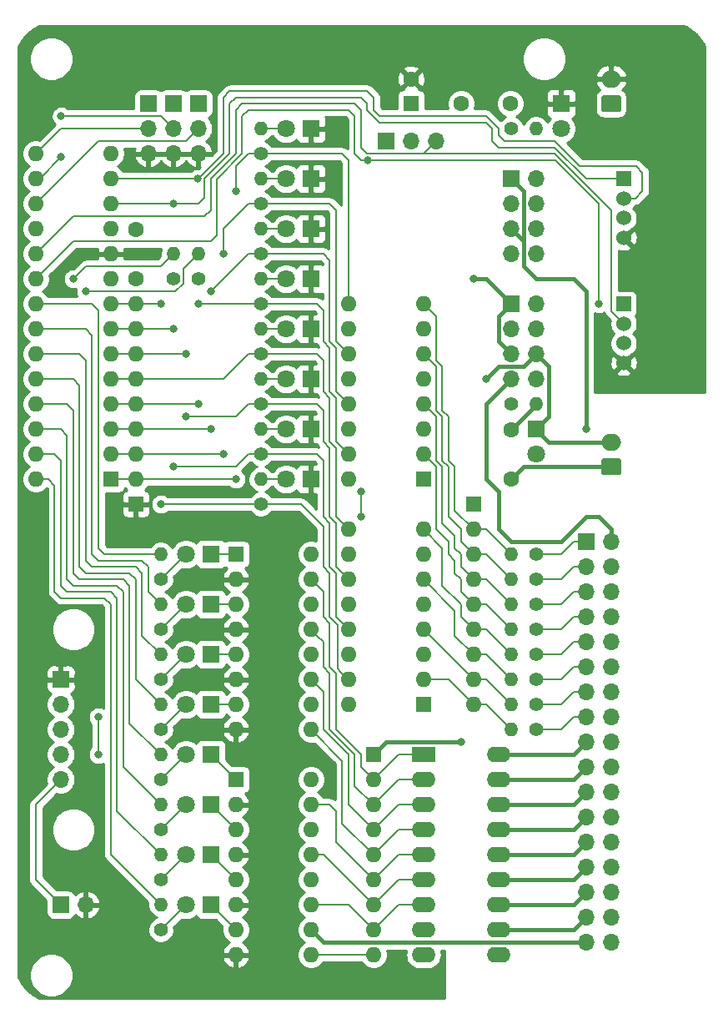
<source format=gbl>
G04 #@! TF.GenerationSoftware,KiCad,Pcbnew,(5.1.5)-3*
G04 #@! TF.CreationDate,2020-04-22T00:17:01+09:00*
G04 #@! TF.ProjectId,IOExpander,494f4578-7061-46e6-9465-722e6b696361,Rev 2.1*
G04 #@! TF.SameCoordinates,Original*
G04 #@! TF.FileFunction,Copper,L2,Bot*
G04 #@! TF.FilePolarity,Positive*
%FSLAX46Y46*%
G04 Gerber Fmt 4.6, Leading zero omitted, Abs format (unit mm)*
G04 Created by KiCad (PCBNEW (5.1.5)-3) date 2020-04-22 00:17:01*
%MOMM*%
%LPD*%
G04 APERTURE LIST*
%ADD10C,1.800000*%
%ADD11R,1.800000X1.800000*%
%ADD12O,1.700000X1.700000*%
%ADD13R,1.700000X1.700000*%
%ADD14C,1.600000*%
%ADD15O,1.400000X1.400000*%
%ADD16C,1.400000*%
%ADD17O,1.600000X1.600000*%
%ADD18R,1.600000X1.600000*%
%ADD19O,2.000000X1.700000*%
%ADD20C,0.100000*%
%ADD21C,1.524000*%
%ADD22R,1.524000X1.524000*%
%ADD23O,2.400000X1.600000*%
%ADD24R,2.400000X1.600000*%
%ADD25C,0.800000*%
%ADD26C,0.200000*%
%ADD27C,0.400000*%
%ADD28C,0.254000*%
G04 APERTURE END LIST*
D10*
X116840000Y-124460000D03*
D11*
X116840000Y-121920000D03*
D12*
X71120000Y-170180000D03*
D13*
X68580000Y-170180000D03*
D12*
X68580000Y-157480000D03*
X68580000Y-154940000D03*
X68580000Y-152400000D03*
X68580000Y-149860000D03*
D13*
X68580000Y-147320000D03*
D12*
X106680000Y-92710000D03*
X104140000Y-92710000D03*
D13*
X101600000Y-92710000D03*
D14*
X76200000Y-101680000D03*
X76200000Y-106680000D03*
D15*
X82550000Y-104140000D03*
D16*
X82550000Y-106680000D03*
D15*
X80010000Y-104140000D03*
D16*
X80010000Y-106680000D03*
D17*
X93980000Y-134620000D03*
X86360000Y-152400000D03*
X93980000Y-137160000D03*
X86360000Y-149860000D03*
X93980000Y-139700000D03*
X86360000Y-147320000D03*
X93980000Y-142240000D03*
X86360000Y-144780000D03*
X93980000Y-144780000D03*
X86360000Y-142240000D03*
X93980000Y-147320000D03*
X86360000Y-139700000D03*
X93980000Y-149860000D03*
X86360000Y-137160000D03*
X93980000Y-152400000D03*
D18*
X86360000Y-134620000D03*
D14*
X104140000Y-86400000D03*
D18*
X104140000Y-88900000D03*
D10*
X119380000Y-91440000D03*
D11*
X119380000Y-88900000D03*
D15*
X88900000Y-106680000D03*
D16*
X88900000Y-109220000D03*
D17*
X100330000Y-175260000D03*
X100330000Y-172720000D03*
X100330000Y-170180000D03*
X100330000Y-167640000D03*
X100330000Y-165100000D03*
X100330000Y-162560000D03*
X100330000Y-160020000D03*
X100330000Y-157480000D03*
D18*
X100330000Y-154940000D03*
D17*
X97790000Y-127000000D03*
X105410000Y-109220000D03*
X97790000Y-124460000D03*
X105410000Y-111760000D03*
X97790000Y-121920000D03*
X105410000Y-114300000D03*
X97790000Y-119380000D03*
X105410000Y-116840000D03*
X97790000Y-116840000D03*
X105410000Y-119380000D03*
X97790000Y-114300000D03*
X105410000Y-121920000D03*
X97790000Y-111760000D03*
X105410000Y-124460000D03*
X97790000Y-109220000D03*
D18*
X105410000Y-127000000D03*
D17*
X97790000Y-149860000D03*
X105410000Y-132080000D03*
X97790000Y-147320000D03*
X105410000Y-134620000D03*
X97790000Y-144780000D03*
X105410000Y-137160000D03*
X97790000Y-142240000D03*
X105410000Y-139700000D03*
X97790000Y-139700000D03*
X105410000Y-142240000D03*
X97790000Y-137160000D03*
X105410000Y-144780000D03*
X97790000Y-134620000D03*
X105410000Y-147320000D03*
X97790000Y-132080000D03*
D18*
X105410000Y-149860000D03*
D19*
X124460000Y-123230000D03*
G04 #@! TA.AperFunction,ComponentPad*
D20*
G36*
X125234504Y-124881204D02*
G01*
X125258773Y-124884804D01*
X125282571Y-124890765D01*
X125305671Y-124899030D01*
X125327849Y-124909520D01*
X125348893Y-124922133D01*
X125368598Y-124936747D01*
X125386777Y-124953223D01*
X125403253Y-124971402D01*
X125417867Y-124991107D01*
X125430480Y-125012151D01*
X125440970Y-125034329D01*
X125449235Y-125057429D01*
X125455196Y-125081227D01*
X125458796Y-125105496D01*
X125460000Y-125130000D01*
X125460000Y-126330000D01*
X125458796Y-126354504D01*
X125455196Y-126378773D01*
X125449235Y-126402571D01*
X125440970Y-126425671D01*
X125430480Y-126447849D01*
X125417867Y-126468893D01*
X125403253Y-126488598D01*
X125386777Y-126506777D01*
X125368598Y-126523253D01*
X125348893Y-126537867D01*
X125327849Y-126550480D01*
X125305671Y-126560970D01*
X125282571Y-126569235D01*
X125258773Y-126575196D01*
X125234504Y-126578796D01*
X125210000Y-126580000D01*
X123710000Y-126580000D01*
X123685496Y-126578796D01*
X123661227Y-126575196D01*
X123637429Y-126569235D01*
X123614329Y-126560970D01*
X123592151Y-126550480D01*
X123571107Y-126537867D01*
X123551402Y-126523253D01*
X123533223Y-126506777D01*
X123516747Y-126488598D01*
X123502133Y-126468893D01*
X123489520Y-126447849D01*
X123479030Y-126425671D01*
X123470765Y-126402571D01*
X123464804Y-126378773D01*
X123461204Y-126354504D01*
X123460000Y-126330000D01*
X123460000Y-125130000D01*
X123461204Y-125105496D01*
X123464804Y-125081227D01*
X123470765Y-125057429D01*
X123479030Y-125034329D01*
X123489520Y-125012151D01*
X123502133Y-124991107D01*
X123516747Y-124971402D01*
X123533223Y-124953223D01*
X123551402Y-124936747D01*
X123571107Y-124922133D01*
X123592151Y-124909520D01*
X123614329Y-124899030D01*
X123637429Y-124890765D01*
X123661227Y-124884804D01*
X123685496Y-124881204D01*
X123710000Y-124880000D01*
X125210000Y-124880000D01*
X125234504Y-124881204D01*
G37*
G04 #@! TD.AperFunction*
D19*
X124460000Y-86400000D03*
G04 #@! TA.AperFunction,ComponentPad*
D20*
G36*
X125234504Y-88051204D02*
G01*
X125258773Y-88054804D01*
X125282571Y-88060765D01*
X125305671Y-88069030D01*
X125327849Y-88079520D01*
X125348893Y-88092133D01*
X125368598Y-88106747D01*
X125386777Y-88123223D01*
X125403253Y-88141402D01*
X125417867Y-88161107D01*
X125430480Y-88182151D01*
X125440970Y-88204329D01*
X125449235Y-88227429D01*
X125455196Y-88251227D01*
X125458796Y-88275496D01*
X125460000Y-88300000D01*
X125460000Y-89500000D01*
X125458796Y-89524504D01*
X125455196Y-89548773D01*
X125449235Y-89572571D01*
X125440970Y-89595671D01*
X125430480Y-89617849D01*
X125417867Y-89638893D01*
X125403253Y-89658598D01*
X125386777Y-89676777D01*
X125368598Y-89693253D01*
X125348893Y-89707867D01*
X125327849Y-89720480D01*
X125305671Y-89730970D01*
X125282571Y-89739235D01*
X125258773Y-89745196D01*
X125234504Y-89748796D01*
X125210000Y-89750000D01*
X123710000Y-89750000D01*
X123685496Y-89748796D01*
X123661227Y-89745196D01*
X123637429Y-89739235D01*
X123614329Y-89730970D01*
X123592151Y-89720480D01*
X123571107Y-89707867D01*
X123551402Y-89693253D01*
X123533223Y-89676777D01*
X123516747Y-89658598D01*
X123502133Y-89638893D01*
X123489520Y-89617849D01*
X123479030Y-89595671D01*
X123470765Y-89572571D01*
X123464804Y-89548773D01*
X123461204Y-89524504D01*
X123460000Y-89500000D01*
X123460000Y-88300000D01*
X123461204Y-88275496D01*
X123464804Y-88251227D01*
X123470765Y-88227429D01*
X123479030Y-88204329D01*
X123489520Y-88182151D01*
X123502133Y-88161107D01*
X123516747Y-88141402D01*
X123533223Y-88123223D01*
X123551402Y-88106747D01*
X123571107Y-88092133D01*
X123592151Y-88079520D01*
X123614329Y-88069030D01*
X123637429Y-88060765D01*
X123661227Y-88054804D01*
X123685496Y-88051204D01*
X123710000Y-88050000D01*
X125210000Y-88050000D01*
X125234504Y-88051204D01*
G37*
G04 #@! TD.AperFunction*
D14*
X114300000Y-122000000D03*
X114300000Y-127000000D03*
D17*
X76200000Y-109220000D03*
X76200000Y-111760000D03*
X76200000Y-114300000D03*
X76200000Y-116840000D03*
X76200000Y-119380000D03*
X76200000Y-121920000D03*
X76200000Y-124460000D03*
X76200000Y-127000000D03*
D18*
X76200000Y-129540000D03*
D17*
X110490000Y-149860000D03*
X110490000Y-147320000D03*
X110490000Y-144780000D03*
X110490000Y-142240000D03*
X110490000Y-139700000D03*
X110490000Y-137160000D03*
X110490000Y-134620000D03*
X110490000Y-132080000D03*
D18*
X110490000Y-129540000D03*
D12*
X116840000Y-104140000D03*
X114300000Y-104140000D03*
X116840000Y-101600000D03*
X114300000Y-101600000D03*
X116840000Y-99060000D03*
X114300000Y-99060000D03*
X116840000Y-96520000D03*
D13*
X114300000Y-96520000D03*
D12*
X116840000Y-116840000D03*
X114300000Y-116840000D03*
X116840000Y-114300000D03*
X114300000Y-114300000D03*
X116840000Y-111760000D03*
X114300000Y-111760000D03*
X116840000Y-109220000D03*
D13*
X114300000Y-109220000D03*
D14*
X109220000Y-88900000D03*
X114220000Y-88900000D03*
D15*
X116840000Y-119380000D03*
D16*
X114300000Y-119380000D03*
D17*
X66040000Y-127000000D03*
X73660000Y-93980000D03*
X66040000Y-124460000D03*
X73660000Y-96520000D03*
X66040000Y-121920000D03*
X73660000Y-99060000D03*
X66040000Y-119380000D03*
X73660000Y-101600000D03*
X66040000Y-116840000D03*
X73660000Y-104140000D03*
X66040000Y-114300000D03*
X73660000Y-106680000D03*
X66040000Y-111760000D03*
X73660000Y-109220000D03*
X66040000Y-109220000D03*
X73660000Y-111760000D03*
X66040000Y-106680000D03*
X73660000Y-114300000D03*
X66040000Y-104140000D03*
X73660000Y-116840000D03*
X66040000Y-101600000D03*
X73660000Y-119380000D03*
X66040000Y-99060000D03*
X73660000Y-121920000D03*
X66040000Y-96520000D03*
X73660000Y-124460000D03*
X66040000Y-93980000D03*
D18*
X73660000Y-127000000D03*
D17*
X93980000Y-157480000D03*
X86360000Y-175260000D03*
X93980000Y-160020000D03*
X86360000Y-172720000D03*
X93980000Y-162560000D03*
X86360000Y-170180000D03*
X93980000Y-165100000D03*
X86360000Y-167640000D03*
X93980000Y-167640000D03*
X86360000Y-165100000D03*
X93980000Y-170180000D03*
X86360000Y-162560000D03*
X93980000Y-172720000D03*
X86360000Y-160020000D03*
X93980000Y-175260000D03*
D18*
X86360000Y-157480000D03*
D15*
X116840000Y-91440000D03*
D16*
X114300000Y-91440000D03*
D15*
X88900000Y-127000000D03*
D16*
X88900000Y-129540000D03*
D15*
X88900000Y-121920000D03*
D16*
X88900000Y-124460000D03*
D15*
X88900000Y-116840000D03*
D16*
X88900000Y-119380000D03*
D15*
X88900000Y-111760000D03*
D16*
X88900000Y-114300000D03*
D15*
X88900000Y-101600000D03*
D16*
X88900000Y-104140000D03*
D15*
X88900000Y-96520000D03*
D16*
X88900000Y-99060000D03*
X88900000Y-93980000D03*
D15*
X88900000Y-91440000D03*
X114300000Y-152400000D03*
D16*
X116840000Y-152400000D03*
D15*
X114300000Y-149860000D03*
D16*
X116840000Y-149860000D03*
D15*
X114300000Y-147320000D03*
D16*
X116840000Y-147320000D03*
D15*
X114300000Y-144780000D03*
D16*
X116840000Y-144780000D03*
D15*
X114300000Y-142240000D03*
D16*
X116840000Y-142240000D03*
D15*
X114300000Y-139700000D03*
D16*
X116840000Y-139700000D03*
D15*
X114300000Y-137160000D03*
D16*
X116840000Y-137160000D03*
D15*
X114300000Y-134620000D03*
D16*
X116840000Y-134620000D03*
D15*
X78740000Y-170180000D03*
D16*
X78740000Y-172720000D03*
D15*
X78740000Y-165100000D03*
D16*
X78740000Y-167640000D03*
D15*
X78740000Y-160020000D03*
D16*
X78740000Y-162560000D03*
D15*
X78740000Y-154940000D03*
D16*
X78740000Y-157480000D03*
D15*
X78740000Y-149860000D03*
D16*
X78740000Y-152400000D03*
D15*
X78740000Y-144780000D03*
D16*
X78740000Y-147320000D03*
D15*
X78740000Y-139700000D03*
D16*
X78740000Y-142240000D03*
D15*
X78740000Y-134620000D03*
D16*
X78740000Y-137160000D03*
D21*
X125730000Y-115220000D03*
X125730000Y-113220000D03*
X125730000Y-111220000D03*
D22*
X125730000Y-109220000D03*
D21*
X125730000Y-102520000D03*
X125730000Y-100520000D03*
X125730000Y-98520000D03*
D22*
X125730000Y-96520000D03*
D12*
X82550000Y-93980000D03*
X82550000Y-91440000D03*
D13*
X82550000Y-88900000D03*
D12*
X80010000Y-93980000D03*
X80010000Y-91440000D03*
D13*
X80010000Y-88900000D03*
D12*
X77470000Y-93980000D03*
X77470000Y-91440000D03*
D13*
X77470000Y-88900000D03*
D12*
X124460000Y-173990000D03*
X121920000Y-173990000D03*
X124460000Y-171450000D03*
X121920000Y-171450000D03*
X124460000Y-168910000D03*
X121920000Y-168910000D03*
X124460000Y-166370000D03*
X121920000Y-166370000D03*
X124460000Y-163830000D03*
X121920000Y-163830000D03*
X124460000Y-161290000D03*
X121920000Y-161290000D03*
X124460000Y-158750000D03*
X121920000Y-158750000D03*
X124460000Y-156210000D03*
X121920000Y-156210000D03*
X124460000Y-153670000D03*
X121920000Y-153670000D03*
X124460000Y-151130000D03*
X121920000Y-151130000D03*
X124460000Y-148590000D03*
X121920000Y-148590000D03*
X124460000Y-146050000D03*
X121920000Y-146050000D03*
X124460000Y-143510000D03*
X121920000Y-143510000D03*
X124460000Y-140970000D03*
X121920000Y-140970000D03*
X124460000Y-138430000D03*
X121920000Y-138430000D03*
X124460000Y-135890000D03*
X121920000Y-135890000D03*
X124460000Y-133350000D03*
D13*
X121920000Y-133350000D03*
D23*
X113030000Y-154940000D03*
X105410000Y-175260000D03*
X113030000Y-157480000D03*
X105410000Y-172720000D03*
X113030000Y-160020000D03*
X105410000Y-170180000D03*
X113030000Y-162560000D03*
X105410000Y-167640000D03*
X113030000Y-165100000D03*
X105410000Y-165100000D03*
X113030000Y-167640000D03*
X105410000Y-162560000D03*
X113030000Y-170180000D03*
X105410000Y-160020000D03*
X113030000Y-172720000D03*
X105410000Y-157480000D03*
X113030000Y-175260000D03*
D24*
X105410000Y-154940000D03*
D10*
X91440000Y-127000000D03*
D11*
X93980000Y-127000000D03*
D10*
X91440000Y-121920000D03*
D11*
X93980000Y-121920000D03*
D10*
X91440000Y-116840000D03*
D11*
X93980000Y-116840000D03*
D10*
X91440000Y-111760000D03*
D11*
X93980000Y-111760000D03*
D10*
X91440000Y-106680000D03*
D11*
X93980000Y-106680000D03*
D10*
X91440000Y-101600000D03*
D11*
X93980000Y-101600000D03*
D10*
X91440000Y-96520000D03*
D11*
X93980000Y-96520000D03*
D10*
X91440000Y-91440000D03*
D11*
X93980000Y-91440000D03*
D10*
X81280000Y-170180000D03*
D11*
X83820000Y-170180000D03*
D10*
X81280000Y-165100000D03*
D11*
X83820000Y-165100000D03*
D10*
X81280000Y-160020000D03*
D11*
X83820000Y-160020000D03*
D10*
X81280000Y-154940000D03*
D11*
X83820000Y-154940000D03*
D10*
X81280000Y-149860000D03*
D11*
X83820000Y-149860000D03*
D10*
X81280000Y-144780000D03*
D11*
X83820000Y-144780000D03*
D10*
X81280000Y-139700000D03*
D11*
X83820000Y-139700000D03*
D10*
X81280000Y-134620000D03*
D11*
X83820000Y-134620000D03*
D25*
X99060000Y-128270000D03*
X99060000Y-130810000D03*
X68620000Y-90170000D03*
X68620000Y-94340000D03*
X82485000Y-96520000D03*
X71120000Y-107950000D03*
X80010000Y-99060000D03*
X69850000Y-106680000D03*
X72390000Y-151130000D03*
X72390000Y-154940000D03*
X99766281Y-94680000D03*
X123190000Y-109220000D03*
X86360000Y-127000000D03*
X86360000Y-97790000D03*
X85090000Y-124460000D03*
X85090000Y-104140000D03*
X83820000Y-121920000D03*
X83820000Y-107950000D03*
X82550000Y-119380000D03*
X82550000Y-109220000D03*
X81280000Y-114300000D03*
X81280000Y-120650000D03*
X80010000Y-111760000D03*
X80010000Y-125730000D03*
X78740000Y-109220000D03*
X78740000Y-129540000D03*
X111760000Y-116840000D03*
X109220000Y-153670000D03*
X121920000Y-121920000D03*
X110490000Y-106680000D03*
D26*
X99060000Y-128270000D02*
X99060000Y-130810000D01*
X88900000Y-91440000D02*
X91440000Y-91440000D01*
X88900000Y-96520000D02*
X91440000Y-96520000D01*
X88900000Y-101600000D02*
X91440000Y-101600000D01*
X88900000Y-106680000D02*
X91440000Y-106680000D01*
X88900000Y-111760000D02*
X91440000Y-111760000D01*
X88900000Y-116840000D02*
X91440000Y-116840000D01*
X88900000Y-121920000D02*
X91440000Y-121920000D01*
X88900000Y-127000000D02*
X91440000Y-127000000D01*
X81280000Y-134620000D02*
X78740000Y-137160000D01*
X81280000Y-139700000D02*
X78740000Y-142240000D01*
X81280000Y-144780000D02*
X78740000Y-147320000D01*
X81280000Y-149860000D02*
X78740000Y-152400000D01*
X81280000Y-154940000D02*
X78740000Y-157480000D01*
X81280000Y-160020000D02*
X78740000Y-162560000D01*
X81280000Y-165100000D02*
X78740000Y-167640000D01*
X81280000Y-170180000D02*
X78740000Y-172720000D01*
D27*
X95269999Y-174009999D02*
X93980000Y-172720000D01*
X121920000Y-173990000D02*
X95269999Y-174009999D01*
X116840000Y-119460000D02*
X114300000Y-122000000D01*
X116840000Y-119380000D02*
X116840000Y-119460000D01*
X120650000Y-154940000D02*
X121920000Y-153670000D01*
X113030000Y-154940000D02*
X120650000Y-154940000D01*
X120650000Y-157480000D02*
X121920000Y-156210000D01*
X113030000Y-157480000D02*
X120650000Y-157480000D01*
D26*
X93980000Y-175260000D02*
X100330000Y-175260000D01*
D27*
X120650000Y-160020000D02*
X121920000Y-158750000D01*
X113030000Y-160020000D02*
X120650000Y-160020000D01*
D26*
X102870000Y-170180000D02*
X100330000Y-172720000D01*
X105410000Y-170180000D02*
X102870000Y-170180000D01*
X97790000Y-170180000D02*
X100330000Y-172720000D01*
X93980000Y-170180000D02*
X97790000Y-170180000D01*
D27*
X120650000Y-162560000D02*
X121920000Y-161290000D01*
X113030000Y-162560000D02*
X120650000Y-162560000D01*
D26*
X102870000Y-167640000D02*
X100330000Y-170180000D01*
X105410000Y-167640000D02*
X102870000Y-167640000D01*
X95250000Y-165100000D02*
X100330000Y-170180000D01*
X93980000Y-165100000D02*
X95250000Y-165100000D01*
D27*
X120650000Y-165100000D02*
X121920000Y-163830000D01*
X113030000Y-165100000D02*
X120650000Y-165100000D01*
D26*
X102870000Y-165100000D02*
X100330000Y-167640000D01*
X105410000Y-165100000D02*
X102870000Y-165100000D01*
X93980000Y-160020000D02*
X95885000Y-160020000D01*
X95885000Y-160020000D02*
X96520000Y-160655000D01*
X96520000Y-160655000D02*
X96520000Y-163830000D01*
X96520000Y-163830000D02*
X100330000Y-167640000D01*
D27*
X120650000Y-167640000D02*
X121920000Y-166370000D01*
X113030000Y-167640000D02*
X120650000Y-167640000D01*
D26*
X102870000Y-162560000D02*
X100330000Y-165100000D01*
X105410000Y-162560000D02*
X102870000Y-162560000D01*
X97155000Y-161925000D02*
X100330000Y-165100000D01*
X93980000Y-152400000D02*
X97155000Y-155575000D01*
X97155000Y-155575000D02*
X97155000Y-161925000D01*
D27*
X120650000Y-170180000D02*
X121920000Y-168910000D01*
X113030000Y-170180000D02*
X120650000Y-170180000D01*
D26*
X102870000Y-160020000D02*
X100330000Y-162560000D01*
X105410000Y-160020000D02*
X102870000Y-160020000D01*
X93980000Y-147320000D02*
X95250000Y-148590000D01*
X95250000Y-148590000D02*
X95250000Y-152400000D01*
X95250000Y-152400000D02*
X97790000Y-154940000D01*
X97790000Y-154940000D02*
X97790000Y-160020000D01*
X97790000Y-160020000D02*
X100330000Y-162560000D01*
D27*
X120650000Y-172720000D02*
X121920000Y-171450000D01*
X113030000Y-172720000D02*
X120650000Y-172720000D01*
D26*
X102870000Y-157480000D02*
X100330000Y-160020000D01*
X105410000Y-157480000D02*
X102870000Y-157480000D01*
X94615000Y-142875000D02*
X94779999Y-143039999D01*
X93980000Y-142240000D02*
X94615000Y-142875000D01*
X95885000Y-146685000D02*
X95885000Y-152400000D01*
X95250000Y-146050000D02*
X95885000Y-146685000D01*
X94615000Y-142875000D02*
X95250000Y-143510000D01*
X95250000Y-143510000D02*
X95250000Y-146050000D01*
X95885000Y-152400000D02*
X98425000Y-154940000D01*
X98425000Y-154940000D02*
X98425000Y-158115000D01*
X98425000Y-158115000D02*
X100330000Y-160020000D01*
X102870000Y-154940000D02*
X100330000Y-157480000D01*
X105410000Y-154940000D02*
X102870000Y-154940000D01*
X99060000Y-156210000D02*
X100330000Y-157480000D01*
X99060000Y-154940000D02*
X99060000Y-156210000D01*
X96520000Y-152400000D02*
X99060000Y-154940000D01*
X95250000Y-138430000D02*
X95250000Y-140970000D01*
X93980000Y-137160000D02*
X95250000Y-138430000D01*
X95250000Y-140970000D02*
X95885000Y-141605000D01*
X95885000Y-141605000D02*
X95885000Y-146050000D01*
X95885000Y-146050000D02*
X96520000Y-146685000D01*
X96520000Y-146685000D02*
X96520000Y-152400000D01*
X120650000Y-151130000D02*
X121920000Y-151130000D01*
X119380000Y-152400000D02*
X120650000Y-151130000D01*
X119380000Y-152400000D02*
X118110000Y-152400000D01*
X118110000Y-152400000D02*
X116840000Y-152400000D01*
X120650000Y-148590000D02*
X121920000Y-148590000D01*
X119380000Y-149860000D02*
X120650000Y-148590000D01*
X119380000Y-149860000D02*
X116840000Y-149860000D01*
X120650000Y-146050000D02*
X121920000Y-146050000D01*
X119380000Y-147320000D02*
X120650000Y-146050000D01*
X119380000Y-147320000D02*
X116840000Y-147320000D01*
X120650000Y-143510000D02*
X121920000Y-143510000D01*
X119380000Y-144780000D02*
X120650000Y-143510000D01*
X119380000Y-144780000D02*
X116840000Y-144780000D01*
X120650000Y-140970000D02*
X121920000Y-140970000D01*
X119380000Y-142240000D02*
X120650000Y-140970000D01*
X119380000Y-142240000D02*
X116840000Y-142240000D01*
X120650000Y-138430000D02*
X121920000Y-138430000D01*
X119380000Y-139700000D02*
X120650000Y-138430000D01*
X119380000Y-139700000D02*
X116840000Y-139700000D01*
X121920000Y-135890000D02*
X120650000Y-135890000D01*
X120650000Y-135890000D02*
X119380000Y-137160000D01*
X119380000Y-137160000D02*
X116840000Y-137160000D01*
X120650000Y-133350000D02*
X121920000Y-133350000D01*
X119380000Y-134620000D02*
X120650000Y-133350000D01*
X119380000Y-134620000D02*
X116840000Y-134620000D01*
X77470000Y-91440000D02*
X68580000Y-91440000D01*
X66040000Y-93980000D02*
X68580000Y-91440000D01*
X78740000Y-90170000D02*
X68620000Y-90170000D01*
X80010000Y-91440000D02*
X78740000Y-90170000D01*
X66440000Y-96520000D02*
X66040000Y-96520000D01*
X68620000Y-94340000D02*
X66440000Y-96520000D01*
X82550000Y-91440000D02*
X81280000Y-92710000D01*
X81280000Y-92710000D02*
X72390000Y-92710000D01*
X66040000Y-99060000D02*
X72390000Y-92710000D01*
X73660000Y-96520000D02*
X82550000Y-96520000D01*
X82550000Y-96520000D02*
X82485000Y-96520000D01*
X126905000Y-98520000D02*
X125730000Y-98520000D01*
X127635000Y-97790000D02*
X126905000Y-98520000D01*
X100330000Y-89535000D02*
X100965000Y-90170000D01*
X100330000Y-88265000D02*
X100330000Y-89535000D01*
X99695000Y-87630000D02*
X100330000Y-88265000D01*
X85725000Y-87630000D02*
X99695000Y-87630000D01*
X85090000Y-88265000D02*
X85725000Y-87630000D01*
X113030000Y-92075000D02*
X113665000Y-92710000D01*
X82550000Y-96520000D02*
X85090000Y-93980000D01*
X85090000Y-93980000D02*
X85090000Y-88265000D01*
X113665000Y-92710000D02*
X118745000Y-92710000D01*
X121285000Y-95250000D02*
X127000000Y-95250000D01*
X100965000Y-90170000D02*
X111760000Y-90170000D01*
X111760000Y-90170000D02*
X113030000Y-91440000D01*
X113030000Y-91440000D02*
X113030000Y-92075000D01*
X118745000Y-92710000D02*
X121285000Y-95250000D01*
X127000000Y-95250000D02*
X127635000Y-95885000D01*
X127635000Y-95885000D02*
X127635000Y-97790000D01*
X81010001Y-107160001D02*
X80220002Y-107950000D01*
X82550000Y-104140000D02*
X81010001Y-105679999D01*
X81010001Y-105679999D02*
X81010001Y-107160001D01*
X80220002Y-107950000D02*
X71120000Y-107950000D01*
X112395000Y-92710000D02*
X113030000Y-93345000D01*
X112395000Y-91440000D02*
X112395000Y-92710000D01*
X111760000Y-90805000D02*
X112395000Y-91440000D01*
X99695000Y-89535000D02*
X100965000Y-90805000D01*
X118745000Y-93345000D02*
X121920000Y-96520000D01*
X99695000Y-88900000D02*
X99695000Y-89535000D01*
X99060000Y-88265000D02*
X99695000Y-88900000D01*
X86360000Y-88265000D02*
X99060000Y-88265000D01*
X82550000Y-99060000D02*
X83185000Y-98425000D01*
X73660000Y-99060000D02*
X82550000Y-99060000D01*
X83185000Y-98425000D02*
X83185000Y-96520000D01*
X83185000Y-96520000D02*
X85725000Y-93980000D01*
X113030000Y-93345000D02*
X118745000Y-93345000D01*
X100965000Y-90805000D02*
X111760000Y-90805000D01*
X85725000Y-93980000D02*
X85725000Y-88900000D01*
X85725000Y-88900000D02*
X86360000Y-88265000D01*
X121920000Y-96520000D02*
X125730000Y-96520000D01*
X71120000Y-105410000D02*
X69850000Y-106680000D01*
X80010000Y-104140000D02*
X78740000Y-105410000D01*
X78740000Y-105410000D02*
X71120000Y-105410000D01*
X72390000Y-151130000D02*
X72390000Y-154940000D01*
X66040000Y-104140000D02*
X69850000Y-100330000D01*
X69850000Y-100330000D02*
X74930000Y-100330000D01*
X97720699Y-88900000D02*
X97155000Y-88900000D01*
X83185000Y-100330000D02*
X80645000Y-100330000D01*
X83820000Y-99695000D02*
X83185000Y-100330000D01*
X83820000Y-96520000D02*
X83820000Y-99695000D01*
X80645000Y-100330000D02*
X81280000Y-100330000D01*
X97155000Y-88900000D02*
X86995000Y-88900000D01*
X86995000Y-88900000D02*
X86360000Y-89535000D01*
X74930000Y-100330000D02*
X80645000Y-100330000D01*
X86360000Y-89535000D02*
X86360000Y-93980000D01*
X86360000Y-93980000D02*
X83820000Y-96520000D01*
X98425000Y-88900000D02*
X99060000Y-89535000D01*
X97155000Y-88900000D02*
X98425000Y-88900000D01*
X99060000Y-89535000D02*
X99060000Y-93345000D01*
X99060000Y-93345000D02*
X99695000Y-93980000D01*
X99695000Y-93980000D02*
X104140000Y-93980000D01*
X124460000Y-109950000D02*
X125730000Y-111220000D01*
X124460000Y-99695000D02*
X124460000Y-109950000D01*
X104140000Y-93980000D02*
X118745000Y-93980000D01*
X118745000Y-93980000D02*
X124460000Y-99695000D01*
X106680000Y-92710000D02*
X105410000Y-93980000D01*
X86995000Y-93980000D02*
X86995000Y-90170000D01*
X84389999Y-96585001D02*
X86995000Y-93980000D01*
X84389999Y-102300001D02*
X84389999Y-96585001D01*
X66040000Y-106680000D02*
X69850000Y-102870000D01*
X86995000Y-90170000D02*
X87630000Y-89535000D01*
X69850000Y-102870000D02*
X83820000Y-102870000D01*
X118814302Y-94615000D02*
X121920000Y-97790000D01*
X83820000Y-102870000D02*
X84389999Y-102300001D01*
X87630000Y-89535000D02*
X97790000Y-89535000D01*
X99060000Y-94615000D02*
X118814302Y-94615000D01*
X97790000Y-89535000D02*
X98425000Y-90170000D01*
X98425000Y-90170000D02*
X98425000Y-93980000D01*
X98425000Y-93980000D02*
X99060000Y-94615000D01*
X123190000Y-109220000D02*
X123190000Y-99060000D01*
X121920000Y-97790000D02*
X123190000Y-99060000D01*
X93980000Y-93980000D02*
X97155000Y-93980000D01*
X73660000Y-127000000D02*
X76200000Y-127000000D01*
X76200000Y-127000000D02*
X86360000Y-127000000D01*
X97790000Y-108088630D02*
X97790000Y-94615000D01*
X97790000Y-109220000D02*
X97790000Y-108088630D01*
X97155000Y-93980000D02*
X97790000Y-94615000D01*
X93980000Y-93980000D02*
X87630000Y-93980000D01*
X87630000Y-93980000D02*
X86360000Y-95250000D01*
X86360000Y-95250000D02*
X86360000Y-97790000D01*
X96520000Y-99695000D02*
X95885000Y-99060000D01*
X95885000Y-99060000D02*
X93980000Y-99060000D01*
X73660000Y-124460000D02*
X76200000Y-124460000D01*
X76200000Y-124460000D02*
X85090000Y-124460000D01*
X96520000Y-113030000D02*
X96520000Y-99695000D01*
X97790000Y-114300000D02*
X96520000Y-113030000D01*
X93980000Y-99060000D02*
X87630000Y-99060000D01*
X87630000Y-99060000D02*
X85090000Y-101600000D01*
X85090000Y-104140000D02*
X85090000Y-101600000D01*
X95250000Y-104140000D02*
X93980000Y-104140000D01*
X73660000Y-121920000D02*
X76200000Y-121920000D01*
X76200000Y-121920000D02*
X83820000Y-121920000D01*
X95885000Y-104775000D02*
X95250000Y-104140000D01*
X95885000Y-113030000D02*
X95885000Y-104775000D01*
X96520000Y-113665000D02*
X95885000Y-113030000D01*
X97790000Y-119380000D02*
X96520000Y-118110000D01*
X96520000Y-118110000D02*
X96520000Y-113665000D01*
X87630000Y-104140000D02*
X93980000Y-104140000D01*
X87630000Y-104140000D02*
X83820000Y-107950000D01*
X73660000Y-119380000D02*
X76200000Y-119380000D01*
X76200000Y-119380000D02*
X82550000Y-119380000D01*
X95250000Y-113030000D02*
X95250000Y-109855000D01*
X95885000Y-113665000D02*
X95250000Y-113030000D01*
X95885000Y-118110000D02*
X95885000Y-113665000D01*
X96520000Y-118745000D02*
X95885000Y-118110000D01*
X97790000Y-124460000D02*
X96520000Y-123190000D01*
X96520000Y-123190000D02*
X96520000Y-118745000D01*
X93980000Y-109220000D02*
X94615000Y-109220000D01*
X94615000Y-109220000D02*
X95250000Y-109855000D01*
X87630000Y-109220000D02*
X93980000Y-109220000D01*
X87630000Y-109220000D02*
X82550000Y-109220000D01*
X73660000Y-116840000D02*
X76200000Y-116840000D01*
X85090000Y-116840000D02*
X76200000Y-116840000D01*
X87630000Y-114300000D02*
X85090000Y-116840000D01*
X94615000Y-114300000D02*
X87630000Y-114300000D01*
X95250000Y-114935000D02*
X94615000Y-114300000D01*
X96520000Y-130810000D02*
X96520000Y-123825000D01*
X97790000Y-132080000D02*
X96520000Y-130810000D01*
X96520000Y-123825000D02*
X95885000Y-123190000D01*
X95885000Y-123190000D02*
X95885000Y-118745000D01*
X95885000Y-118745000D02*
X95250000Y-118110000D01*
X95250000Y-118110000D02*
X95250000Y-114935000D01*
X73660000Y-114300000D02*
X76200000Y-114300000D01*
X76200000Y-114300000D02*
X81280000Y-114300000D01*
X86360000Y-120650000D02*
X81280000Y-120650000D01*
X94615000Y-119380000D02*
X87630000Y-119380000D01*
X95250000Y-120015000D02*
X94615000Y-119380000D01*
X96520000Y-135890000D02*
X96520000Y-131445000D01*
X97790000Y-137160000D02*
X96520000Y-135890000D01*
X96520000Y-131445000D02*
X95885000Y-130810000D01*
X95885000Y-130810000D02*
X95885000Y-123825000D01*
X95885000Y-123825000D02*
X95250000Y-123190000D01*
X87630000Y-119380000D02*
X86360000Y-120650000D01*
X95250000Y-123190000D02*
X95250000Y-120015000D01*
X73660000Y-111760000D02*
X76200000Y-111760000D01*
X76200000Y-111760000D02*
X80010000Y-111760000D01*
X94615000Y-124460000D02*
X87630000Y-124460000D01*
X86360000Y-125730000D02*
X80010000Y-125730000D01*
X95250000Y-125095000D02*
X94615000Y-124460000D01*
X97790000Y-142240000D02*
X96520000Y-140970000D01*
X87630000Y-124460000D02*
X86360000Y-125730000D01*
X96520000Y-136525000D02*
X95885000Y-135890000D01*
X96520000Y-140970000D02*
X96520000Y-136525000D01*
X95885000Y-135890000D02*
X95885000Y-131445000D01*
X95885000Y-131445000D02*
X95250000Y-130810000D01*
X95250000Y-130810000D02*
X95250000Y-125095000D01*
X73660000Y-109220000D02*
X76200000Y-109220000D01*
X76200000Y-109220000D02*
X78740000Y-109220000D01*
X96990001Y-146520001D02*
X97790000Y-147320000D01*
X92990051Y-129540000D02*
X95250000Y-131799949D01*
X96689999Y-141774999D02*
X96689999Y-146219999D01*
X78740000Y-129540000D02*
X92990051Y-129540000D01*
X95250000Y-131799949D02*
X95250000Y-135890000D01*
X95250000Y-135890000D02*
X95885000Y-136525000D01*
X95885000Y-136525000D02*
X95885000Y-140970000D01*
X96689999Y-146219999D02*
X96990001Y-146520001D01*
X95885000Y-140970000D02*
X96689999Y-141774999D01*
X66040000Y-109220000D02*
X71755000Y-109220000D01*
X71755000Y-109220000D02*
X72390000Y-109855000D01*
X72390000Y-109855000D02*
X72390000Y-133985000D01*
X72390000Y-133985000D02*
X73025000Y-134620000D01*
X73025000Y-134620000D02*
X78740000Y-134620000D01*
X71755000Y-134620000D02*
X72390000Y-135255000D01*
X71755000Y-112395000D02*
X71755000Y-134620000D01*
X66040000Y-111760000D02*
X71120000Y-111760000D01*
X71120000Y-111760000D02*
X71755000Y-112395000D01*
X72390000Y-135255000D02*
X76835000Y-135255000D01*
X76835000Y-135255000D02*
X77470000Y-135890000D01*
X77470000Y-135890000D02*
X77470000Y-138430000D01*
X77470000Y-138430000D02*
X78740000Y-139700000D01*
X71120000Y-135255000D02*
X71755000Y-135890000D01*
X71120000Y-114935000D02*
X71120000Y-135255000D01*
X66040000Y-114300000D02*
X70485000Y-114300000D01*
X70485000Y-114300000D02*
X71120000Y-114935000D01*
X71755000Y-135890000D02*
X76200000Y-135890000D01*
X76200000Y-135890000D02*
X76835000Y-136525000D01*
X76835000Y-136525000D02*
X76835000Y-142875000D01*
X76835000Y-142875000D02*
X78740000Y-144780000D01*
X70485000Y-135890000D02*
X71120000Y-136525000D01*
X70485000Y-117475000D02*
X70485000Y-135890000D01*
X66040000Y-116840000D02*
X69850000Y-116840000D01*
X69850000Y-116840000D02*
X70485000Y-117475000D01*
X71120000Y-136525000D02*
X75565000Y-136525000D01*
X75565000Y-136525000D02*
X76200000Y-137160000D01*
X76200000Y-137160000D02*
X76200000Y-147320000D01*
X76200000Y-147320000D02*
X78740000Y-149860000D01*
X69850000Y-136525000D02*
X70485000Y-137160000D01*
X69850000Y-120015000D02*
X69850000Y-136525000D01*
X66040000Y-119380000D02*
X69215000Y-119380000D01*
X69215000Y-119380000D02*
X69850000Y-120015000D01*
X70485000Y-137160000D02*
X74930000Y-137160000D01*
X74930000Y-137160000D02*
X75565000Y-137795000D01*
X75565000Y-137795000D02*
X75565000Y-151765000D01*
X75565000Y-151765000D02*
X78740000Y-154940000D01*
X69215000Y-137160000D02*
X69850000Y-137795000D01*
X69215000Y-122555000D02*
X69215000Y-137160000D01*
X66040000Y-121920000D02*
X68580000Y-121920000D01*
X68580000Y-121920000D02*
X69215000Y-122555000D01*
X69850000Y-137795000D02*
X74295000Y-137795000D01*
X74295000Y-137795000D02*
X74930000Y-138430000D01*
X74930000Y-138430000D02*
X74930000Y-156210000D01*
X74930000Y-156210000D02*
X78740000Y-160020000D01*
X68580000Y-137795000D02*
X69215000Y-138430000D01*
X68580000Y-125095000D02*
X68580000Y-137795000D01*
X66040000Y-124460000D02*
X67945000Y-124460000D01*
X67945000Y-124460000D02*
X68580000Y-125095000D01*
X69215000Y-138430000D02*
X73660000Y-138430000D01*
X73660000Y-138430000D02*
X74295000Y-139065000D01*
X74295000Y-160655000D02*
X78740000Y-165100000D01*
X74295000Y-139065000D02*
X74295000Y-160655000D01*
X67310000Y-127000000D02*
X67945000Y-127635000D01*
X66040000Y-127000000D02*
X67310000Y-127000000D01*
X67945000Y-127635000D02*
X67945000Y-138430000D01*
X73660000Y-165100000D02*
X78740000Y-170180000D01*
X67945000Y-138430000D02*
X68580000Y-139065000D01*
X73660000Y-139700000D02*
X73660000Y-165100000D01*
X68580000Y-139065000D02*
X73025000Y-139065000D01*
X73025000Y-139065000D02*
X73660000Y-139700000D01*
X83820000Y-134620000D02*
X86360000Y-134620000D01*
X83820000Y-139700000D02*
X86360000Y-139700000D01*
X83820000Y-144780000D02*
X86360000Y-144780000D01*
X83820000Y-149860000D02*
X86360000Y-149860000D01*
X83820000Y-154940000D02*
X86360000Y-157480000D01*
X83820000Y-160020000D02*
X86360000Y-162560000D01*
X83820000Y-165100000D02*
X86360000Y-167640000D01*
X83820000Y-170180000D02*
X86360000Y-172720000D01*
D27*
X116840000Y-114300000D02*
X118110000Y-115570000D01*
X118110000Y-120650000D02*
X116840000Y-121920000D01*
X118110000Y-115570000D02*
X118110000Y-120650000D01*
X118150000Y-123230000D02*
X116840000Y-121920000D01*
X124460000Y-123230000D02*
X118150000Y-123230000D01*
X115570000Y-115570000D02*
X116840000Y-114300000D01*
X113030000Y-115570000D02*
X115570000Y-115570000D01*
X113030000Y-115570000D02*
X111760000Y-116840000D01*
X109220000Y-153670000D02*
X101600000Y-153670000D01*
X101600000Y-153670000D02*
X100330000Y-154940000D01*
X114300000Y-96520000D02*
X115570000Y-97790000D01*
X114300000Y-101600000D02*
X115570000Y-102870000D01*
X115570000Y-97790000D02*
X115570000Y-102870000D01*
X121920000Y-121920000D02*
X121920000Y-107950000D01*
X120650000Y-106680000D02*
X116840000Y-106680000D01*
X116840000Y-106680000D02*
X115570000Y-105410000D01*
X115570000Y-105410000D02*
X115570000Y-102870000D01*
X121920000Y-107950000D02*
X120650000Y-106680000D01*
X124460000Y-132080000D02*
X124460000Y-133350000D01*
X123190000Y-130810000D02*
X124460000Y-132080000D01*
X121920000Y-130810000D02*
X123190000Y-130810000D01*
X119380000Y-133350000D02*
X121920000Y-130810000D01*
X111760000Y-119380000D02*
X111760000Y-127000000D01*
X114300000Y-116840000D02*
X111760000Y-119380000D01*
X111760000Y-127000000D02*
X113030000Y-128270000D01*
X113030000Y-128270000D02*
X113030000Y-132080000D01*
X113030000Y-132080000D02*
X114300000Y-133350000D01*
X114300000Y-133350000D02*
X119380000Y-133350000D01*
X114300000Y-109220000D02*
X111760000Y-106680000D01*
X111760000Y-106680000D02*
X110490000Y-106680000D01*
X114300000Y-114300000D02*
X113030000Y-113030000D01*
X113030000Y-113030000D02*
X113030000Y-110490000D01*
X113030000Y-110490000D02*
X114300000Y-109220000D01*
X123360000Y-125730000D02*
X124460000Y-125730000D01*
X123329999Y-125760001D02*
X123360000Y-125730000D01*
X114300000Y-127000000D02*
X115539999Y-125760001D01*
X115539999Y-125760001D02*
X123329999Y-125760001D01*
D26*
X68580000Y-157480000D02*
X66040000Y-160020000D01*
X66040000Y-160020000D02*
X66040000Y-167640000D01*
X66040000Y-167640000D02*
X68580000Y-170180000D01*
X111760000Y-132080000D02*
X114300000Y-134620000D01*
X108585000Y-125730000D02*
X108585000Y-130175000D01*
X107950000Y-125095000D02*
X108585000Y-125730000D01*
X106680000Y-110490000D02*
X106680000Y-114935000D01*
X105410000Y-109220000D02*
X106680000Y-110490000D01*
X106680000Y-114935000D02*
X107315000Y-115570000D01*
X107315000Y-115570000D02*
X107315000Y-120015000D01*
X107315000Y-120015000D02*
X107950000Y-120650000D01*
X107950000Y-120650000D02*
X107950000Y-125095000D01*
X108585000Y-130175000D02*
X110490000Y-132080000D01*
X111760000Y-132080000D02*
X110490000Y-132080000D01*
X111760000Y-134620000D02*
X114300000Y-137160000D01*
X106680000Y-115570000D02*
X106680000Y-120015000D01*
X105410000Y-114300000D02*
X106680000Y-115570000D01*
X106680000Y-120015000D02*
X107315000Y-120650000D01*
X107315000Y-120650000D02*
X107315000Y-125095000D01*
X107315000Y-125095000D02*
X107950000Y-125730000D01*
X107950000Y-125730000D02*
X107950000Y-130810000D01*
X107950000Y-130810000D02*
X109220000Y-132080000D01*
X109220000Y-132080000D02*
X109220000Y-133350000D01*
X109220000Y-133350000D02*
X110490000Y-134620000D01*
X110490000Y-134620000D02*
X111760000Y-134620000D01*
X111760000Y-137160000D02*
X114300000Y-139700000D01*
X106680000Y-120650000D02*
X106680000Y-125095000D01*
X105410000Y-119380000D02*
X106680000Y-120650000D01*
X106680000Y-125095000D02*
X107315000Y-125730000D01*
X107315000Y-125730000D02*
X107315000Y-131445000D01*
X107315000Y-131445000D02*
X108585000Y-132715000D01*
X108585000Y-132715000D02*
X108585000Y-133985000D01*
X108585000Y-133985000D02*
X109220000Y-134620000D01*
X109220000Y-135890000D02*
X110490000Y-137160000D01*
X109220000Y-134620000D02*
X109220000Y-135890000D01*
X110490000Y-137160000D02*
X111760000Y-137160000D01*
X111760000Y-139700000D02*
X114300000Y-142240000D01*
X106680000Y-125730000D02*
X105410000Y-124460000D01*
X106680000Y-132080000D02*
X106680000Y-125730000D01*
X106680000Y-132080000D02*
X107950000Y-133350000D01*
X107950000Y-133350000D02*
X107950000Y-134620000D01*
X107950000Y-134620000D02*
X108585000Y-135255000D01*
X108585000Y-135255000D02*
X108585000Y-136525000D01*
X108585000Y-136525000D02*
X109220000Y-137160000D01*
X109220000Y-138430000D02*
X110490000Y-139700000D01*
X109220000Y-137160000D02*
X109220000Y-138430000D01*
X110490000Y-139700000D02*
X111760000Y-139700000D01*
X111760000Y-142240000D02*
X114300000Y-144780000D01*
X109220000Y-140970000D02*
X110490000Y-142240000D01*
X109220000Y-139700000D02*
X109220000Y-140970000D01*
X107315000Y-137795000D02*
X109220000Y-139700000D01*
X105410000Y-132080000D02*
X107315000Y-133985000D01*
X107315000Y-133985000D02*
X107315000Y-137795000D01*
X110490000Y-142240000D02*
X111760000Y-142240000D01*
X111760000Y-144780000D02*
X114300000Y-147320000D01*
X105410000Y-137160000D02*
X108585000Y-140335000D01*
X108585000Y-142875000D02*
X110490000Y-144780000D01*
X108585000Y-140335000D02*
X108585000Y-142875000D01*
X110490000Y-144780000D02*
X111760000Y-144780000D01*
X111760000Y-147320000D02*
X114300000Y-149860000D01*
X105410000Y-142240000D02*
X110490000Y-147320000D01*
X110490000Y-147320000D02*
X111760000Y-147320000D01*
X111760000Y-149860000D02*
X114300000Y-152400000D01*
X105410000Y-147320000D02*
X107950000Y-147320000D01*
X107950000Y-147320000D02*
X110490000Y-149860000D01*
X110490000Y-149860000D02*
X111760000Y-149860000D01*
D28*
G36*
X132056434Y-81119960D02*
G01*
X132414968Y-81348371D01*
X132752230Y-81607161D01*
X133065646Y-81894354D01*
X133352839Y-82207770D01*
X133611629Y-82545032D01*
X133840040Y-82903566D01*
X133960001Y-83134008D01*
X133960000Y-118213000D01*
X122755000Y-118213000D01*
X122755000Y-116185565D01*
X124944040Y-116185565D01*
X125011020Y-116425656D01*
X125260048Y-116542756D01*
X125527135Y-116609023D01*
X125802017Y-116621910D01*
X126074133Y-116580922D01*
X126333023Y-116487636D01*
X126448980Y-116425656D01*
X126515960Y-116185565D01*
X125730000Y-115399605D01*
X124944040Y-116185565D01*
X122755000Y-116185565D01*
X122755000Y-115292017D01*
X124328090Y-115292017D01*
X124369078Y-115564133D01*
X124462364Y-115823023D01*
X124524344Y-115938980D01*
X124764435Y-116005960D01*
X125550395Y-115220000D01*
X125909605Y-115220000D01*
X126695565Y-116005960D01*
X126935656Y-115938980D01*
X127052756Y-115689952D01*
X127119023Y-115422865D01*
X127131910Y-115147983D01*
X127090922Y-114875867D01*
X126997636Y-114616977D01*
X126935656Y-114501020D01*
X126695565Y-114434040D01*
X125909605Y-115220000D01*
X125550395Y-115220000D01*
X124764435Y-114434040D01*
X124524344Y-114501020D01*
X124407244Y-114750048D01*
X124340977Y-115017135D01*
X124328090Y-115292017D01*
X122755000Y-115292017D01*
X122755000Y-110160093D01*
X122888102Y-110215226D01*
X123088061Y-110255000D01*
X123291939Y-110255000D01*
X123491898Y-110215226D01*
X123680256Y-110137205D01*
X123737178Y-110099171D01*
X123777664Y-110232633D01*
X123845914Y-110360320D01*
X123937763Y-110472238D01*
X123965808Y-110495254D01*
X124369494Y-110898940D01*
X124333000Y-111082408D01*
X124333000Y-111357592D01*
X124386686Y-111627490D01*
X124491995Y-111881727D01*
X124644880Y-112110535D01*
X124754345Y-112220000D01*
X124644880Y-112329465D01*
X124491995Y-112558273D01*
X124386686Y-112812510D01*
X124333000Y-113082408D01*
X124333000Y-113357592D01*
X124386686Y-113627490D01*
X124491995Y-113881727D01*
X124644880Y-114110535D01*
X124839465Y-114305120D01*
X125068273Y-114458005D01*
X125203710Y-114514105D01*
X125730000Y-115040395D01*
X126256290Y-114514105D01*
X126391727Y-114458005D01*
X126620535Y-114305120D01*
X126815120Y-114110535D01*
X126968005Y-113881727D01*
X127073314Y-113627490D01*
X127127000Y-113357592D01*
X127127000Y-113082408D01*
X127073314Y-112812510D01*
X126968005Y-112558273D01*
X126815120Y-112329465D01*
X126705655Y-112220000D01*
X126815120Y-112110535D01*
X126968005Y-111881727D01*
X127073314Y-111627490D01*
X127127000Y-111357592D01*
X127127000Y-111082408D01*
X127073314Y-110812510D01*
X126968005Y-110558273D01*
X126905234Y-110464330D01*
X126943185Y-110433185D01*
X127022537Y-110336494D01*
X127081502Y-110226180D01*
X127117812Y-110106482D01*
X127130072Y-109982000D01*
X127130072Y-108458000D01*
X127117812Y-108333518D01*
X127081502Y-108213820D01*
X127022537Y-108103506D01*
X126943185Y-108006815D01*
X126846494Y-107927463D01*
X126736180Y-107868498D01*
X126616482Y-107832188D01*
X126492000Y-107819928D01*
X125195000Y-107819928D01*
X125195000Y-103812169D01*
X125260048Y-103842756D01*
X125527135Y-103909023D01*
X125802017Y-103921910D01*
X126074133Y-103880922D01*
X126333023Y-103787636D01*
X126448980Y-103725656D01*
X126515960Y-103485565D01*
X125730000Y-102699605D01*
X125715858Y-102713748D01*
X125536253Y-102534143D01*
X125550395Y-102520000D01*
X125909605Y-102520000D01*
X126695565Y-103305960D01*
X126935656Y-103238980D01*
X127052756Y-102989952D01*
X127119023Y-102722865D01*
X127131910Y-102447983D01*
X127090922Y-102175867D01*
X126997636Y-101916977D01*
X126935656Y-101801020D01*
X126695565Y-101734040D01*
X125909605Y-102520000D01*
X125550395Y-102520000D01*
X125536253Y-102505858D01*
X125715858Y-102326253D01*
X125730000Y-102340395D01*
X126256290Y-101814105D01*
X126391727Y-101758005D01*
X126620535Y-101605120D01*
X126815120Y-101410535D01*
X126968005Y-101181727D01*
X127073314Y-100927490D01*
X127127000Y-100657592D01*
X127127000Y-100382408D01*
X127073314Y-100112510D01*
X126968005Y-99858273D01*
X126815120Y-99629465D01*
X126705655Y-99520000D01*
X126815120Y-99410535D01*
X126917491Y-99257326D01*
X126941105Y-99255000D01*
X127049085Y-99244365D01*
X127187633Y-99202337D01*
X127315320Y-99134087D01*
X127427238Y-99042238D01*
X127450258Y-99014188D01*
X128129193Y-98335254D01*
X128157238Y-98312238D01*
X128249087Y-98200320D01*
X128317337Y-98072633D01*
X128359365Y-97934085D01*
X128370000Y-97826105D01*
X128373556Y-97790000D01*
X128370000Y-97753895D01*
X128370000Y-95921105D01*
X128373556Y-95885000D01*
X128359365Y-95740915D01*
X128317337Y-95602366D01*
X128249087Y-95474680D01*
X128180253Y-95390806D01*
X128180250Y-95390803D01*
X128157237Y-95362762D01*
X128129197Y-95339750D01*
X127545258Y-94755812D01*
X127522238Y-94727762D01*
X127410320Y-94635913D01*
X127282633Y-94567663D01*
X127144085Y-94525635D01*
X127036105Y-94515000D01*
X127000000Y-94511444D01*
X126963895Y-94515000D01*
X121589447Y-94515000D01*
X119942799Y-92868353D01*
X120107095Y-92800299D01*
X120358505Y-92632312D01*
X120572312Y-92418505D01*
X120740299Y-92167095D01*
X120856011Y-91887743D01*
X120915000Y-91591184D01*
X120915000Y-91288816D01*
X120856011Y-90992257D01*
X120740299Y-90712905D01*
X120572312Y-90461495D01*
X120505873Y-90395056D01*
X120524180Y-90389502D01*
X120634494Y-90330537D01*
X120731185Y-90251185D01*
X120810537Y-90154494D01*
X120869502Y-90044180D01*
X120905812Y-89924482D01*
X120918072Y-89800000D01*
X120915000Y-89185750D01*
X120756250Y-89027000D01*
X119507000Y-89027000D01*
X119507000Y-89047000D01*
X119253000Y-89047000D01*
X119253000Y-89027000D01*
X118003750Y-89027000D01*
X117845000Y-89185750D01*
X117841928Y-89800000D01*
X117854188Y-89924482D01*
X117890498Y-90044180D01*
X117949463Y-90154494D01*
X118028815Y-90251185D01*
X118125506Y-90330537D01*
X118235820Y-90389502D01*
X118254127Y-90395056D01*
X118187688Y-90461495D01*
X118019701Y-90712905D01*
X117996763Y-90768283D01*
X117876962Y-90588987D01*
X117691013Y-90403038D01*
X117472359Y-90256939D01*
X117229405Y-90156304D01*
X116971486Y-90105000D01*
X116708514Y-90105000D01*
X116450595Y-90156304D01*
X116207641Y-90256939D01*
X115988987Y-90403038D01*
X115803038Y-90588987D01*
X115656939Y-90807641D01*
X115570000Y-91017530D01*
X115483061Y-90807641D01*
X115336962Y-90588987D01*
X115151013Y-90403038D01*
X114932359Y-90256939D01*
X114813126Y-90207551D01*
X114899727Y-90171680D01*
X115134759Y-90014637D01*
X115334637Y-89814759D01*
X115491680Y-89579727D01*
X115599853Y-89318574D01*
X115655000Y-89041335D01*
X115655000Y-88758665D01*
X115599853Y-88481426D01*
X115491680Y-88220273D01*
X115344499Y-88000000D01*
X117841928Y-88000000D01*
X117845000Y-88614250D01*
X118003750Y-88773000D01*
X119253000Y-88773000D01*
X119253000Y-87523750D01*
X119507000Y-87523750D01*
X119507000Y-88773000D01*
X120756250Y-88773000D01*
X120915000Y-88614250D01*
X120916571Y-88300000D01*
X122821928Y-88300000D01*
X122821928Y-89500000D01*
X122838992Y-89673254D01*
X122889528Y-89839850D01*
X122971595Y-89993386D01*
X123082038Y-90127962D01*
X123216614Y-90238405D01*
X123370150Y-90320472D01*
X123536746Y-90371008D01*
X123710000Y-90388072D01*
X125210000Y-90388072D01*
X125383254Y-90371008D01*
X125549850Y-90320472D01*
X125703386Y-90238405D01*
X125837962Y-90127962D01*
X125948405Y-89993386D01*
X126030472Y-89839850D01*
X126081008Y-89673254D01*
X126098072Y-89500000D01*
X126098072Y-88300000D01*
X126081008Y-88126746D01*
X126030472Y-87960150D01*
X125948405Y-87806614D01*
X125837962Y-87672038D01*
X125703386Y-87561595D01*
X125601407Y-87507086D01*
X125601795Y-87506802D01*
X125798664Y-87292046D01*
X125949854Y-87043009D01*
X126049554Y-86769261D01*
X126051476Y-86756890D01*
X125930155Y-86527000D01*
X124587000Y-86527000D01*
X124587000Y-86547000D01*
X124333000Y-86547000D01*
X124333000Y-86527000D01*
X122989845Y-86527000D01*
X122868524Y-86756890D01*
X122870446Y-86769261D01*
X122970146Y-87043009D01*
X123121336Y-87292046D01*
X123318205Y-87506802D01*
X123318593Y-87507086D01*
X123216614Y-87561595D01*
X123082038Y-87672038D01*
X122971595Y-87806614D01*
X122889528Y-87960150D01*
X122838992Y-88126746D01*
X122821928Y-88300000D01*
X120916571Y-88300000D01*
X120918072Y-88000000D01*
X120905812Y-87875518D01*
X120869502Y-87755820D01*
X120810537Y-87645506D01*
X120731185Y-87548815D01*
X120634494Y-87469463D01*
X120524180Y-87410498D01*
X120404482Y-87374188D01*
X120280000Y-87361928D01*
X119665750Y-87365000D01*
X119507000Y-87523750D01*
X119253000Y-87523750D01*
X119094250Y-87365000D01*
X118480000Y-87361928D01*
X118355518Y-87374188D01*
X118235820Y-87410498D01*
X118125506Y-87469463D01*
X118028815Y-87548815D01*
X117949463Y-87645506D01*
X117890498Y-87755820D01*
X117854188Y-87875518D01*
X117841928Y-88000000D01*
X115344499Y-88000000D01*
X115334637Y-87985241D01*
X115134759Y-87785363D01*
X114899727Y-87628320D01*
X114638574Y-87520147D01*
X114361335Y-87465000D01*
X114078665Y-87465000D01*
X113801426Y-87520147D01*
X113540273Y-87628320D01*
X113305241Y-87785363D01*
X113105363Y-87985241D01*
X112948320Y-88220273D01*
X112840147Y-88481426D01*
X112785000Y-88758665D01*
X112785000Y-89041335D01*
X112840147Y-89318574D01*
X112948320Y-89579727D01*
X113105363Y-89814759D01*
X113305241Y-90014637D01*
X113540273Y-90171680D01*
X113706874Y-90240688D01*
X113667641Y-90256939D01*
X113448987Y-90403038D01*
X113263038Y-90588987D01*
X113245172Y-90615725D01*
X112305258Y-89675812D01*
X112282238Y-89647762D01*
X112170320Y-89555913D01*
X112042633Y-89487663D01*
X111904085Y-89445635D01*
X111796105Y-89435000D01*
X111760000Y-89431444D01*
X111723895Y-89435000D01*
X110551628Y-89435000D01*
X110599853Y-89318574D01*
X110655000Y-89041335D01*
X110655000Y-88758665D01*
X110599853Y-88481426D01*
X110491680Y-88220273D01*
X110334637Y-87985241D01*
X110134759Y-87785363D01*
X109899727Y-87628320D01*
X109638574Y-87520147D01*
X109361335Y-87465000D01*
X109078665Y-87465000D01*
X108801426Y-87520147D01*
X108540273Y-87628320D01*
X108305241Y-87785363D01*
X108105363Y-87985241D01*
X107948320Y-88220273D01*
X107840147Y-88481426D01*
X107785000Y-88758665D01*
X107785000Y-89041335D01*
X107840147Y-89318574D01*
X107888372Y-89435000D01*
X105578072Y-89435000D01*
X105578072Y-88100000D01*
X105565812Y-87975518D01*
X105529502Y-87855820D01*
X105470537Y-87745506D01*
X105391185Y-87648815D01*
X105294494Y-87569463D01*
X105184180Y-87510498D01*
X105064482Y-87474188D01*
X104940000Y-87461928D01*
X104932785Y-87461928D01*
X104953097Y-87392702D01*
X104140000Y-86579605D01*
X103326903Y-87392702D01*
X103347215Y-87461928D01*
X103340000Y-87461928D01*
X103215518Y-87474188D01*
X103095820Y-87510498D01*
X102985506Y-87569463D01*
X102888815Y-87648815D01*
X102809463Y-87745506D01*
X102750498Y-87855820D01*
X102714188Y-87975518D01*
X102701928Y-88100000D01*
X102701928Y-89435000D01*
X101269447Y-89435000D01*
X101065000Y-89230554D01*
X101065000Y-88301105D01*
X101068556Y-88265000D01*
X101054365Y-88120915D01*
X101012337Y-87982366D01*
X100944087Y-87854680D01*
X100875253Y-87770806D01*
X100875250Y-87770803D01*
X100852237Y-87742762D01*
X100824197Y-87719750D01*
X100240258Y-87135812D01*
X100217238Y-87107762D01*
X100105320Y-87015913D01*
X99977633Y-86947663D01*
X99839085Y-86905635D01*
X99731105Y-86895000D01*
X99695000Y-86891444D01*
X99658895Y-86895000D01*
X85761105Y-86895000D01*
X85725000Y-86891444D01*
X85580915Y-86905635D01*
X85442366Y-86947663D01*
X85314680Y-87015913D01*
X85202762Y-87107762D01*
X85179746Y-87135807D01*
X84595808Y-87719746D01*
X84567763Y-87742762D01*
X84475914Y-87854680D01*
X84419539Y-87960150D01*
X84407664Y-87982367D01*
X84365635Y-88120915D01*
X84351444Y-88265000D01*
X84355001Y-88301115D01*
X84355000Y-93675553D01*
X83888601Y-94141953D01*
X83870155Y-94107000D01*
X82677000Y-94107000D01*
X82677000Y-95300814D01*
X82711586Y-95318968D01*
X82545554Y-95485000D01*
X82383061Y-95485000D01*
X82183102Y-95524774D01*
X81994744Y-95602795D01*
X81825226Y-95716063D01*
X81756289Y-95785000D01*
X74894748Y-95785000D01*
X74774637Y-95605241D01*
X74574759Y-95405363D01*
X74342241Y-95250000D01*
X74574759Y-95094637D01*
X74774637Y-94894759D01*
X74931680Y-94659727D01*
X75039853Y-94398574D01*
X75052122Y-94336890D01*
X76028524Y-94336890D01*
X76073175Y-94484099D01*
X76198359Y-94746920D01*
X76372412Y-94980269D01*
X76588645Y-95175178D01*
X76838748Y-95324157D01*
X77113109Y-95421481D01*
X77343000Y-95300814D01*
X77343000Y-94107000D01*
X77597000Y-94107000D01*
X77597000Y-95300814D01*
X77826891Y-95421481D01*
X78101252Y-95324157D01*
X78351355Y-95175178D01*
X78567588Y-94980269D01*
X78740000Y-94749120D01*
X78912412Y-94980269D01*
X79128645Y-95175178D01*
X79378748Y-95324157D01*
X79653109Y-95421481D01*
X79883000Y-95300814D01*
X79883000Y-94107000D01*
X80137000Y-94107000D01*
X80137000Y-95300814D01*
X80366891Y-95421481D01*
X80641252Y-95324157D01*
X80891355Y-95175178D01*
X81107588Y-94980269D01*
X81280000Y-94749120D01*
X81452412Y-94980269D01*
X81668645Y-95175178D01*
X81918748Y-95324157D01*
X82193109Y-95421481D01*
X82423000Y-95300814D01*
X82423000Y-94107000D01*
X80137000Y-94107000D01*
X79883000Y-94107000D01*
X77597000Y-94107000D01*
X77343000Y-94107000D01*
X76149845Y-94107000D01*
X76028524Y-94336890D01*
X75052122Y-94336890D01*
X75095000Y-94121335D01*
X75095000Y-93838665D01*
X75039853Y-93561426D01*
X74991628Y-93445000D01*
X76087893Y-93445000D01*
X76073175Y-93475901D01*
X76028524Y-93623110D01*
X76149845Y-93853000D01*
X77343000Y-93853000D01*
X77343000Y-93833000D01*
X77597000Y-93833000D01*
X77597000Y-93853000D01*
X79883000Y-93853000D01*
X79883000Y-93833000D01*
X80137000Y-93833000D01*
X80137000Y-93853000D01*
X82423000Y-93853000D01*
X82423000Y-93833000D01*
X82677000Y-93833000D01*
X82677000Y-93853000D01*
X83870155Y-93853000D01*
X83991476Y-93623110D01*
X83946825Y-93475901D01*
X83821641Y-93213080D01*
X83647588Y-92979731D01*
X83431355Y-92784822D01*
X83314466Y-92715195D01*
X83496632Y-92593475D01*
X83703475Y-92386632D01*
X83865990Y-92143411D01*
X83977932Y-91873158D01*
X84035000Y-91586260D01*
X84035000Y-91293740D01*
X83977932Y-91006842D01*
X83865990Y-90736589D01*
X83703475Y-90493368D01*
X83571620Y-90361513D01*
X83644180Y-90339502D01*
X83754494Y-90280537D01*
X83851185Y-90201185D01*
X83930537Y-90104494D01*
X83989502Y-89994180D01*
X84025812Y-89874482D01*
X84038072Y-89750000D01*
X84038072Y-88050000D01*
X84025812Y-87925518D01*
X83989502Y-87805820D01*
X83930537Y-87695506D01*
X83851185Y-87598815D01*
X83754494Y-87519463D01*
X83644180Y-87460498D01*
X83524482Y-87424188D01*
X83400000Y-87411928D01*
X81700000Y-87411928D01*
X81575518Y-87424188D01*
X81455820Y-87460498D01*
X81345506Y-87519463D01*
X81280000Y-87573222D01*
X81214494Y-87519463D01*
X81104180Y-87460498D01*
X80984482Y-87424188D01*
X80860000Y-87411928D01*
X79160000Y-87411928D01*
X79035518Y-87424188D01*
X78915820Y-87460498D01*
X78805506Y-87519463D01*
X78740000Y-87573222D01*
X78674494Y-87519463D01*
X78564180Y-87460498D01*
X78444482Y-87424188D01*
X78320000Y-87411928D01*
X76620000Y-87411928D01*
X76495518Y-87424188D01*
X76375820Y-87460498D01*
X76265506Y-87519463D01*
X76168815Y-87598815D01*
X76089463Y-87695506D01*
X76030498Y-87805820D01*
X75994188Y-87925518D01*
X75981928Y-88050000D01*
X75981928Y-89435000D01*
X69348711Y-89435000D01*
X69279774Y-89366063D01*
X69110256Y-89252795D01*
X68921898Y-89174774D01*
X68721939Y-89135000D01*
X68518061Y-89135000D01*
X68318102Y-89174774D01*
X68129744Y-89252795D01*
X67960226Y-89366063D01*
X67816063Y-89510226D01*
X67702795Y-89679744D01*
X67624774Y-89868102D01*
X67585000Y-90068061D01*
X67585000Y-90271939D01*
X67624774Y-90471898D01*
X67702795Y-90660256D01*
X67816063Y-90829774D01*
X67960226Y-90973937D01*
X67988035Y-90992518D01*
X66393376Y-92587178D01*
X66181335Y-92545000D01*
X65898665Y-92545000D01*
X65621426Y-92600147D01*
X65360273Y-92708320D01*
X65125241Y-92865363D01*
X64925363Y-93065241D01*
X64768320Y-93300273D01*
X64660147Y-93561426D01*
X64605000Y-93838665D01*
X64605000Y-94121335D01*
X64660147Y-94398574D01*
X64768320Y-94659727D01*
X64925363Y-94894759D01*
X65125241Y-95094637D01*
X65357759Y-95250000D01*
X65125241Y-95405363D01*
X64925363Y-95605241D01*
X64768320Y-95840273D01*
X64660147Y-96101426D01*
X64605000Y-96378665D01*
X64605000Y-96661335D01*
X64660147Y-96938574D01*
X64768320Y-97199727D01*
X64925363Y-97434759D01*
X65125241Y-97634637D01*
X65357759Y-97790000D01*
X65125241Y-97945363D01*
X64925363Y-98145241D01*
X64768320Y-98380273D01*
X64660147Y-98641426D01*
X64605000Y-98918665D01*
X64605000Y-99201335D01*
X64660147Y-99478574D01*
X64768320Y-99739727D01*
X64925363Y-99974759D01*
X65125241Y-100174637D01*
X65357759Y-100330000D01*
X65125241Y-100485363D01*
X64925363Y-100685241D01*
X64768320Y-100920273D01*
X64660147Y-101181426D01*
X64605000Y-101458665D01*
X64605000Y-101741335D01*
X64660147Y-102018574D01*
X64768320Y-102279727D01*
X64925363Y-102514759D01*
X65125241Y-102714637D01*
X65357759Y-102870000D01*
X65125241Y-103025363D01*
X64925363Y-103225241D01*
X64768320Y-103460273D01*
X64660147Y-103721426D01*
X64605000Y-103998665D01*
X64605000Y-104281335D01*
X64660147Y-104558574D01*
X64768320Y-104819727D01*
X64925363Y-105054759D01*
X65125241Y-105254637D01*
X65357759Y-105410000D01*
X65125241Y-105565363D01*
X64925363Y-105765241D01*
X64768320Y-106000273D01*
X64660147Y-106261426D01*
X64605000Y-106538665D01*
X64605000Y-106821335D01*
X64660147Y-107098574D01*
X64768320Y-107359727D01*
X64925363Y-107594759D01*
X65125241Y-107794637D01*
X65357759Y-107950000D01*
X65125241Y-108105363D01*
X64925363Y-108305241D01*
X64768320Y-108540273D01*
X64660147Y-108801426D01*
X64605000Y-109078665D01*
X64605000Y-109361335D01*
X64660147Y-109638574D01*
X64768320Y-109899727D01*
X64925363Y-110134759D01*
X65125241Y-110334637D01*
X65357759Y-110490000D01*
X65125241Y-110645363D01*
X64925363Y-110845241D01*
X64768320Y-111080273D01*
X64660147Y-111341426D01*
X64605000Y-111618665D01*
X64605000Y-111901335D01*
X64660147Y-112178574D01*
X64768320Y-112439727D01*
X64925363Y-112674759D01*
X65125241Y-112874637D01*
X65357759Y-113030000D01*
X65125241Y-113185363D01*
X64925363Y-113385241D01*
X64768320Y-113620273D01*
X64660147Y-113881426D01*
X64605000Y-114158665D01*
X64605000Y-114441335D01*
X64660147Y-114718574D01*
X64768320Y-114979727D01*
X64925363Y-115214759D01*
X65125241Y-115414637D01*
X65357759Y-115570000D01*
X65125241Y-115725363D01*
X64925363Y-115925241D01*
X64768320Y-116160273D01*
X64660147Y-116421426D01*
X64605000Y-116698665D01*
X64605000Y-116981335D01*
X64660147Y-117258574D01*
X64768320Y-117519727D01*
X64925363Y-117754759D01*
X65125241Y-117954637D01*
X65357759Y-118110000D01*
X65125241Y-118265363D01*
X64925363Y-118465241D01*
X64768320Y-118700273D01*
X64660147Y-118961426D01*
X64605000Y-119238665D01*
X64605000Y-119521335D01*
X64660147Y-119798574D01*
X64768320Y-120059727D01*
X64925363Y-120294759D01*
X65125241Y-120494637D01*
X65357759Y-120650000D01*
X65125241Y-120805363D01*
X64925363Y-121005241D01*
X64768320Y-121240273D01*
X64660147Y-121501426D01*
X64605000Y-121778665D01*
X64605000Y-122061335D01*
X64660147Y-122338574D01*
X64768320Y-122599727D01*
X64925363Y-122834759D01*
X65125241Y-123034637D01*
X65357759Y-123190000D01*
X65125241Y-123345363D01*
X64925363Y-123545241D01*
X64768320Y-123780273D01*
X64660147Y-124041426D01*
X64605000Y-124318665D01*
X64605000Y-124601335D01*
X64660147Y-124878574D01*
X64768320Y-125139727D01*
X64925363Y-125374759D01*
X65125241Y-125574637D01*
X65357759Y-125730000D01*
X65125241Y-125885363D01*
X64925363Y-126085241D01*
X64768320Y-126320273D01*
X64660147Y-126581426D01*
X64605000Y-126858665D01*
X64605000Y-127141335D01*
X64660147Y-127418574D01*
X64768320Y-127679727D01*
X64925363Y-127914759D01*
X65125241Y-128114637D01*
X65360273Y-128271680D01*
X65621426Y-128379853D01*
X65898665Y-128435000D01*
X66181335Y-128435000D01*
X66458574Y-128379853D01*
X66719727Y-128271680D01*
X66954759Y-128114637D01*
X67154637Y-127914759D01*
X67166924Y-127896370D01*
X67210000Y-127939447D01*
X67210001Y-138393885D01*
X67206444Y-138430000D01*
X67220635Y-138574085D01*
X67251405Y-138675518D01*
X67262664Y-138712633D01*
X67330914Y-138840320D01*
X67422763Y-138952238D01*
X67450807Y-138975253D01*
X68034746Y-139559193D01*
X68057762Y-139587238D01*
X68085806Y-139610253D01*
X68169680Y-139679087D01*
X68297366Y-139747337D01*
X68435915Y-139789365D01*
X68580000Y-139803556D01*
X68616105Y-139800000D01*
X72720554Y-139800000D01*
X72925000Y-140004447D01*
X72925000Y-150242692D01*
X72880256Y-150212795D01*
X72691898Y-150134774D01*
X72491939Y-150095000D01*
X72288061Y-150095000D01*
X72088102Y-150134774D01*
X71899744Y-150212795D01*
X71730226Y-150326063D01*
X71586063Y-150470226D01*
X71472795Y-150639744D01*
X71394774Y-150828102D01*
X71355000Y-151028061D01*
X71355000Y-151231939D01*
X71394774Y-151431898D01*
X71472795Y-151620256D01*
X71586063Y-151789774D01*
X71655000Y-151858711D01*
X71655001Y-154211288D01*
X71586063Y-154280226D01*
X71472795Y-154449744D01*
X71394774Y-154638102D01*
X71355000Y-154838061D01*
X71355000Y-155041939D01*
X71394774Y-155241898D01*
X71472795Y-155430256D01*
X71586063Y-155599774D01*
X71730226Y-155743937D01*
X71899744Y-155857205D01*
X72088102Y-155935226D01*
X72288061Y-155975000D01*
X72491939Y-155975000D01*
X72691898Y-155935226D01*
X72880256Y-155857205D01*
X72925001Y-155827308D01*
X72925001Y-165063885D01*
X72921444Y-165100000D01*
X72935635Y-165244085D01*
X72977262Y-165381309D01*
X72977664Y-165382633D01*
X73045914Y-165510320D01*
X73137763Y-165622238D01*
X73165807Y-165645253D01*
X77432221Y-169911668D01*
X77405000Y-170048514D01*
X77405000Y-170311486D01*
X77456304Y-170569405D01*
X77556939Y-170812359D01*
X77703038Y-171031013D01*
X77888987Y-171216962D01*
X78107641Y-171363061D01*
X78317530Y-171450000D01*
X78107641Y-171536939D01*
X77888987Y-171683038D01*
X77703038Y-171868987D01*
X77556939Y-172087641D01*
X77456304Y-172330595D01*
X77405000Y-172588514D01*
X77405000Y-172851486D01*
X77456304Y-173109405D01*
X77556939Y-173352359D01*
X77703038Y-173571013D01*
X77888987Y-173756962D01*
X78107641Y-173903061D01*
X78350595Y-174003696D01*
X78608514Y-174055000D01*
X78871486Y-174055000D01*
X79129405Y-174003696D01*
X79372359Y-173903061D01*
X79591013Y-173756962D01*
X79776962Y-173571013D01*
X79923061Y-173352359D01*
X80023696Y-173109405D01*
X80075000Y-172851486D01*
X80075000Y-172588514D01*
X80047779Y-172451667D01*
X80841581Y-171657866D01*
X81128816Y-171715000D01*
X81431184Y-171715000D01*
X81727743Y-171656011D01*
X82007095Y-171540299D01*
X82258505Y-171372312D01*
X82324944Y-171305873D01*
X82330498Y-171324180D01*
X82389463Y-171434494D01*
X82468815Y-171531185D01*
X82565506Y-171610537D01*
X82675820Y-171669502D01*
X82795518Y-171705812D01*
X82920000Y-171718072D01*
X84318626Y-171718072D01*
X84967178Y-172366625D01*
X84925000Y-172578665D01*
X84925000Y-172861335D01*
X84980147Y-173138574D01*
X85088320Y-173399727D01*
X85245363Y-173634759D01*
X85445241Y-173834637D01*
X85680273Y-173991680D01*
X85690865Y-173996067D01*
X85504869Y-174107615D01*
X85296481Y-174296586D01*
X85128963Y-174522580D01*
X85008754Y-174776913D01*
X84968096Y-174910961D01*
X85090085Y-175133000D01*
X86233000Y-175133000D01*
X86233000Y-175113000D01*
X86487000Y-175113000D01*
X86487000Y-175133000D01*
X87629915Y-175133000D01*
X87751904Y-174910961D01*
X87711246Y-174776913D01*
X87591037Y-174522580D01*
X87423519Y-174296586D01*
X87215131Y-174107615D01*
X87029135Y-173996067D01*
X87039727Y-173991680D01*
X87274759Y-173834637D01*
X87474637Y-173634759D01*
X87631680Y-173399727D01*
X87739853Y-173138574D01*
X87795000Y-172861335D01*
X87795000Y-172578665D01*
X87739853Y-172301426D01*
X87631680Y-172040273D01*
X87474637Y-171805241D01*
X87274759Y-171605363D01*
X87039727Y-171448320D01*
X87029135Y-171443933D01*
X87215131Y-171332385D01*
X87423519Y-171143414D01*
X87591037Y-170917420D01*
X87711246Y-170663087D01*
X87751904Y-170529039D01*
X87629915Y-170307000D01*
X86487000Y-170307000D01*
X86487000Y-170327000D01*
X86233000Y-170327000D01*
X86233000Y-170307000D01*
X86213000Y-170307000D01*
X86213000Y-170053000D01*
X86233000Y-170053000D01*
X86233000Y-170033000D01*
X86487000Y-170033000D01*
X86487000Y-170053000D01*
X87629915Y-170053000D01*
X87751904Y-169830961D01*
X87711246Y-169696913D01*
X87591037Y-169442580D01*
X87423519Y-169216586D01*
X87215131Y-169027615D01*
X87029135Y-168916067D01*
X87039727Y-168911680D01*
X87274759Y-168754637D01*
X87474637Y-168554759D01*
X87631680Y-168319727D01*
X87739853Y-168058574D01*
X87795000Y-167781335D01*
X87795000Y-167498665D01*
X87739853Y-167221426D01*
X87631680Y-166960273D01*
X87474637Y-166725241D01*
X87274759Y-166525363D01*
X87039727Y-166368320D01*
X87029135Y-166363933D01*
X87215131Y-166252385D01*
X87423519Y-166063414D01*
X87591037Y-165837420D01*
X87711246Y-165583087D01*
X87751904Y-165449039D01*
X87629915Y-165227000D01*
X86487000Y-165227000D01*
X86487000Y-165247000D01*
X86233000Y-165247000D01*
X86233000Y-165227000D01*
X86213000Y-165227000D01*
X86213000Y-164973000D01*
X86233000Y-164973000D01*
X86233000Y-164953000D01*
X86487000Y-164953000D01*
X86487000Y-164973000D01*
X87629915Y-164973000D01*
X87751904Y-164750961D01*
X87711246Y-164616913D01*
X87591037Y-164362580D01*
X87423519Y-164136586D01*
X87215131Y-163947615D01*
X87029135Y-163836067D01*
X87039727Y-163831680D01*
X87274759Y-163674637D01*
X87474637Y-163474759D01*
X87631680Y-163239727D01*
X87739853Y-162978574D01*
X87795000Y-162701335D01*
X87795000Y-162418665D01*
X87739853Y-162141426D01*
X87631680Y-161880273D01*
X87474637Y-161645241D01*
X87274759Y-161445363D01*
X87039727Y-161288320D01*
X87029135Y-161283933D01*
X87215131Y-161172385D01*
X87423519Y-160983414D01*
X87591037Y-160757420D01*
X87711246Y-160503087D01*
X87751904Y-160369039D01*
X87629915Y-160147000D01*
X86487000Y-160147000D01*
X86487000Y-160167000D01*
X86233000Y-160167000D01*
X86233000Y-160147000D01*
X86213000Y-160147000D01*
X86213000Y-159893000D01*
X86233000Y-159893000D01*
X86233000Y-159873000D01*
X86487000Y-159873000D01*
X86487000Y-159893000D01*
X87629915Y-159893000D01*
X87751904Y-159670961D01*
X87711246Y-159536913D01*
X87591037Y-159282580D01*
X87423519Y-159056586D01*
X87259920Y-158908231D01*
X87284482Y-158905812D01*
X87404180Y-158869502D01*
X87514494Y-158810537D01*
X87611185Y-158731185D01*
X87690537Y-158634494D01*
X87749502Y-158524180D01*
X87785812Y-158404482D01*
X87798072Y-158280000D01*
X87798072Y-156680000D01*
X87785812Y-156555518D01*
X87749502Y-156435820D01*
X87690537Y-156325506D01*
X87611185Y-156228815D01*
X87514494Y-156149463D01*
X87404180Y-156090498D01*
X87284482Y-156054188D01*
X87160000Y-156041928D01*
X85961375Y-156041928D01*
X85358072Y-155438626D01*
X85358072Y-154040000D01*
X85345812Y-153915518D01*
X85309502Y-153795820D01*
X85250537Y-153685506D01*
X85171185Y-153588815D01*
X85074494Y-153509463D01*
X84964180Y-153450498D01*
X84844482Y-153414188D01*
X84720000Y-153401928D01*
X82920000Y-153401928D01*
X82795518Y-153414188D01*
X82675820Y-153450498D01*
X82565506Y-153509463D01*
X82468815Y-153588815D01*
X82389463Y-153685506D01*
X82330498Y-153795820D01*
X82324944Y-153814127D01*
X82258505Y-153747688D01*
X82007095Y-153579701D01*
X81727743Y-153463989D01*
X81431184Y-153405000D01*
X81128816Y-153405000D01*
X80832257Y-153463989D01*
X80552905Y-153579701D01*
X80301495Y-153747688D01*
X80087688Y-153961495D01*
X79919701Y-154212905D01*
X79896763Y-154268283D01*
X79776962Y-154088987D01*
X79591013Y-153903038D01*
X79372359Y-153756939D01*
X79162470Y-153670000D01*
X79372359Y-153583061D01*
X79591013Y-153436962D01*
X79776962Y-153251013D01*
X79923061Y-153032359D01*
X80023696Y-152789405D01*
X80031725Y-152749039D01*
X84968096Y-152749039D01*
X85008754Y-152883087D01*
X85128963Y-153137420D01*
X85296481Y-153363414D01*
X85504869Y-153552385D01*
X85746119Y-153697070D01*
X86010960Y-153791909D01*
X86233000Y-153670624D01*
X86233000Y-152527000D01*
X86487000Y-152527000D01*
X86487000Y-153670624D01*
X86709040Y-153791909D01*
X86973881Y-153697070D01*
X87215131Y-153552385D01*
X87423519Y-153363414D01*
X87591037Y-153137420D01*
X87711246Y-152883087D01*
X87751904Y-152749039D01*
X87629915Y-152527000D01*
X86487000Y-152527000D01*
X86233000Y-152527000D01*
X85090085Y-152527000D01*
X84968096Y-152749039D01*
X80031725Y-152749039D01*
X80075000Y-152531486D01*
X80075000Y-152268514D01*
X80047779Y-152131667D01*
X80841581Y-151337866D01*
X81128816Y-151395000D01*
X81431184Y-151395000D01*
X81727743Y-151336011D01*
X82007095Y-151220299D01*
X82258505Y-151052312D01*
X82324944Y-150985873D01*
X82330498Y-151004180D01*
X82389463Y-151114494D01*
X82468815Y-151211185D01*
X82565506Y-151290537D01*
X82675820Y-151349502D01*
X82795518Y-151385812D01*
X82920000Y-151398072D01*
X84720000Y-151398072D01*
X84844482Y-151385812D01*
X84964180Y-151349502D01*
X85074494Y-151290537D01*
X85171185Y-151211185D01*
X85250537Y-151114494D01*
X85309502Y-151004180D01*
X85345812Y-150884482D01*
X85346643Y-150876039D01*
X85445241Y-150974637D01*
X85680273Y-151131680D01*
X85690865Y-151136067D01*
X85504869Y-151247615D01*
X85296481Y-151436586D01*
X85128963Y-151662580D01*
X85008754Y-151916913D01*
X84968096Y-152050961D01*
X85090085Y-152273000D01*
X86233000Y-152273000D01*
X86233000Y-152253000D01*
X86487000Y-152253000D01*
X86487000Y-152273000D01*
X87629915Y-152273000D01*
X87751904Y-152050961D01*
X87711246Y-151916913D01*
X87591037Y-151662580D01*
X87423519Y-151436586D01*
X87215131Y-151247615D01*
X87029135Y-151136067D01*
X87039727Y-151131680D01*
X87274759Y-150974637D01*
X87474637Y-150774759D01*
X87631680Y-150539727D01*
X87739853Y-150278574D01*
X87795000Y-150001335D01*
X87795000Y-149718665D01*
X87739853Y-149441426D01*
X87631680Y-149180273D01*
X87474637Y-148945241D01*
X87274759Y-148745363D01*
X87039727Y-148588320D01*
X87029135Y-148583933D01*
X87215131Y-148472385D01*
X87423519Y-148283414D01*
X87591037Y-148057420D01*
X87711246Y-147803087D01*
X87751904Y-147669039D01*
X87629915Y-147447000D01*
X86487000Y-147447000D01*
X86487000Y-147467000D01*
X86233000Y-147467000D01*
X86233000Y-147447000D01*
X85090085Y-147447000D01*
X84968096Y-147669039D01*
X85008754Y-147803087D01*
X85128963Y-148057420D01*
X85296481Y-148283414D01*
X85504869Y-148472385D01*
X85690865Y-148583933D01*
X85680273Y-148588320D01*
X85445241Y-148745363D01*
X85346643Y-148843961D01*
X85345812Y-148835518D01*
X85309502Y-148715820D01*
X85250537Y-148605506D01*
X85171185Y-148508815D01*
X85074494Y-148429463D01*
X84964180Y-148370498D01*
X84844482Y-148334188D01*
X84720000Y-148321928D01*
X82920000Y-148321928D01*
X82795518Y-148334188D01*
X82675820Y-148370498D01*
X82565506Y-148429463D01*
X82468815Y-148508815D01*
X82389463Y-148605506D01*
X82330498Y-148715820D01*
X82324944Y-148734127D01*
X82258505Y-148667688D01*
X82007095Y-148499701D01*
X81727743Y-148383989D01*
X81431184Y-148325000D01*
X81128816Y-148325000D01*
X80832257Y-148383989D01*
X80552905Y-148499701D01*
X80301495Y-148667688D01*
X80087688Y-148881495D01*
X79919701Y-149132905D01*
X79896763Y-149188283D01*
X79776962Y-149008987D01*
X79591013Y-148823038D01*
X79372359Y-148676939D01*
X79162470Y-148590000D01*
X79372359Y-148503061D01*
X79591013Y-148356962D01*
X79776962Y-148171013D01*
X79923061Y-147952359D01*
X80023696Y-147709405D01*
X80075000Y-147451486D01*
X80075000Y-147188514D01*
X80047779Y-147051667D01*
X80841581Y-146257866D01*
X81128816Y-146315000D01*
X81431184Y-146315000D01*
X81727743Y-146256011D01*
X82007095Y-146140299D01*
X82258505Y-145972312D01*
X82324944Y-145905873D01*
X82330498Y-145924180D01*
X82389463Y-146034494D01*
X82468815Y-146131185D01*
X82565506Y-146210537D01*
X82675820Y-146269502D01*
X82795518Y-146305812D01*
X82920000Y-146318072D01*
X84720000Y-146318072D01*
X84844482Y-146305812D01*
X84964180Y-146269502D01*
X85074494Y-146210537D01*
X85171185Y-146131185D01*
X85250537Y-146034494D01*
X85309502Y-145924180D01*
X85345812Y-145804482D01*
X85346643Y-145796039D01*
X85445241Y-145894637D01*
X85680273Y-146051680D01*
X85690865Y-146056067D01*
X85504869Y-146167615D01*
X85296481Y-146356586D01*
X85128963Y-146582580D01*
X85008754Y-146836913D01*
X84968096Y-146970961D01*
X85090085Y-147193000D01*
X86233000Y-147193000D01*
X86233000Y-147173000D01*
X86487000Y-147173000D01*
X86487000Y-147193000D01*
X87629915Y-147193000D01*
X87751904Y-146970961D01*
X87711246Y-146836913D01*
X87591037Y-146582580D01*
X87423519Y-146356586D01*
X87215131Y-146167615D01*
X87029135Y-146056067D01*
X87039727Y-146051680D01*
X87274759Y-145894637D01*
X87474637Y-145694759D01*
X87631680Y-145459727D01*
X87739853Y-145198574D01*
X87795000Y-144921335D01*
X87795000Y-144638665D01*
X87739853Y-144361426D01*
X87631680Y-144100273D01*
X87474637Y-143865241D01*
X87274759Y-143665363D01*
X87039727Y-143508320D01*
X87029135Y-143503933D01*
X87215131Y-143392385D01*
X87423519Y-143203414D01*
X87591037Y-142977420D01*
X87711246Y-142723087D01*
X87751904Y-142589039D01*
X87629915Y-142367000D01*
X86487000Y-142367000D01*
X86487000Y-142387000D01*
X86233000Y-142387000D01*
X86233000Y-142367000D01*
X85090085Y-142367000D01*
X84968096Y-142589039D01*
X85008754Y-142723087D01*
X85128963Y-142977420D01*
X85296481Y-143203414D01*
X85504869Y-143392385D01*
X85690865Y-143503933D01*
X85680273Y-143508320D01*
X85445241Y-143665363D01*
X85346643Y-143763961D01*
X85345812Y-143755518D01*
X85309502Y-143635820D01*
X85250537Y-143525506D01*
X85171185Y-143428815D01*
X85074494Y-143349463D01*
X84964180Y-143290498D01*
X84844482Y-143254188D01*
X84720000Y-143241928D01*
X82920000Y-143241928D01*
X82795518Y-143254188D01*
X82675820Y-143290498D01*
X82565506Y-143349463D01*
X82468815Y-143428815D01*
X82389463Y-143525506D01*
X82330498Y-143635820D01*
X82324944Y-143654127D01*
X82258505Y-143587688D01*
X82007095Y-143419701D01*
X81727743Y-143303989D01*
X81431184Y-143245000D01*
X81128816Y-143245000D01*
X80832257Y-143303989D01*
X80552905Y-143419701D01*
X80301495Y-143587688D01*
X80087688Y-143801495D01*
X79919701Y-144052905D01*
X79896763Y-144108283D01*
X79776962Y-143928987D01*
X79591013Y-143743038D01*
X79372359Y-143596939D01*
X79162470Y-143510000D01*
X79372359Y-143423061D01*
X79591013Y-143276962D01*
X79776962Y-143091013D01*
X79923061Y-142872359D01*
X80023696Y-142629405D01*
X80075000Y-142371486D01*
X80075000Y-142108514D01*
X80047779Y-141971667D01*
X80841581Y-141177866D01*
X81128816Y-141235000D01*
X81431184Y-141235000D01*
X81727743Y-141176011D01*
X82007095Y-141060299D01*
X82258505Y-140892312D01*
X82324944Y-140825873D01*
X82330498Y-140844180D01*
X82389463Y-140954494D01*
X82468815Y-141051185D01*
X82565506Y-141130537D01*
X82675820Y-141189502D01*
X82795518Y-141225812D01*
X82920000Y-141238072D01*
X84720000Y-141238072D01*
X84844482Y-141225812D01*
X84964180Y-141189502D01*
X85074494Y-141130537D01*
X85171185Y-141051185D01*
X85250537Y-140954494D01*
X85309502Y-140844180D01*
X85345812Y-140724482D01*
X85346643Y-140716039D01*
X85445241Y-140814637D01*
X85680273Y-140971680D01*
X85690865Y-140976067D01*
X85504869Y-141087615D01*
X85296481Y-141276586D01*
X85128963Y-141502580D01*
X85008754Y-141756913D01*
X84968096Y-141890961D01*
X85090085Y-142113000D01*
X86233000Y-142113000D01*
X86233000Y-142093000D01*
X86487000Y-142093000D01*
X86487000Y-142113000D01*
X87629915Y-142113000D01*
X87751904Y-141890961D01*
X87711246Y-141756913D01*
X87591037Y-141502580D01*
X87423519Y-141276586D01*
X87215131Y-141087615D01*
X87029135Y-140976067D01*
X87039727Y-140971680D01*
X87274759Y-140814637D01*
X87474637Y-140614759D01*
X87631680Y-140379727D01*
X87739853Y-140118574D01*
X87795000Y-139841335D01*
X87795000Y-139558665D01*
X87739853Y-139281426D01*
X87631680Y-139020273D01*
X87474637Y-138785241D01*
X87274759Y-138585363D01*
X87039727Y-138428320D01*
X87029135Y-138423933D01*
X87215131Y-138312385D01*
X87423519Y-138123414D01*
X87591037Y-137897420D01*
X87711246Y-137643087D01*
X87751904Y-137509039D01*
X87629915Y-137287000D01*
X86487000Y-137287000D01*
X86487000Y-137307000D01*
X86233000Y-137307000D01*
X86233000Y-137287000D01*
X85090085Y-137287000D01*
X84968096Y-137509039D01*
X85008754Y-137643087D01*
X85128963Y-137897420D01*
X85296481Y-138123414D01*
X85504869Y-138312385D01*
X85690865Y-138423933D01*
X85680273Y-138428320D01*
X85445241Y-138585363D01*
X85346643Y-138683961D01*
X85345812Y-138675518D01*
X85309502Y-138555820D01*
X85250537Y-138445506D01*
X85171185Y-138348815D01*
X85074494Y-138269463D01*
X84964180Y-138210498D01*
X84844482Y-138174188D01*
X84720000Y-138161928D01*
X82920000Y-138161928D01*
X82795518Y-138174188D01*
X82675820Y-138210498D01*
X82565506Y-138269463D01*
X82468815Y-138348815D01*
X82389463Y-138445506D01*
X82330498Y-138555820D01*
X82324944Y-138574127D01*
X82258505Y-138507688D01*
X82007095Y-138339701D01*
X81727743Y-138223989D01*
X81431184Y-138165000D01*
X81128816Y-138165000D01*
X80832257Y-138223989D01*
X80552905Y-138339701D01*
X80301495Y-138507688D01*
X80087688Y-138721495D01*
X79919701Y-138972905D01*
X79896763Y-139028283D01*
X79776962Y-138848987D01*
X79591013Y-138663038D01*
X79372359Y-138516939D01*
X79162470Y-138430000D01*
X79372359Y-138343061D01*
X79591013Y-138196962D01*
X79776962Y-138011013D01*
X79923061Y-137792359D01*
X80023696Y-137549405D01*
X80075000Y-137291486D01*
X80075000Y-137028514D01*
X80047779Y-136891667D01*
X80841581Y-136097866D01*
X81128816Y-136155000D01*
X81431184Y-136155000D01*
X81727743Y-136096011D01*
X82007095Y-135980299D01*
X82258505Y-135812312D01*
X82324944Y-135745873D01*
X82330498Y-135764180D01*
X82389463Y-135874494D01*
X82468815Y-135971185D01*
X82565506Y-136050537D01*
X82675820Y-136109502D01*
X82795518Y-136145812D01*
X82920000Y-136158072D01*
X84720000Y-136158072D01*
X84844482Y-136145812D01*
X84964180Y-136109502D01*
X85074494Y-136050537D01*
X85171185Y-135971185D01*
X85195123Y-135942016D01*
X85205506Y-135950537D01*
X85315820Y-136009502D01*
X85435518Y-136045812D01*
X85460080Y-136048231D01*
X85296481Y-136196586D01*
X85128963Y-136422580D01*
X85008754Y-136676913D01*
X84968096Y-136810961D01*
X85090085Y-137033000D01*
X86233000Y-137033000D01*
X86233000Y-137013000D01*
X86487000Y-137013000D01*
X86487000Y-137033000D01*
X87629915Y-137033000D01*
X87751904Y-136810961D01*
X87711246Y-136676913D01*
X87591037Y-136422580D01*
X87423519Y-136196586D01*
X87259920Y-136048231D01*
X87284482Y-136045812D01*
X87404180Y-136009502D01*
X87514494Y-135950537D01*
X87611185Y-135871185D01*
X87690537Y-135774494D01*
X87749502Y-135664180D01*
X87785812Y-135544482D01*
X87798072Y-135420000D01*
X87798072Y-133820000D01*
X87785812Y-133695518D01*
X87749502Y-133575820D01*
X87690537Y-133465506D01*
X87611185Y-133368815D01*
X87514494Y-133289463D01*
X87404180Y-133230498D01*
X87284482Y-133194188D01*
X87160000Y-133181928D01*
X85560000Y-133181928D01*
X85435518Y-133194188D01*
X85315820Y-133230498D01*
X85205506Y-133289463D01*
X85195123Y-133297984D01*
X85171185Y-133268815D01*
X85074494Y-133189463D01*
X84964180Y-133130498D01*
X84844482Y-133094188D01*
X84720000Y-133081928D01*
X82920000Y-133081928D01*
X82795518Y-133094188D01*
X82675820Y-133130498D01*
X82565506Y-133189463D01*
X82468815Y-133268815D01*
X82389463Y-133365506D01*
X82330498Y-133475820D01*
X82324944Y-133494127D01*
X82258505Y-133427688D01*
X82007095Y-133259701D01*
X81727743Y-133143989D01*
X81431184Y-133085000D01*
X81128816Y-133085000D01*
X80832257Y-133143989D01*
X80552905Y-133259701D01*
X80301495Y-133427688D01*
X80087688Y-133641495D01*
X79919701Y-133892905D01*
X79896763Y-133948283D01*
X79776962Y-133768987D01*
X79591013Y-133583038D01*
X79372359Y-133436939D01*
X79129405Y-133336304D01*
X78871486Y-133285000D01*
X78608514Y-133285000D01*
X78350595Y-133336304D01*
X78107641Y-133436939D01*
X77888987Y-133583038D01*
X77703038Y-133768987D01*
X77625521Y-133885000D01*
X73329447Y-133885000D01*
X73125000Y-133680554D01*
X73125000Y-130340000D01*
X74761928Y-130340000D01*
X74774188Y-130464482D01*
X74810498Y-130584180D01*
X74869463Y-130694494D01*
X74948815Y-130791185D01*
X75045506Y-130870537D01*
X75155820Y-130929502D01*
X75275518Y-130965812D01*
X75400000Y-130978072D01*
X75914250Y-130975000D01*
X76073000Y-130816250D01*
X76073000Y-129667000D01*
X76327000Y-129667000D01*
X76327000Y-130816250D01*
X76485750Y-130975000D01*
X77000000Y-130978072D01*
X77124482Y-130965812D01*
X77244180Y-130929502D01*
X77354494Y-130870537D01*
X77451185Y-130791185D01*
X77530537Y-130694494D01*
X77589502Y-130584180D01*
X77625812Y-130464482D01*
X77638072Y-130340000D01*
X77635000Y-129825750D01*
X77476250Y-129667000D01*
X76327000Y-129667000D01*
X76073000Y-129667000D01*
X74923750Y-129667000D01*
X74765000Y-129825750D01*
X74761928Y-130340000D01*
X73125000Y-130340000D01*
X73125000Y-128438072D01*
X74460000Y-128438072D01*
X74584482Y-128425812D01*
X74704180Y-128389502D01*
X74814494Y-128330537D01*
X74911185Y-128251185D01*
X74990537Y-128154494D01*
X75049502Y-128044180D01*
X75085812Y-127924482D01*
X75086643Y-127916039D01*
X75283961Y-128113357D01*
X75275518Y-128114188D01*
X75155820Y-128150498D01*
X75045506Y-128209463D01*
X74948815Y-128288815D01*
X74869463Y-128385506D01*
X74810498Y-128495820D01*
X74774188Y-128615518D01*
X74761928Y-128740000D01*
X74765000Y-129254250D01*
X74923750Y-129413000D01*
X76073000Y-129413000D01*
X76073000Y-129393000D01*
X76327000Y-129393000D01*
X76327000Y-129413000D01*
X77476250Y-129413000D01*
X77635000Y-129254250D01*
X77638072Y-128740000D01*
X77625812Y-128615518D01*
X77589502Y-128495820D01*
X77530537Y-128385506D01*
X77451185Y-128288815D01*
X77354494Y-128209463D01*
X77244180Y-128150498D01*
X77124482Y-128114188D01*
X77116039Y-128113357D01*
X77314637Y-127914759D01*
X77434748Y-127735000D01*
X85631289Y-127735000D01*
X85700226Y-127803937D01*
X85869744Y-127917205D01*
X86058102Y-127995226D01*
X86258061Y-128035000D01*
X86461939Y-128035000D01*
X86661898Y-127995226D01*
X86850256Y-127917205D01*
X87019774Y-127803937D01*
X87163937Y-127659774D01*
X87277205Y-127490256D01*
X87355226Y-127301898D01*
X87395000Y-127101939D01*
X87395000Y-126898061D01*
X87355226Y-126698102D01*
X87277205Y-126509744D01*
X87163937Y-126340226D01*
X87019774Y-126196063D01*
X86967986Y-126161460D01*
X87845172Y-125284275D01*
X87863038Y-125311013D01*
X88048987Y-125496962D01*
X88267641Y-125643061D01*
X88477530Y-125730000D01*
X88267641Y-125816939D01*
X88048987Y-125963038D01*
X87863038Y-126148987D01*
X87716939Y-126367641D01*
X87616304Y-126610595D01*
X87565000Y-126868514D01*
X87565000Y-127131486D01*
X87616304Y-127389405D01*
X87716939Y-127632359D01*
X87863038Y-127851013D01*
X88048987Y-128036962D01*
X88267641Y-128183061D01*
X88477530Y-128270000D01*
X88267641Y-128356939D01*
X88048987Y-128503038D01*
X87863038Y-128688987D01*
X87785521Y-128805000D01*
X79468711Y-128805000D01*
X79399774Y-128736063D01*
X79230256Y-128622795D01*
X79041898Y-128544774D01*
X78841939Y-128505000D01*
X78638061Y-128505000D01*
X78438102Y-128544774D01*
X78249744Y-128622795D01*
X78080226Y-128736063D01*
X77936063Y-128880226D01*
X77822795Y-129049744D01*
X77744774Y-129238102D01*
X77705000Y-129438061D01*
X77705000Y-129641939D01*
X77744774Y-129841898D01*
X77822795Y-130030256D01*
X77936063Y-130199774D01*
X78080226Y-130343937D01*
X78249744Y-130457205D01*
X78438102Y-130535226D01*
X78638061Y-130575000D01*
X78841939Y-130575000D01*
X79041898Y-130535226D01*
X79230256Y-130457205D01*
X79399774Y-130343937D01*
X79468711Y-130275000D01*
X87785521Y-130275000D01*
X87863038Y-130391013D01*
X88048987Y-130576962D01*
X88267641Y-130723061D01*
X88510595Y-130823696D01*
X88768514Y-130875000D01*
X89031486Y-130875000D01*
X89289405Y-130823696D01*
X89532359Y-130723061D01*
X89751013Y-130576962D01*
X89936962Y-130391013D01*
X90014479Y-130275000D01*
X92685605Y-130275000D01*
X94515000Y-132104396D01*
X94515000Y-133288372D01*
X94398574Y-133240147D01*
X94121335Y-133185000D01*
X93838665Y-133185000D01*
X93561426Y-133240147D01*
X93300273Y-133348320D01*
X93065241Y-133505363D01*
X92865363Y-133705241D01*
X92708320Y-133940273D01*
X92600147Y-134201426D01*
X92545000Y-134478665D01*
X92545000Y-134761335D01*
X92600147Y-135038574D01*
X92708320Y-135299727D01*
X92865363Y-135534759D01*
X93065241Y-135734637D01*
X93297759Y-135890000D01*
X93065241Y-136045363D01*
X92865363Y-136245241D01*
X92708320Y-136480273D01*
X92600147Y-136741426D01*
X92545000Y-137018665D01*
X92545000Y-137301335D01*
X92600147Y-137578574D01*
X92708320Y-137839727D01*
X92865363Y-138074759D01*
X93065241Y-138274637D01*
X93297759Y-138430000D01*
X93065241Y-138585363D01*
X92865363Y-138785241D01*
X92708320Y-139020273D01*
X92600147Y-139281426D01*
X92545000Y-139558665D01*
X92545000Y-139841335D01*
X92600147Y-140118574D01*
X92708320Y-140379727D01*
X92865363Y-140614759D01*
X93065241Y-140814637D01*
X93297759Y-140970000D01*
X93065241Y-141125363D01*
X92865363Y-141325241D01*
X92708320Y-141560273D01*
X92600147Y-141821426D01*
X92545000Y-142098665D01*
X92545000Y-142381335D01*
X92600147Y-142658574D01*
X92708320Y-142919727D01*
X92865363Y-143154759D01*
X93065241Y-143354637D01*
X93297759Y-143510000D01*
X93065241Y-143665363D01*
X92865363Y-143865241D01*
X92708320Y-144100273D01*
X92600147Y-144361426D01*
X92545000Y-144638665D01*
X92545000Y-144921335D01*
X92600147Y-145198574D01*
X92708320Y-145459727D01*
X92865363Y-145694759D01*
X93065241Y-145894637D01*
X93297759Y-146050000D01*
X93065241Y-146205363D01*
X92865363Y-146405241D01*
X92708320Y-146640273D01*
X92600147Y-146901426D01*
X92545000Y-147178665D01*
X92545000Y-147461335D01*
X92600147Y-147738574D01*
X92708320Y-147999727D01*
X92865363Y-148234759D01*
X93065241Y-148434637D01*
X93297759Y-148590000D01*
X93065241Y-148745363D01*
X92865363Y-148945241D01*
X92708320Y-149180273D01*
X92600147Y-149441426D01*
X92545000Y-149718665D01*
X92545000Y-150001335D01*
X92600147Y-150278574D01*
X92708320Y-150539727D01*
X92865363Y-150774759D01*
X93065241Y-150974637D01*
X93297759Y-151130000D01*
X93065241Y-151285363D01*
X92865363Y-151485241D01*
X92708320Y-151720273D01*
X92600147Y-151981426D01*
X92545000Y-152258665D01*
X92545000Y-152541335D01*
X92600147Y-152818574D01*
X92708320Y-153079727D01*
X92865363Y-153314759D01*
X93065241Y-153514637D01*
X93300273Y-153671680D01*
X93561426Y-153779853D01*
X93838665Y-153835000D01*
X94121335Y-153835000D01*
X94333376Y-153792822D01*
X96420000Y-155879447D01*
X96420001Y-159513313D01*
X96407238Y-159497762D01*
X96295320Y-159405913D01*
X96167633Y-159337663D01*
X96029085Y-159295635D01*
X95921105Y-159285000D01*
X95885000Y-159281444D01*
X95848895Y-159285000D01*
X95214748Y-159285000D01*
X95094637Y-159105241D01*
X94894759Y-158905363D01*
X94662241Y-158750000D01*
X94894759Y-158594637D01*
X95094637Y-158394759D01*
X95251680Y-158159727D01*
X95359853Y-157898574D01*
X95415000Y-157621335D01*
X95415000Y-157338665D01*
X95359853Y-157061426D01*
X95251680Y-156800273D01*
X95094637Y-156565241D01*
X94894759Y-156365363D01*
X94659727Y-156208320D01*
X94398574Y-156100147D01*
X94121335Y-156045000D01*
X93838665Y-156045000D01*
X93561426Y-156100147D01*
X93300273Y-156208320D01*
X93065241Y-156365363D01*
X92865363Y-156565241D01*
X92708320Y-156800273D01*
X92600147Y-157061426D01*
X92545000Y-157338665D01*
X92545000Y-157621335D01*
X92600147Y-157898574D01*
X92708320Y-158159727D01*
X92865363Y-158394759D01*
X93065241Y-158594637D01*
X93297759Y-158750000D01*
X93065241Y-158905363D01*
X92865363Y-159105241D01*
X92708320Y-159340273D01*
X92600147Y-159601426D01*
X92545000Y-159878665D01*
X92545000Y-160161335D01*
X92600147Y-160438574D01*
X92708320Y-160699727D01*
X92865363Y-160934759D01*
X93065241Y-161134637D01*
X93297759Y-161290000D01*
X93065241Y-161445363D01*
X92865363Y-161645241D01*
X92708320Y-161880273D01*
X92600147Y-162141426D01*
X92545000Y-162418665D01*
X92545000Y-162701335D01*
X92600147Y-162978574D01*
X92708320Y-163239727D01*
X92865363Y-163474759D01*
X93065241Y-163674637D01*
X93297759Y-163830000D01*
X93065241Y-163985363D01*
X92865363Y-164185241D01*
X92708320Y-164420273D01*
X92600147Y-164681426D01*
X92545000Y-164958665D01*
X92545000Y-165241335D01*
X92600147Y-165518574D01*
X92708320Y-165779727D01*
X92865363Y-166014759D01*
X93065241Y-166214637D01*
X93297759Y-166370000D01*
X93065241Y-166525363D01*
X92865363Y-166725241D01*
X92708320Y-166960273D01*
X92600147Y-167221426D01*
X92545000Y-167498665D01*
X92545000Y-167781335D01*
X92600147Y-168058574D01*
X92708320Y-168319727D01*
X92865363Y-168554759D01*
X93065241Y-168754637D01*
X93297759Y-168910000D01*
X93065241Y-169065363D01*
X92865363Y-169265241D01*
X92708320Y-169500273D01*
X92600147Y-169761426D01*
X92545000Y-170038665D01*
X92545000Y-170321335D01*
X92600147Y-170598574D01*
X92708320Y-170859727D01*
X92865363Y-171094759D01*
X93065241Y-171294637D01*
X93297759Y-171450000D01*
X93065241Y-171605363D01*
X92865363Y-171805241D01*
X92708320Y-172040273D01*
X92600147Y-172301426D01*
X92545000Y-172578665D01*
X92545000Y-172861335D01*
X92600147Y-173138574D01*
X92708320Y-173399727D01*
X92865363Y-173634759D01*
X93065241Y-173834637D01*
X93297759Y-173990000D01*
X93065241Y-174145363D01*
X92865363Y-174345241D01*
X92708320Y-174580273D01*
X92600147Y-174841426D01*
X92545000Y-175118665D01*
X92545000Y-175401335D01*
X92600147Y-175678574D01*
X92708320Y-175939727D01*
X92865363Y-176174759D01*
X93065241Y-176374637D01*
X93300273Y-176531680D01*
X93561426Y-176639853D01*
X93838665Y-176695000D01*
X94121335Y-176695000D01*
X94398574Y-176639853D01*
X94659727Y-176531680D01*
X94894759Y-176374637D01*
X95094637Y-176174759D01*
X95214748Y-175995000D01*
X99095252Y-175995000D01*
X99215363Y-176174759D01*
X99415241Y-176374637D01*
X99650273Y-176531680D01*
X99911426Y-176639853D01*
X100188665Y-176695000D01*
X100471335Y-176695000D01*
X100748574Y-176639853D01*
X101009727Y-176531680D01*
X101244759Y-176374637D01*
X101444637Y-176174759D01*
X101601680Y-175939727D01*
X101709853Y-175678574D01*
X101765000Y-175401335D01*
X101765000Y-175118665D01*
X101709853Y-174841426D01*
X101709331Y-174840166D01*
X103638224Y-174838719D01*
X103595764Y-174978691D01*
X103568057Y-175260000D01*
X103595764Y-175541309D01*
X103677818Y-175811808D01*
X103811068Y-176061101D01*
X103990392Y-176279608D01*
X104208899Y-176458932D01*
X104458192Y-176592182D01*
X104728691Y-176674236D01*
X104939508Y-176695000D01*
X105880492Y-176695000D01*
X106091309Y-176674236D01*
X106361808Y-176592182D01*
X106611101Y-176458932D01*
X106829608Y-176279608D01*
X107008932Y-176061101D01*
X107142182Y-175811808D01*
X107224236Y-175541309D01*
X107251943Y-175260000D01*
X107224236Y-174978691D01*
X107180970Y-174836060D01*
X107493000Y-174835826D01*
X107493000Y-179680000D01*
X66414006Y-179680000D01*
X66183566Y-179560040D01*
X65825032Y-179331629D01*
X65487770Y-179072839D01*
X65174354Y-178785646D01*
X64887161Y-178472230D01*
X64628371Y-178134968D01*
X64399960Y-177776434D01*
X64280000Y-177545994D01*
X64280000Y-177119872D01*
X65385000Y-177119872D01*
X65385000Y-177560128D01*
X65470890Y-177991925D01*
X65639369Y-178398669D01*
X65883962Y-178764729D01*
X66195271Y-179076038D01*
X66561331Y-179320631D01*
X66968075Y-179489110D01*
X67399872Y-179575000D01*
X67840128Y-179575000D01*
X68271925Y-179489110D01*
X68678669Y-179320631D01*
X69044729Y-179076038D01*
X69356038Y-178764729D01*
X69600631Y-178398669D01*
X69769110Y-177991925D01*
X69855000Y-177560128D01*
X69855000Y-177119872D01*
X69769110Y-176688075D01*
X69600631Y-176281331D01*
X69356038Y-175915271D01*
X69049806Y-175609039D01*
X84968096Y-175609039D01*
X85008754Y-175743087D01*
X85128963Y-175997420D01*
X85296481Y-176223414D01*
X85504869Y-176412385D01*
X85746119Y-176557070D01*
X86010960Y-176651909D01*
X86233000Y-176530624D01*
X86233000Y-175387000D01*
X86487000Y-175387000D01*
X86487000Y-176530624D01*
X86709040Y-176651909D01*
X86973881Y-176557070D01*
X87215131Y-176412385D01*
X87423519Y-176223414D01*
X87591037Y-175997420D01*
X87711246Y-175743087D01*
X87751904Y-175609039D01*
X87629915Y-175387000D01*
X86487000Y-175387000D01*
X86233000Y-175387000D01*
X85090085Y-175387000D01*
X84968096Y-175609039D01*
X69049806Y-175609039D01*
X69044729Y-175603962D01*
X68678669Y-175359369D01*
X68271925Y-175190890D01*
X67840128Y-175105000D01*
X67399872Y-175105000D01*
X66968075Y-175190890D01*
X66561331Y-175359369D01*
X66195271Y-175603962D01*
X65883962Y-175915271D01*
X65639369Y-176281331D01*
X65470890Y-176688075D01*
X65385000Y-177119872D01*
X64280000Y-177119872D01*
X64280000Y-160020000D01*
X65301444Y-160020000D01*
X65305000Y-160056105D01*
X65305001Y-167603885D01*
X65301444Y-167640000D01*
X65315635Y-167784085D01*
X65357262Y-167921309D01*
X65357664Y-167922633D01*
X65425914Y-168050320D01*
X65517763Y-168162238D01*
X65545807Y-168185253D01*
X67091928Y-169731375D01*
X67091928Y-171030000D01*
X67104188Y-171154482D01*
X67140498Y-171274180D01*
X67199463Y-171384494D01*
X67278815Y-171481185D01*
X67375506Y-171560537D01*
X67485820Y-171619502D01*
X67605518Y-171655812D01*
X67730000Y-171668072D01*
X69430000Y-171668072D01*
X69554482Y-171655812D01*
X69674180Y-171619502D01*
X69784494Y-171560537D01*
X69881185Y-171481185D01*
X69960537Y-171384494D01*
X70019502Y-171274180D01*
X70043966Y-171193534D01*
X70119731Y-171277588D01*
X70353080Y-171451641D01*
X70615901Y-171576825D01*
X70763110Y-171621476D01*
X70993000Y-171500155D01*
X70993000Y-170307000D01*
X71247000Y-170307000D01*
X71247000Y-171500155D01*
X71476890Y-171621476D01*
X71624099Y-171576825D01*
X71886920Y-171451641D01*
X72120269Y-171277588D01*
X72315178Y-171061355D01*
X72464157Y-170811252D01*
X72561481Y-170536891D01*
X72440814Y-170307000D01*
X71247000Y-170307000D01*
X70993000Y-170307000D01*
X70973000Y-170307000D01*
X70973000Y-170053000D01*
X70993000Y-170053000D01*
X70993000Y-168859845D01*
X71247000Y-168859845D01*
X71247000Y-170053000D01*
X72440814Y-170053000D01*
X72561481Y-169823109D01*
X72464157Y-169548748D01*
X72315178Y-169298645D01*
X72120269Y-169082412D01*
X71886920Y-168908359D01*
X71624099Y-168783175D01*
X71476890Y-168738524D01*
X71247000Y-168859845D01*
X70993000Y-168859845D01*
X70763110Y-168738524D01*
X70615901Y-168783175D01*
X70353080Y-168908359D01*
X70119731Y-169082412D01*
X70043966Y-169166466D01*
X70019502Y-169085820D01*
X69960537Y-168975506D01*
X69881185Y-168878815D01*
X69784494Y-168799463D01*
X69674180Y-168740498D01*
X69554482Y-168704188D01*
X69430000Y-168691928D01*
X68131375Y-168691928D01*
X66775000Y-167335554D01*
X66775000Y-162339872D01*
X67615000Y-162339872D01*
X67615000Y-162780128D01*
X67700890Y-163211925D01*
X67869369Y-163618669D01*
X68113962Y-163984729D01*
X68425271Y-164296038D01*
X68791331Y-164540631D01*
X69198075Y-164709110D01*
X69629872Y-164795000D01*
X70070128Y-164795000D01*
X70501925Y-164709110D01*
X70908669Y-164540631D01*
X71274729Y-164296038D01*
X71586038Y-163984729D01*
X71830631Y-163618669D01*
X71999110Y-163211925D01*
X72085000Y-162780128D01*
X72085000Y-162339872D01*
X71999110Y-161908075D01*
X71830631Y-161501331D01*
X71586038Y-161135271D01*
X71274729Y-160823962D01*
X70908669Y-160579369D01*
X70501925Y-160410890D01*
X70070128Y-160325000D01*
X69629872Y-160325000D01*
X69198075Y-160410890D01*
X68791331Y-160579369D01*
X68425271Y-160823962D01*
X68113962Y-161135271D01*
X67869369Y-161501331D01*
X67700890Y-161908075D01*
X67615000Y-162339872D01*
X66775000Y-162339872D01*
X66775000Y-160324446D01*
X68184103Y-158915344D01*
X68433740Y-158965000D01*
X68726260Y-158965000D01*
X69013158Y-158907932D01*
X69283411Y-158795990D01*
X69526632Y-158633475D01*
X69733475Y-158426632D01*
X69895990Y-158183411D01*
X70007932Y-157913158D01*
X70065000Y-157626260D01*
X70065000Y-157333740D01*
X70007932Y-157046842D01*
X69895990Y-156776589D01*
X69733475Y-156533368D01*
X69526632Y-156326525D01*
X69352240Y-156210000D01*
X69526632Y-156093475D01*
X69733475Y-155886632D01*
X69895990Y-155643411D01*
X70007932Y-155373158D01*
X70065000Y-155086260D01*
X70065000Y-154793740D01*
X70007932Y-154506842D01*
X69895990Y-154236589D01*
X69733475Y-153993368D01*
X69526632Y-153786525D01*
X69352240Y-153670000D01*
X69526632Y-153553475D01*
X69733475Y-153346632D01*
X69895990Y-153103411D01*
X70007932Y-152833158D01*
X70065000Y-152546260D01*
X70065000Y-152253740D01*
X70007932Y-151966842D01*
X69895990Y-151696589D01*
X69733475Y-151453368D01*
X69526632Y-151246525D01*
X69352240Y-151130000D01*
X69526632Y-151013475D01*
X69733475Y-150806632D01*
X69895990Y-150563411D01*
X70007932Y-150293158D01*
X70065000Y-150006260D01*
X70065000Y-149713740D01*
X70007932Y-149426842D01*
X69895990Y-149156589D01*
X69733475Y-148913368D01*
X69601620Y-148781513D01*
X69674180Y-148759502D01*
X69784494Y-148700537D01*
X69881185Y-148621185D01*
X69960537Y-148524494D01*
X70019502Y-148414180D01*
X70055812Y-148294482D01*
X70068072Y-148170000D01*
X70065000Y-147605750D01*
X69906250Y-147447000D01*
X68707000Y-147447000D01*
X68707000Y-147467000D01*
X68453000Y-147467000D01*
X68453000Y-147447000D01*
X67253750Y-147447000D01*
X67095000Y-147605750D01*
X67091928Y-148170000D01*
X67104188Y-148294482D01*
X67140498Y-148414180D01*
X67199463Y-148524494D01*
X67278815Y-148621185D01*
X67375506Y-148700537D01*
X67485820Y-148759502D01*
X67558380Y-148781513D01*
X67426525Y-148913368D01*
X67264010Y-149156589D01*
X67152068Y-149426842D01*
X67095000Y-149713740D01*
X67095000Y-150006260D01*
X67152068Y-150293158D01*
X67264010Y-150563411D01*
X67426525Y-150806632D01*
X67633368Y-151013475D01*
X67807760Y-151130000D01*
X67633368Y-151246525D01*
X67426525Y-151453368D01*
X67264010Y-151696589D01*
X67152068Y-151966842D01*
X67095000Y-152253740D01*
X67095000Y-152546260D01*
X67152068Y-152833158D01*
X67264010Y-153103411D01*
X67426525Y-153346632D01*
X67633368Y-153553475D01*
X67807760Y-153670000D01*
X67633368Y-153786525D01*
X67426525Y-153993368D01*
X67264010Y-154236589D01*
X67152068Y-154506842D01*
X67095000Y-154793740D01*
X67095000Y-155086260D01*
X67152068Y-155373158D01*
X67264010Y-155643411D01*
X67426525Y-155886632D01*
X67633368Y-156093475D01*
X67807760Y-156210000D01*
X67633368Y-156326525D01*
X67426525Y-156533368D01*
X67264010Y-156776589D01*
X67152068Y-157046842D01*
X67095000Y-157333740D01*
X67095000Y-157626260D01*
X67144656Y-157875897D01*
X65545808Y-159474746D01*
X65517762Y-159497763D01*
X65425913Y-159609681D01*
X65357663Y-159737368D01*
X65337147Y-159805000D01*
X65315635Y-159875915D01*
X65301444Y-160020000D01*
X64280000Y-160020000D01*
X64280000Y-146470000D01*
X67091928Y-146470000D01*
X67095000Y-147034250D01*
X67253750Y-147193000D01*
X68453000Y-147193000D01*
X68453000Y-145993750D01*
X68707000Y-145993750D01*
X68707000Y-147193000D01*
X69906250Y-147193000D01*
X70065000Y-147034250D01*
X70068072Y-146470000D01*
X70055812Y-146345518D01*
X70019502Y-146225820D01*
X69960537Y-146115506D01*
X69881185Y-146018815D01*
X69784494Y-145939463D01*
X69674180Y-145880498D01*
X69554482Y-145844188D01*
X69430000Y-145831928D01*
X68865750Y-145835000D01*
X68707000Y-145993750D01*
X68453000Y-145993750D01*
X68294250Y-145835000D01*
X67730000Y-145831928D01*
X67605518Y-145844188D01*
X67485820Y-145880498D01*
X67375506Y-145939463D01*
X67278815Y-146018815D01*
X67199463Y-146115506D01*
X67140498Y-146225820D01*
X67104188Y-146345518D01*
X67091928Y-146470000D01*
X64280000Y-146470000D01*
X64280000Y-142019872D01*
X67615000Y-142019872D01*
X67615000Y-142460128D01*
X67700890Y-142891925D01*
X67869369Y-143298669D01*
X68113962Y-143664729D01*
X68425271Y-143976038D01*
X68791331Y-144220631D01*
X69198075Y-144389110D01*
X69629872Y-144475000D01*
X70070128Y-144475000D01*
X70501925Y-144389110D01*
X70908669Y-144220631D01*
X71274729Y-143976038D01*
X71586038Y-143664729D01*
X71830631Y-143298669D01*
X71999110Y-142891925D01*
X72085000Y-142460128D01*
X72085000Y-142019872D01*
X71999110Y-141588075D01*
X71830631Y-141181331D01*
X71586038Y-140815271D01*
X71274729Y-140503962D01*
X70908669Y-140259369D01*
X70501925Y-140090890D01*
X70070128Y-140005000D01*
X69629872Y-140005000D01*
X69198075Y-140090890D01*
X68791331Y-140259369D01*
X68425271Y-140503962D01*
X68113962Y-140815271D01*
X67869369Y-141181331D01*
X67700890Y-141588075D01*
X67615000Y-142019872D01*
X64280000Y-142019872D01*
X64280000Y-84119872D01*
X65385000Y-84119872D01*
X65385000Y-84560128D01*
X65470890Y-84991925D01*
X65639369Y-85398669D01*
X65883962Y-85764729D01*
X66195271Y-86076038D01*
X66561331Y-86320631D01*
X66968075Y-86489110D01*
X67399872Y-86575000D01*
X67840128Y-86575000D01*
X68271925Y-86489110D01*
X68316824Y-86470512D01*
X102699783Y-86470512D01*
X102741213Y-86750130D01*
X102836397Y-87016292D01*
X102903329Y-87141514D01*
X103147298Y-87213097D01*
X103960395Y-86400000D01*
X104319605Y-86400000D01*
X105132702Y-87213097D01*
X105376671Y-87141514D01*
X105497571Y-86886004D01*
X105566300Y-86611816D01*
X105580217Y-86329488D01*
X105538787Y-86049870D01*
X105443603Y-85783708D01*
X105376671Y-85658486D01*
X105132702Y-85586903D01*
X104319605Y-86400000D01*
X103960395Y-86400000D01*
X103147298Y-85586903D01*
X102903329Y-85658486D01*
X102782429Y-85913996D01*
X102713700Y-86188184D01*
X102699783Y-86470512D01*
X68316824Y-86470512D01*
X68678669Y-86320631D01*
X69044729Y-86076038D01*
X69356038Y-85764729D01*
X69594865Y-85407298D01*
X103326903Y-85407298D01*
X104140000Y-86220395D01*
X104953097Y-85407298D01*
X104881514Y-85163329D01*
X104626004Y-85042429D01*
X104351816Y-84973700D01*
X104069488Y-84959783D01*
X103789870Y-85001213D01*
X103523708Y-85096397D01*
X103398486Y-85163329D01*
X103326903Y-85407298D01*
X69594865Y-85407298D01*
X69600631Y-85398669D01*
X69769110Y-84991925D01*
X69855000Y-84560128D01*
X69855000Y-84119872D01*
X115385000Y-84119872D01*
X115385000Y-84560128D01*
X115470890Y-84991925D01*
X115639369Y-85398669D01*
X115883962Y-85764729D01*
X116195271Y-86076038D01*
X116561331Y-86320631D01*
X116968075Y-86489110D01*
X117399872Y-86575000D01*
X117840128Y-86575000D01*
X118271925Y-86489110D01*
X118678669Y-86320631D01*
X119044729Y-86076038D01*
X119077657Y-86043110D01*
X122868524Y-86043110D01*
X122989845Y-86273000D01*
X124333000Y-86273000D01*
X124333000Y-85072768D01*
X124587000Y-85072768D01*
X124587000Y-86273000D01*
X125930155Y-86273000D01*
X126051476Y-86043110D01*
X126049554Y-86030739D01*
X125949854Y-85756991D01*
X125798664Y-85507954D01*
X125601795Y-85293198D01*
X125366812Y-85120975D01*
X125102745Y-84997904D01*
X124819742Y-84928715D01*
X124587000Y-85072768D01*
X124333000Y-85072768D01*
X124100258Y-84928715D01*
X123817255Y-84997904D01*
X123553188Y-85120975D01*
X123318205Y-85293198D01*
X123121336Y-85507954D01*
X122970146Y-85756991D01*
X122870446Y-86030739D01*
X122868524Y-86043110D01*
X119077657Y-86043110D01*
X119356038Y-85764729D01*
X119600631Y-85398669D01*
X119769110Y-84991925D01*
X119855000Y-84560128D01*
X119855000Y-84119872D01*
X119769110Y-83688075D01*
X119600631Y-83281331D01*
X119356038Y-82915271D01*
X119044729Y-82603962D01*
X118678669Y-82359369D01*
X118271925Y-82190890D01*
X117840128Y-82105000D01*
X117399872Y-82105000D01*
X116968075Y-82190890D01*
X116561331Y-82359369D01*
X116195271Y-82603962D01*
X115883962Y-82915271D01*
X115639369Y-83281331D01*
X115470890Y-83688075D01*
X115385000Y-84119872D01*
X69855000Y-84119872D01*
X69769110Y-83688075D01*
X69600631Y-83281331D01*
X69356038Y-82915271D01*
X69044729Y-82603962D01*
X68678669Y-82359369D01*
X68271925Y-82190890D01*
X67840128Y-82105000D01*
X67399872Y-82105000D01*
X66968075Y-82190890D01*
X66561331Y-82359369D01*
X66195271Y-82603962D01*
X65883962Y-82915271D01*
X65639369Y-83281331D01*
X65470890Y-83688075D01*
X65385000Y-84119872D01*
X64280000Y-84119872D01*
X64280000Y-83372279D01*
X64308785Y-83078711D01*
X64399960Y-82903566D01*
X64628371Y-82545032D01*
X64887161Y-82207770D01*
X65174354Y-81894354D01*
X65487770Y-81607161D01*
X65825032Y-81348371D01*
X66183566Y-81119960D01*
X66358266Y-81029017D01*
X66634344Y-81000000D01*
X131825994Y-81000000D01*
X132056434Y-81119960D01*
G37*
X132056434Y-81119960D02*
X132414968Y-81348371D01*
X132752230Y-81607161D01*
X133065646Y-81894354D01*
X133352839Y-82207770D01*
X133611629Y-82545032D01*
X133840040Y-82903566D01*
X133960001Y-83134008D01*
X133960000Y-118213000D01*
X122755000Y-118213000D01*
X122755000Y-116185565D01*
X124944040Y-116185565D01*
X125011020Y-116425656D01*
X125260048Y-116542756D01*
X125527135Y-116609023D01*
X125802017Y-116621910D01*
X126074133Y-116580922D01*
X126333023Y-116487636D01*
X126448980Y-116425656D01*
X126515960Y-116185565D01*
X125730000Y-115399605D01*
X124944040Y-116185565D01*
X122755000Y-116185565D01*
X122755000Y-115292017D01*
X124328090Y-115292017D01*
X124369078Y-115564133D01*
X124462364Y-115823023D01*
X124524344Y-115938980D01*
X124764435Y-116005960D01*
X125550395Y-115220000D01*
X125909605Y-115220000D01*
X126695565Y-116005960D01*
X126935656Y-115938980D01*
X127052756Y-115689952D01*
X127119023Y-115422865D01*
X127131910Y-115147983D01*
X127090922Y-114875867D01*
X126997636Y-114616977D01*
X126935656Y-114501020D01*
X126695565Y-114434040D01*
X125909605Y-115220000D01*
X125550395Y-115220000D01*
X124764435Y-114434040D01*
X124524344Y-114501020D01*
X124407244Y-114750048D01*
X124340977Y-115017135D01*
X124328090Y-115292017D01*
X122755000Y-115292017D01*
X122755000Y-110160093D01*
X122888102Y-110215226D01*
X123088061Y-110255000D01*
X123291939Y-110255000D01*
X123491898Y-110215226D01*
X123680256Y-110137205D01*
X123737178Y-110099171D01*
X123777664Y-110232633D01*
X123845914Y-110360320D01*
X123937763Y-110472238D01*
X123965808Y-110495254D01*
X124369494Y-110898940D01*
X124333000Y-111082408D01*
X124333000Y-111357592D01*
X124386686Y-111627490D01*
X124491995Y-111881727D01*
X124644880Y-112110535D01*
X124754345Y-112220000D01*
X124644880Y-112329465D01*
X124491995Y-112558273D01*
X124386686Y-112812510D01*
X124333000Y-113082408D01*
X124333000Y-113357592D01*
X124386686Y-113627490D01*
X124491995Y-113881727D01*
X124644880Y-114110535D01*
X124839465Y-114305120D01*
X125068273Y-114458005D01*
X125203710Y-114514105D01*
X125730000Y-115040395D01*
X126256290Y-114514105D01*
X126391727Y-114458005D01*
X126620535Y-114305120D01*
X126815120Y-114110535D01*
X126968005Y-113881727D01*
X127073314Y-113627490D01*
X127127000Y-113357592D01*
X127127000Y-113082408D01*
X127073314Y-112812510D01*
X126968005Y-112558273D01*
X126815120Y-112329465D01*
X126705655Y-112220000D01*
X126815120Y-112110535D01*
X126968005Y-111881727D01*
X127073314Y-111627490D01*
X127127000Y-111357592D01*
X127127000Y-111082408D01*
X127073314Y-110812510D01*
X126968005Y-110558273D01*
X126905234Y-110464330D01*
X126943185Y-110433185D01*
X127022537Y-110336494D01*
X127081502Y-110226180D01*
X127117812Y-110106482D01*
X127130072Y-109982000D01*
X127130072Y-108458000D01*
X127117812Y-108333518D01*
X127081502Y-108213820D01*
X127022537Y-108103506D01*
X126943185Y-108006815D01*
X126846494Y-107927463D01*
X126736180Y-107868498D01*
X126616482Y-107832188D01*
X126492000Y-107819928D01*
X125195000Y-107819928D01*
X125195000Y-103812169D01*
X125260048Y-103842756D01*
X125527135Y-103909023D01*
X125802017Y-103921910D01*
X126074133Y-103880922D01*
X126333023Y-103787636D01*
X126448980Y-103725656D01*
X126515960Y-103485565D01*
X125730000Y-102699605D01*
X125715858Y-102713748D01*
X125536253Y-102534143D01*
X125550395Y-102520000D01*
X125909605Y-102520000D01*
X126695565Y-103305960D01*
X126935656Y-103238980D01*
X127052756Y-102989952D01*
X127119023Y-102722865D01*
X127131910Y-102447983D01*
X127090922Y-102175867D01*
X126997636Y-101916977D01*
X126935656Y-101801020D01*
X126695565Y-101734040D01*
X125909605Y-102520000D01*
X125550395Y-102520000D01*
X125536253Y-102505858D01*
X125715858Y-102326253D01*
X125730000Y-102340395D01*
X126256290Y-101814105D01*
X126391727Y-101758005D01*
X126620535Y-101605120D01*
X126815120Y-101410535D01*
X126968005Y-101181727D01*
X127073314Y-100927490D01*
X127127000Y-100657592D01*
X127127000Y-100382408D01*
X127073314Y-100112510D01*
X126968005Y-99858273D01*
X126815120Y-99629465D01*
X126705655Y-99520000D01*
X126815120Y-99410535D01*
X126917491Y-99257326D01*
X126941105Y-99255000D01*
X127049085Y-99244365D01*
X127187633Y-99202337D01*
X127315320Y-99134087D01*
X127427238Y-99042238D01*
X127450258Y-99014188D01*
X128129193Y-98335254D01*
X128157238Y-98312238D01*
X128249087Y-98200320D01*
X128317337Y-98072633D01*
X128359365Y-97934085D01*
X128370000Y-97826105D01*
X128373556Y-97790000D01*
X128370000Y-97753895D01*
X128370000Y-95921105D01*
X128373556Y-95885000D01*
X128359365Y-95740915D01*
X128317337Y-95602366D01*
X128249087Y-95474680D01*
X128180253Y-95390806D01*
X128180250Y-95390803D01*
X128157237Y-95362762D01*
X128129197Y-95339750D01*
X127545258Y-94755812D01*
X127522238Y-94727762D01*
X127410320Y-94635913D01*
X127282633Y-94567663D01*
X127144085Y-94525635D01*
X127036105Y-94515000D01*
X127000000Y-94511444D01*
X126963895Y-94515000D01*
X121589447Y-94515000D01*
X119942799Y-92868353D01*
X120107095Y-92800299D01*
X120358505Y-92632312D01*
X120572312Y-92418505D01*
X120740299Y-92167095D01*
X120856011Y-91887743D01*
X120915000Y-91591184D01*
X120915000Y-91288816D01*
X120856011Y-90992257D01*
X120740299Y-90712905D01*
X120572312Y-90461495D01*
X120505873Y-90395056D01*
X120524180Y-90389502D01*
X120634494Y-90330537D01*
X120731185Y-90251185D01*
X120810537Y-90154494D01*
X120869502Y-90044180D01*
X120905812Y-89924482D01*
X120918072Y-89800000D01*
X120915000Y-89185750D01*
X120756250Y-89027000D01*
X119507000Y-89027000D01*
X119507000Y-89047000D01*
X119253000Y-89047000D01*
X119253000Y-89027000D01*
X118003750Y-89027000D01*
X117845000Y-89185750D01*
X117841928Y-89800000D01*
X117854188Y-89924482D01*
X117890498Y-90044180D01*
X117949463Y-90154494D01*
X118028815Y-90251185D01*
X118125506Y-90330537D01*
X118235820Y-90389502D01*
X118254127Y-90395056D01*
X118187688Y-90461495D01*
X118019701Y-90712905D01*
X117996763Y-90768283D01*
X117876962Y-90588987D01*
X117691013Y-90403038D01*
X117472359Y-90256939D01*
X117229405Y-90156304D01*
X116971486Y-90105000D01*
X116708514Y-90105000D01*
X116450595Y-90156304D01*
X116207641Y-90256939D01*
X115988987Y-90403038D01*
X115803038Y-90588987D01*
X115656939Y-90807641D01*
X115570000Y-91017530D01*
X115483061Y-90807641D01*
X115336962Y-90588987D01*
X115151013Y-90403038D01*
X114932359Y-90256939D01*
X114813126Y-90207551D01*
X114899727Y-90171680D01*
X115134759Y-90014637D01*
X115334637Y-89814759D01*
X115491680Y-89579727D01*
X115599853Y-89318574D01*
X115655000Y-89041335D01*
X115655000Y-88758665D01*
X115599853Y-88481426D01*
X115491680Y-88220273D01*
X115344499Y-88000000D01*
X117841928Y-88000000D01*
X117845000Y-88614250D01*
X118003750Y-88773000D01*
X119253000Y-88773000D01*
X119253000Y-87523750D01*
X119507000Y-87523750D01*
X119507000Y-88773000D01*
X120756250Y-88773000D01*
X120915000Y-88614250D01*
X120916571Y-88300000D01*
X122821928Y-88300000D01*
X122821928Y-89500000D01*
X122838992Y-89673254D01*
X122889528Y-89839850D01*
X122971595Y-89993386D01*
X123082038Y-90127962D01*
X123216614Y-90238405D01*
X123370150Y-90320472D01*
X123536746Y-90371008D01*
X123710000Y-90388072D01*
X125210000Y-90388072D01*
X125383254Y-90371008D01*
X125549850Y-90320472D01*
X125703386Y-90238405D01*
X125837962Y-90127962D01*
X125948405Y-89993386D01*
X126030472Y-89839850D01*
X126081008Y-89673254D01*
X126098072Y-89500000D01*
X126098072Y-88300000D01*
X126081008Y-88126746D01*
X126030472Y-87960150D01*
X125948405Y-87806614D01*
X125837962Y-87672038D01*
X125703386Y-87561595D01*
X125601407Y-87507086D01*
X125601795Y-87506802D01*
X125798664Y-87292046D01*
X125949854Y-87043009D01*
X126049554Y-86769261D01*
X126051476Y-86756890D01*
X125930155Y-86527000D01*
X124587000Y-86527000D01*
X124587000Y-86547000D01*
X124333000Y-86547000D01*
X124333000Y-86527000D01*
X122989845Y-86527000D01*
X122868524Y-86756890D01*
X122870446Y-86769261D01*
X122970146Y-87043009D01*
X123121336Y-87292046D01*
X123318205Y-87506802D01*
X123318593Y-87507086D01*
X123216614Y-87561595D01*
X123082038Y-87672038D01*
X122971595Y-87806614D01*
X122889528Y-87960150D01*
X122838992Y-88126746D01*
X122821928Y-88300000D01*
X120916571Y-88300000D01*
X120918072Y-88000000D01*
X120905812Y-87875518D01*
X120869502Y-87755820D01*
X120810537Y-87645506D01*
X120731185Y-87548815D01*
X120634494Y-87469463D01*
X120524180Y-87410498D01*
X120404482Y-87374188D01*
X120280000Y-87361928D01*
X119665750Y-87365000D01*
X119507000Y-87523750D01*
X119253000Y-87523750D01*
X119094250Y-87365000D01*
X118480000Y-87361928D01*
X118355518Y-87374188D01*
X118235820Y-87410498D01*
X118125506Y-87469463D01*
X118028815Y-87548815D01*
X117949463Y-87645506D01*
X117890498Y-87755820D01*
X117854188Y-87875518D01*
X117841928Y-88000000D01*
X115344499Y-88000000D01*
X115334637Y-87985241D01*
X115134759Y-87785363D01*
X114899727Y-87628320D01*
X114638574Y-87520147D01*
X114361335Y-87465000D01*
X114078665Y-87465000D01*
X113801426Y-87520147D01*
X113540273Y-87628320D01*
X113305241Y-87785363D01*
X113105363Y-87985241D01*
X112948320Y-88220273D01*
X112840147Y-88481426D01*
X112785000Y-88758665D01*
X112785000Y-89041335D01*
X112840147Y-89318574D01*
X112948320Y-89579727D01*
X113105363Y-89814759D01*
X113305241Y-90014637D01*
X113540273Y-90171680D01*
X113706874Y-90240688D01*
X113667641Y-90256939D01*
X113448987Y-90403038D01*
X113263038Y-90588987D01*
X113245172Y-90615725D01*
X112305258Y-89675812D01*
X112282238Y-89647762D01*
X112170320Y-89555913D01*
X112042633Y-89487663D01*
X111904085Y-89445635D01*
X111796105Y-89435000D01*
X111760000Y-89431444D01*
X111723895Y-89435000D01*
X110551628Y-89435000D01*
X110599853Y-89318574D01*
X110655000Y-89041335D01*
X110655000Y-88758665D01*
X110599853Y-88481426D01*
X110491680Y-88220273D01*
X110334637Y-87985241D01*
X110134759Y-87785363D01*
X109899727Y-87628320D01*
X109638574Y-87520147D01*
X109361335Y-87465000D01*
X109078665Y-87465000D01*
X108801426Y-87520147D01*
X108540273Y-87628320D01*
X108305241Y-87785363D01*
X108105363Y-87985241D01*
X107948320Y-88220273D01*
X107840147Y-88481426D01*
X107785000Y-88758665D01*
X107785000Y-89041335D01*
X107840147Y-89318574D01*
X107888372Y-89435000D01*
X105578072Y-89435000D01*
X105578072Y-88100000D01*
X105565812Y-87975518D01*
X105529502Y-87855820D01*
X105470537Y-87745506D01*
X105391185Y-87648815D01*
X105294494Y-87569463D01*
X105184180Y-87510498D01*
X105064482Y-87474188D01*
X104940000Y-87461928D01*
X104932785Y-87461928D01*
X104953097Y-87392702D01*
X104140000Y-86579605D01*
X103326903Y-87392702D01*
X103347215Y-87461928D01*
X103340000Y-87461928D01*
X103215518Y-87474188D01*
X103095820Y-87510498D01*
X102985506Y-87569463D01*
X102888815Y-87648815D01*
X102809463Y-87745506D01*
X102750498Y-87855820D01*
X102714188Y-87975518D01*
X102701928Y-88100000D01*
X102701928Y-89435000D01*
X101269447Y-89435000D01*
X101065000Y-89230554D01*
X101065000Y-88301105D01*
X101068556Y-88265000D01*
X101054365Y-88120915D01*
X101012337Y-87982366D01*
X100944087Y-87854680D01*
X100875253Y-87770806D01*
X100875250Y-87770803D01*
X100852237Y-87742762D01*
X100824197Y-87719750D01*
X100240258Y-87135812D01*
X100217238Y-87107762D01*
X100105320Y-87015913D01*
X99977633Y-86947663D01*
X99839085Y-86905635D01*
X99731105Y-86895000D01*
X99695000Y-86891444D01*
X99658895Y-86895000D01*
X85761105Y-86895000D01*
X85725000Y-86891444D01*
X85580915Y-86905635D01*
X85442366Y-86947663D01*
X85314680Y-87015913D01*
X85202762Y-87107762D01*
X85179746Y-87135807D01*
X84595808Y-87719746D01*
X84567763Y-87742762D01*
X84475914Y-87854680D01*
X84419539Y-87960150D01*
X84407664Y-87982367D01*
X84365635Y-88120915D01*
X84351444Y-88265000D01*
X84355001Y-88301115D01*
X84355000Y-93675553D01*
X83888601Y-94141953D01*
X83870155Y-94107000D01*
X82677000Y-94107000D01*
X82677000Y-95300814D01*
X82711586Y-95318968D01*
X82545554Y-95485000D01*
X82383061Y-95485000D01*
X82183102Y-95524774D01*
X81994744Y-95602795D01*
X81825226Y-95716063D01*
X81756289Y-95785000D01*
X74894748Y-95785000D01*
X74774637Y-95605241D01*
X74574759Y-95405363D01*
X74342241Y-95250000D01*
X74574759Y-95094637D01*
X74774637Y-94894759D01*
X74931680Y-94659727D01*
X75039853Y-94398574D01*
X75052122Y-94336890D01*
X76028524Y-94336890D01*
X76073175Y-94484099D01*
X76198359Y-94746920D01*
X76372412Y-94980269D01*
X76588645Y-95175178D01*
X76838748Y-95324157D01*
X77113109Y-95421481D01*
X77343000Y-95300814D01*
X77343000Y-94107000D01*
X77597000Y-94107000D01*
X77597000Y-95300814D01*
X77826891Y-95421481D01*
X78101252Y-95324157D01*
X78351355Y-95175178D01*
X78567588Y-94980269D01*
X78740000Y-94749120D01*
X78912412Y-94980269D01*
X79128645Y-95175178D01*
X79378748Y-95324157D01*
X79653109Y-95421481D01*
X79883000Y-95300814D01*
X79883000Y-94107000D01*
X80137000Y-94107000D01*
X80137000Y-95300814D01*
X80366891Y-95421481D01*
X80641252Y-95324157D01*
X80891355Y-95175178D01*
X81107588Y-94980269D01*
X81280000Y-94749120D01*
X81452412Y-94980269D01*
X81668645Y-95175178D01*
X81918748Y-95324157D01*
X82193109Y-95421481D01*
X82423000Y-95300814D01*
X82423000Y-94107000D01*
X80137000Y-94107000D01*
X79883000Y-94107000D01*
X77597000Y-94107000D01*
X77343000Y-94107000D01*
X76149845Y-94107000D01*
X76028524Y-94336890D01*
X75052122Y-94336890D01*
X75095000Y-94121335D01*
X75095000Y-93838665D01*
X75039853Y-93561426D01*
X74991628Y-93445000D01*
X76087893Y-93445000D01*
X76073175Y-93475901D01*
X76028524Y-93623110D01*
X76149845Y-93853000D01*
X77343000Y-93853000D01*
X77343000Y-93833000D01*
X77597000Y-93833000D01*
X77597000Y-93853000D01*
X79883000Y-93853000D01*
X79883000Y-93833000D01*
X80137000Y-93833000D01*
X80137000Y-93853000D01*
X82423000Y-93853000D01*
X82423000Y-93833000D01*
X82677000Y-93833000D01*
X82677000Y-93853000D01*
X83870155Y-93853000D01*
X83991476Y-93623110D01*
X83946825Y-93475901D01*
X83821641Y-93213080D01*
X83647588Y-92979731D01*
X83431355Y-92784822D01*
X83314466Y-92715195D01*
X83496632Y-92593475D01*
X83703475Y-92386632D01*
X83865990Y-92143411D01*
X83977932Y-91873158D01*
X84035000Y-91586260D01*
X84035000Y-91293740D01*
X83977932Y-91006842D01*
X83865990Y-90736589D01*
X83703475Y-90493368D01*
X83571620Y-90361513D01*
X83644180Y-90339502D01*
X83754494Y-90280537D01*
X83851185Y-90201185D01*
X83930537Y-90104494D01*
X83989502Y-89994180D01*
X84025812Y-89874482D01*
X84038072Y-89750000D01*
X84038072Y-88050000D01*
X84025812Y-87925518D01*
X83989502Y-87805820D01*
X83930537Y-87695506D01*
X83851185Y-87598815D01*
X83754494Y-87519463D01*
X83644180Y-87460498D01*
X83524482Y-87424188D01*
X83400000Y-87411928D01*
X81700000Y-87411928D01*
X81575518Y-87424188D01*
X81455820Y-87460498D01*
X81345506Y-87519463D01*
X81280000Y-87573222D01*
X81214494Y-87519463D01*
X81104180Y-87460498D01*
X80984482Y-87424188D01*
X80860000Y-87411928D01*
X79160000Y-87411928D01*
X79035518Y-87424188D01*
X78915820Y-87460498D01*
X78805506Y-87519463D01*
X78740000Y-87573222D01*
X78674494Y-87519463D01*
X78564180Y-87460498D01*
X78444482Y-87424188D01*
X78320000Y-87411928D01*
X76620000Y-87411928D01*
X76495518Y-87424188D01*
X76375820Y-87460498D01*
X76265506Y-87519463D01*
X76168815Y-87598815D01*
X76089463Y-87695506D01*
X76030498Y-87805820D01*
X75994188Y-87925518D01*
X75981928Y-88050000D01*
X75981928Y-89435000D01*
X69348711Y-89435000D01*
X69279774Y-89366063D01*
X69110256Y-89252795D01*
X68921898Y-89174774D01*
X68721939Y-89135000D01*
X68518061Y-89135000D01*
X68318102Y-89174774D01*
X68129744Y-89252795D01*
X67960226Y-89366063D01*
X67816063Y-89510226D01*
X67702795Y-89679744D01*
X67624774Y-89868102D01*
X67585000Y-90068061D01*
X67585000Y-90271939D01*
X67624774Y-90471898D01*
X67702795Y-90660256D01*
X67816063Y-90829774D01*
X67960226Y-90973937D01*
X67988035Y-90992518D01*
X66393376Y-92587178D01*
X66181335Y-92545000D01*
X65898665Y-92545000D01*
X65621426Y-92600147D01*
X65360273Y-92708320D01*
X65125241Y-92865363D01*
X64925363Y-93065241D01*
X64768320Y-93300273D01*
X64660147Y-93561426D01*
X64605000Y-93838665D01*
X64605000Y-94121335D01*
X64660147Y-94398574D01*
X64768320Y-94659727D01*
X64925363Y-94894759D01*
X65125241Y-95094637D01*
X65357759Y-95250000D01*
X65125241Y-95405363D01*
X64925363Y-95605241D01*
X64768320Y-95840273D01*
X64660147Y-96101426D01*
X64605000Y-96378665D01*
X64605000Y-96661335D01*
X64660147Y-96938574D01*
X64768320Y-97199727D01*
X64925363Y-97434759D01*
X65125241Y-97634637D01*
X65357759Y-97790000D01*
X65125241Y-97945363D01*
X64925363Y-98145241D01*
X64768320Y-98380273D01*
X64660147Y-98641426D01*
X64605000Y-98918665D01*
X64605000Y-99201335D01*
X64660147Y-99478574D01*
X64768320Y-99739727D01*
X64925363Y-99974759D01*
X65125241Y-100174637D01*
X65357759Y-100330000D01*
X65125241Y-100485363D01*
X64925363Y-100685241D01*
X64768320Y-100920273D01*
X64660147Y-101181426D01*
X64605000Y-101458665D01*
X64605000Y-101741335D01*
X64660147Y-102018574D01*
X64768320Y-102279727D01*
X64925363Y-102514759D01*
X65125241Y-102714637D01*
X65357759Y-102870000D01*
X65125241Y-103025363D01*
X64925363Y-103225241D01*
X64768320Y-103460273D01*
X64660147Y-103721426D01*
X64605000Y-103998665D01*
X64605000Y-104281335D01*
X64660147Y-104558574D01*
X64768320Y-104819727D01*
X64925363Y-105054759D01*
X65125241Y-105254637D01*
X65357759Y-105410000D01*
X65125241Y-105565363D01*
X64925363Y-105765241D01*
X64768320Y-106000273D01*
X64660147Y-106261426D01*
X64605000Y-106538665D01*
X64605000Y-106821335D01*
X64660147Y-107098574D01*
X64768320Y-107359727D01*
X64925363Y-107594759D01*
X65125241Y-107794637D01*
X65357759Y-107950000D01*
X65125241Y-108105363D01*
X64925363Y-108305241D01*
X64768320Y-108540273D01*
X64660147Y-108801426D01*
X64605000Y-109078665D01*
X64605000Y-109361335D01*
X64660147Y-109638574D01*
X64768320Y-109899727D01*
X64925363Y-110134759D01*
X65125241Y-110334637D01*
X65357759Y-110490000D01*
X65125241Y-110645363D01*
X64925363Y-110845241D01*
X64768320Y-111080273D01*
X64660147Y-111341426D01*
X64605000Y-111618665D01*
X64605000Y-111901335D01*
X64660147Y-112178574D01*
X64768320Y-112439727D01*
X64925363Y-112674759D01*
X65125241Y-112874637D01*
X65357759Y-113030000D01*
X65125241Y-113185363D01*
X64925363Y-113385241D01*
X64768320Y-113620273D01*
X64660147Y-113881426D01*
X64605000Y-114158665D01*
X64605000Y-114441335D01*
X64660147Y-114718574D01*
X64768320Y-114979727D01*
X64925363Y-115214759D01*
X65125241Y-115414637D01*
X65357759Y-115570000D01*
X65125241Y-115725363D01*
X64925363Y-115925241D01*
X64768320Y-116160273D01*
X64660147Y-116421426D01*
X64605000Y-116698665D01*
X64605000Y-116981335D01*
X64660147Y-117258574D01*
X64768320Y-117519727D01*
X64925363Y-117754759D01*
X65125241Y-117954637D01*
X65357759Y-118110000D01*
X65125241Y-118265363D01*
X64925363Y-118465241D01*
X64768320Y-118700273D01*
X64660147Y-118961426D01*
X64605000Y-119238665D01*
X64605000Y-119521335D01*
X64660147Y-119798574D01*
X64768320Y-120059727D01*
X64925363Y-120294759D01*
X65125241Y-120494637D01*
X65357759Y-120650000D01*
X65125241Y-120805363D01*
X64925363Y-121005241D01*
X64768320Y-121240273D01*
X64660147Y-121501426D01*
X64605000Y-121778665D01*
X64605000Y-122061335D01*
X64660147Y-122338574D01*
X64768320Y-122599727D01*
X64925363Y-122834759D01*
X65125241Y-123034637D01*
X65357759Y-123190000D01*
X65125241Y-123345363D01*
X64925363Y-123545241D01*
X64768320Y-123780273D01*
X64660147Y-124041426D01*
X64605000Y-124318665D01*
X64605000Y-124601335D01*
X64660147Y-124878574D01*
X64768320Y-125139727D01*
X64925363Y-125374759D01*
X65125241Y-125574637D01*
X65357759Y-125730000D01*
X65125241Y-125885363D01*
X64925363Y-126085241D01*
X64768320Y-126320273D01*
X64660147Y-126581426D01*
X64605000Y-126858665D01*
X64605000Y-127141335D01*
X64660147Y-127418574D01*
X64768320Y-127679727D01*
X64925363Y-127914759D01*
X65125241Y-128114637D01*
X65360273Y-128271680D01*
X65621426Y-128379853D01*
X65898665Y-128435000D01*
X66181335Y-128435000D01*
X66458574Y-128379853D01*
X66719727Y-128271680D01*
X66954759Y-128114637D01*
X67154637Y-127914759D01*
X67166924Y-127896370D01*
X67210000Y-127939447D01*
X67210001Y-138393885D01*
X67206444Y-138430000D01*
X67220635Y-138574085D01*
X67251405Y-138675518D01*
X67262664Y-138712633D01*
X67330914Y-138840320D01*
X67422763Y-138952238D01*
X67450807Y-138975253D01*
X68034746Y-139559193D01*
X68057762Y-139587238D01*
X68085806Y-139610253D01*
X68169680Y-139679087D01*
X68297366Y-139747337D01*
X68435915Y-139789365D01*
X68580000Y-139803556D01*
X68616105Y-139800000D01*
X72720554Y-139800000D01*
X72925000Y-140004447D01*
X72925000Y-150242692D01*
X72880256Y-150212795D01*
X72691898Y-150134774D01*
X72491939Y-150095000D01*
X72288061Y-150095000D01*
X72088102Y-150134774D01*
X71899744Y-150212795D01*
X71730226Y-150326063D01*
X71586063Y-150470226D01*
X71472795Y-150639744D01*
X71394774Y-150828102D01*
X71355000Y-151028061D01*
X71355000Y-151231939D01*
X71394774Y-151431898D01*
X71472795Y-151620256D01*
X71586063Y-151789774D01*
X71655000Y-151858711D01*
X71655001Y-154211288D01*
X71586063Y-154280226D01*
X71472795Y-154449744D01*
X71394774Y-154638102D01*
X71355000Y-154838061D01*
X71355000Y-155041939D01*
X71394774Y-155241898D01*
X71472795Y-155430256D01*
X71586063Y-155599774D01*
X71730226Y-155743937D01*
X71899744Y-155857205D01*
X72088102Y-155935226D01*
X72288061Y-155975000D01*
X72491939Y-155975000D01*
X72691898Y-155935226D01*
X72880256Y-155857205D01*
X72925001Y-155827308D01*
X72925001Y-165063885D01*
X72921444Y-165100000D01*
X72935635Y-165244085D01*
X72977262Y-165381309D01*
X72977664Y-165382633D01*
X73045914Y-165510320D01*
X73137763Y-165622238D01*
X73165807Y-165645253D01*
X77432221Y-169911668D01*
X77405000Y-170048514D01*
X77405000Y-170311486D01*
X77456304Y-170569405D01*
X77556939Y-170812359D01*
X77703038Y-171031013D01*
X77888987Y-171216962D01*
X78107641Y-171363061D01*
X78317530Y-171450000D01*
X78107641Y-171536939D01*
X77888987Y-171683038D01*
X77703038Y-171868987D01*
X77556939Y-172087641D01*
X77456304Y-172330595D01*
X77405000Y-172588514D01*
X77405000Y-172851486D01*
X77456304Y-173109405D01*
X77556939Y-173352359D01*
X77703038Y-173571013D01*
X77888987Y-173756962D01*
X78107641Y-173903061D01*
X78350595Y-174003696D01*
X78608514Y-174055000D01*
X78871486Y-174055000D01*
X79129405Y-174003696D01*
X79372359Y-173903061D01*
X79591013Y-173756962D01*
X79776962Y-173571013D01*
X79923061Y-173352359D01*
X80023696Y-173109405D01*
X80075000Y-172851486D01*
X80075000Y-172588514D01*
X80047779Y-172451667D01*
X80841581Y-171657866D01*
X81128816Y-171715000D01*
X81431184Y-171715000D01*
X81727743Y-171656011D01*
X82007095Y-171540299D01*
X82258505Y-171372312D01*
X82324944Y-171305873D01*
X82330498Y-171324180D01*
X82389463Y-171434494D01*
X82468815Y-171531185D01*
X82565506Y-171610537D01*
X82675820Y-171669502D01*
X82795518Y-171705812D01*
X82920000Y-171718072D01*
X84318626Y-171718072D01*
X84967178Y-172366625D01*
X84925000Y-172578665D01*
X84925000Y-172861335D01*
X84980147Y-173138574D01*
X85088320Y-173399727D01*
X85245363Y-173634759D01*
X85445241Y-173834637D01*
X85680273Y-173991680D01*
X85690865Y-173996067D01*
X85504869Y-174107615D01*
X85296481Y-174296586D01*
X85128963Y-174522580D01*
X85008754Y-174776913D01*
X84968096Y-174910961D01*
X85090085Y-175133000D01*
X86233000Y-175133000D01*
X86233000Y-175113000D01*
X86487000Y-175113000D01*
X86487000Y-175133000D01*
X87629915Y-175133000D01*
X87751904Y-174910961D01*
X87711246Y-174776913D01*
X87591037Y-174522580D01*
X87423519Y-174296586D01*
X87215131Y-174107615D01*
X87029135Y-173996067D01*
X87039727Y-173991680D01*
X87274759Y-173834637D01*
X87474637Y-173634759D01*
X87631680Y-173399727D01*
X87739853Y-173138574D01*
X87795000Y-172861335D01*
X87795000Y-172578665D01*
X87739853Y-172301426D01*
X87631680Y-172040273D01*
X87474637Y-171805241D01*
X87274759Y-171605363D01*
X87039727Y-171448320D01*
X87029135Y-171443933D01*
X87215131Y-171332385D01*
X87423519Y-171143414D01*
X87591037Y-170917420D01*
X87711246Y-170663087D01*
X87751904Y-170529039D01*
X87629915Y-170307000D01*
X86487000Y-170307000D01*
X86487000Y-170327000D01*
X86233000Y-170327000D01*
X86233000Y-170307000D01*
X86213000Y-170307000D01*
X86213000Y-170053000D01*
X86233000Y-170053000D01*
X86233000Y-170033000D01*
X86487000Y-170033000D01*
X86487000Y-170053000D01*
X87629915Y-170053000D01*
X87751904Y-169830961D01*
X87711246Y-169696913D01*
X87591037Y-169442580D01*
X87423519Y-169216586D01*
X87215131Y-169027615D01*
X87029135Y-168916067D01*
X87039727Y-168911680D01*
X87274759Y-168754637D01*
X87474637Y-168554759D01*
X87631680Y-168319727D01*
X87739853Y-168058574D01*
X87795000Y-167781335D01*
X87795000Y-167498665D01*
X87739853Y-167221426D01*
X87631680Y-166960273D01*
X87474637Y-166725241D01*
X87274759Y-166525363D01*
X87039727Y-166368320D01*
X87029135Y-166363933D01*
X87215131Y-166252385D01*
X87423519Y-166063414D01*
X87591037Y-165837420D01*
X87711246Y-165583087D01*
X87751904Y-165449039D01*
X87629915Y-165227000D01*
X86487000Y-165227000D01*
X86487000Y-165247000D01*
X86233000Y-165247000D01*
X86233000Y-165227000D01*
X86213000Y-165227000D01*
X86213000Y-164973000D01*
X86233000Y-164973000D01*
X86233000Y-164953000D01*
X86487000Y-164953000D01*
X86487000Y-164973000D01*
X87629915Y-164973000D01*
X87751904Y-164750961D01*
X87711246Y-164616913D01*
X87591037Y-164362580D01*
X87423519Y-164136586D01*
X87215131Y-163947615D01*
X87029135Y-163836067D01*
X87039727Y-163831680D01*
X87274759Y-163674637D01*
X87474637Y-163474759D01*
X87631680Y-163239727D01*
X87739853Y-162978574D01*
X87795000Y-162701335D01*
X87795000Y-162418665D01*
X87739853Y-162141426D01*
X87631680Y-161880273D01*
X87474637Y-161645241D01*
X87274759Y-161445363D01*
X87039727Y-161288320D01*
X87029135Y-161283933D01*
X87215131Y-161172385D01*
X87423519Y-160983414D01*
X87591037Y-160757420D01*
X87711246Y-160503087D01*
X87751904Y-160369039D01*
X87629915Y-160147000D01*
X86487000Y-160147000D01*
X86487000Y-160167000D01*
X86233000Y-160167000D01*
X86233000Y-160147000D01*
X86213000Y-160147000D01*
X86213000Y-159893000D01*
X86233000Y-159893000D01*
X86233000Y-159873000D01*
X86487000Y-159873000D01*
X86487000Y-159893000D01*
X87629915Y-159893000D01*
X87751904Y-159670961D01*
X87711246Y-159536913D01*
X87591037Y-159282580D01*
X87423519Y-159056586D01*
X87259920Y-158908231D01*
X87284482Y-158905812D01*
X87404180Y-158869502D01*
X87514494Y-158810537D01*
X87611185Y-158731185D01*
X87690537Y-158634494D01*
X87749502Y-158524180D01*
X87785812Y-158404482D01*
X87798072Y-158280000D01*
X87798072Y-156680000D01*
X87785812Y-156555518D01*
X87749502Y-156435820D01*
X87690537Y-156325506D01*
X87611185Y-156228815D01*
X87514494Y-156149463D01*
X87404180Y-156090498D01*
X87284482Y-156054188D01*
X87160000Y-156041928D01*
X85961375Y-156041928D01*
X85358072Y-155438626D01*
X85358072Y-154040000D01*
X85345812Y-153915518D01*
X85309502Y-153795820D01*
X85250537Y-153685506D01*
X85171185Y-153588815D01*
X85074494Y-153509463D01*
X84964180Y-153450498D01*
X84844482Y-153414188D01*
X84720000Y-153401928D01*
X82920000Y-153401928D01*
X82795518Y-153414188D01*
X82675820Y-153450498D01*
X82565506Y-153509463D01*
X82468815Y-153588815D01*
X82389463Y-153685506D01*
X82330498Y-153795820D01*
X82324944Y-153814127D01*
X82258505Y-153747688D01*
X82007095Y-153579701D01*
X81727743Y-153463989D01*
X81431184Y-153405000D01*
X81128816Y-153405000D01*
X80832257Y-153463989D01*
X80552905Y-153579701D01*
X80301495Y-153747688D01*
X80087688Y-153961495D01*
X79919701Y-154212905D01*
X79896763Y-154268283D01*
X79776962Y-154088987D01*
X79591013Y-153903038D01*
X79372359Y-153756939D01*
X79162470Y-153670000D01*
X79372359Y-153583061D01*
X79591013Y-153436962D01*
X79776962Y-153251013D01*
X79923061Y-153032359D01*
X80023696Y-152789405D01*
X80031725Y-152749039D01*
X84968096Y-152749039D01*
X85008754Y-152883087D01*
X85128963Y-153137420D01*
X85296481Y-153363414D01*
X85504869Y-153552385D01*
X85746119Y-153697070D01*
X86010960Y-153791909D01*
X86233000Y-153670624D01*
X86233000Y-152527000D01*
X86487000Y-152527000D01*
X86487000Y-153670624D01*
X86709040Y-153791909D01*
X86973881Y-153697070D01*
X87215131Y-153552385D01*
X87423519Y-153363414D01*
X87591037Y-153137420D01*
X87711246Y-152883087D01*
X87751904Y-152749039D01*
X87629915Y-152527000D01*
X86487000Y-152527000D01*
X86233000Y-152527000D01*
X85090085Y-152527000D01*
X84968096Y-152749039D01*
X80031725Y-152749039D01*
X80075000Y-152531486D01*
X80075000Y-152268514D01*
X80047779Y-152131667D01*
X80841581Y-151337866D01*
X81128816Y-151395000D01*
X81431184Y-151395000D01*
X81727743Y-151336011D01*
X82007095Y-151220299D01*
X82258505Y-151052312D01*
X82324944Y-150985873D01*
X82330498Y-151004180D01*
X82389463Y-151114494D01*
X82468815Y-151211185D01*
X82565506Y-151290537D01*
X82675820Y-151349502D01*
X82795518Y-151385812D01*
X82920000Y-151398072D01*
X84720000Y-151398072D01*
X84844482Y-151385812D01*
X84964180Y-151349502D01*
X85074494Y-151290537D01*
X85171185Y-151211185D01*
X85250537Y-151114494D01*
X85309502Y-151004180D01*
X85345812Y-150884482D01*
X85346643Y-150876039D01*
X85445241Y-150974637D01*
X85680273Y-151131680D01*
X85690865Y-151136067D01*
X85504869Y-151247615D01*
X85296481Y-151436586D01*
X85128963Y-151662580D01*
X85008754Y-151916913D01*
X84968096Y-152050961D01*
X85090085Y-152273000D01*
X86233000Y-152273000D01*
X86233000Y-152253000D01*
X86487000Y-152253000D01*
X86487000Y-152273000D01*
X87629915Y-152273000D01*
X87751904Y-152050961D01*
X87711246Y-151916913D01*
X87591037Y-151662580D01*
X87423519Y-151436586D01*
X87215131Y-151247615D01*
X87029135Y-151136067D01*
X87039727Y-151131680D01*
X87274759Y-150974637D01*
X87474637Y-150774759D01*
X87631680Y-150539727D01*
X87739853Y-150278574D01*
X87795000Y-150001335D01*
X87795000Y-149718665D01*
X87739853Y-149441426D01*
X87631680Y-149180273D01*
X87474637Y-148945241D01*
X87274759Y-148745363D01*
X87039727Y-148588320D01*
X87029135Y-148583933D01*
X87215131Y-148472385D01*
X87423519Y-148283414D01*
X87591037Y-148057420D01*
X87711246Y-147803087D01*
X87751904Y-147669039D01*
X87629915Y-147447000D01*
X86487000Y-147447000D01*
X86487000Y-147467000D01*
X86233000Y-147467000D01*
X86233000Y-147447000D01*
X85090085Y-147447000D01*
X84968096Y-147669039D01*
X85008754Y-147803087D01*
X85128963Y-148057420D01*
X85296481Y-148283414D01*
X85504869Y-148472385D01*
X85690865Y-148583933D01*
X85680273Y-148588320D01*
X85445241Y-148745363D01*
X85346643Y-148843961D01*
X85345812Y-148835518D01*
X85309502Y-148715820D01*
X85250537Y-148605506D01*
X85171185Y-148508815D01*
X85074494Y-148429463D01*
X84964180Y-148370498D01*
X84844482Y-148334188D01*
X84720000Y-148321928D01*
X82920000Y-148321928D01*
X82795518Y-148334188D01*
X82675820Y-148370498D01*
X82565506Y-148429463D01*
X82468815Y-148508815D01*
X82389463Y-148605506D01*
X82330498Y-148715820D01*
X82324944Y-148734127D01*
X82258505Y-148667688D01*
X82007095Y-148499701D01*
X81727743Y-148383989D01*
X81431184Y-148325000D01*
X81128816Y-148325000D01*
X80832257Y-148383989D01*
X80552905Y-148499701D01*
X80301495Y-148667688D01*
X80087688Y-148881495D01*
X79919701Y-149132905D01*
X79896763Y-149188283D01*
X79776962Y-149008987D01*
X79591013Y-148823038D01*
X79372359Y-148676939D01*
X79162470Y-148590000D01*
X79372359Y-148503061D01*
X79591013Y-148356962D01*
X79776962Y-148171013D01*
X79923061Y-147952359D01*
X80023696Y-147709405D01*
X80075000Y-147451486D01*
X80075000Y-147188514D01*
X80047779Y-147051667D01*
X80841581Y-146257866D01*
X81128816Y-146315000D01*
X81431184Y-146315000D01*
X81727743Y-146256011D01*
X82007095Y-146140299D01*
X82258505Y-145972312D01*
X82324944Y-145905873D01*
X82330498Y-145924180D01*
X82389463Y-146034494D01*
X82468815Y-146131185D01*
X82565506Y-146210537D01*
X82675820Y-146269502D01*
X82795518Y-146305812D01*
X82920000Y-146318072D01*
X84720000Y-146318072D01*
X84844482Y-146305812D01*
X84964180Y-146269502D01*
X85074494Y-146210537D01*
X85171185Y-146131185D01*
X85250537Y-146034494D01*
X85309502Y-145924180D01*
X85345812Y-145804482D01*
X85346643Y-145796039D01*
X85445241Y-145894637D01*
X85680273Y-146051680D01*
X85690865Y-146056067D01*
X85504869Y-146167615D01*
X85296481Y-146356586D01*
X85128963Y-146582580D01*
X85008754Y-146836913D01*
X84968096Y-146970961D01*
X85090085Y-147193000D01*
X86233000Y-147193000D01*
X86233000Y-147173000D01*
X86487000Y-147173000D01*
X86487000Y-147193000D01*
X87629915Y-147193000D01*
X87751904Y-146970961D01*
X87711246Y-146836913D01*
X87591037Y-146582580D01*
X87423519Y-146356586D01*
X87215131Y-146167615D01*
X87029135Y-146056067D01*
X87039727Y-146051680D01*
X87274759Y-145894637D01*
X87474637Y-145694759D01*
X87631680Y-145459727D01*
X87739853Y-145198574D01*
X87795000Y-144921335D01*
X87795000Y-144638665D01*
X87739853Y-144361426D01*
X87631680Y-144100273D01*
X87474637Y-143865241D01*
X87274759Y-143665363D01*
X87039727Y-143508320D01*
X87029135Y-143503933D01*
X87215131Y-143392385D01*
X87423519Y-143203414D01*
X87591037Y-142977420D01*
X87711246Y-142723087D01*
X87751904Y-142589039D01*
X87629915Y-142367000D01*
X86487000Y-142367000D01*
X86487000Y-142387000D01*
X86233000Y-142387000D01*
X86233000Y-142367000D01*
X85090085Y-142367000D01*
X84968096Y-142589039D01*
X85008754Y-142723087D01*
X85128963Y-142977420D01*
X85296481Y-143203414D01*
X85504869Y-143392385D01*
X85690865Y-143503933D01*
X85680273Y-143508320D01*
X85445241Y-143665363D01*
X85346643Y-143763961D01*
X85345812Y-143755518D01*
X85309502Y-143635820D01*
X85250537Y-143525506D01*
X85171185Y-143428815D01*
X85074494Y-143349463D01*
X84964180Y-143290498D01*
X84844482Y-143254188D01*
X84720000Y-143241928D01*
X82920000Y-143241928D01*
X82795518Y-143254188D01*
X82675820Y-143290498D01*
X82565506Y-143349463D01*
X82468815Y-143428815D01*
X82389463Y-143525506D01*
X82330498Y-143635820D01*
X82324944Y-143654127D01*
X82258505Y-143587688D01*
X82007095Y-143419701D01*
X81727743Y-143303989D01*
X81431184Y-143245000D01*
X81128816Y-143245000D01*
X80832257Y-143303989D01*
X80552905Y-143419701D01*
X80301495Y-143587688D01*
X80087688Y-143801495D01*
X79919701Y-144052905D01*
X79896763Y-144108283D01*
X79776962Y-143928987D01*
X79591013Y-143743038D01*
X79372359Y-143596939D01*
X79162470Y-143510000D01*
X79372359Y-143423061D01*
X79591013Y-143276962D01*
X79776962Y-143091013D01*
X79923061Y-142872359D01*
X80023696Y-142629405D01*
X80075000Y-142371486D01*
X80075000Y-142108514D01*
X80047779Y-141971667D01*
X80841581Y-141177866D01*
X81128816Y-141235000D01*
X81431184Y-141235000D01*
X81727743Y-141176011D01*
X82007095Y-141060299D01*
X82258505Y-140892312D01*
X82324944Y-140825873D01*
X82330498Y-140844180D01*
X82389463Y-140954494D01*
X82468815Y-141051185D01*
X82565506Y-141130537D01*
X82675820Y-141189502D01*
X82795518Y-141225812D01*
X82920000Y-141238072D01*
X84720000Y-141238072D01*
X84844482Y-141225812D01*
X84964180Y-141189502D01*
X85074494Y-141130537D01*
X85171185Y-141051185D01*
X85250537Y-140954494D01*
X85309502Y-140844180D01*
X85345812Y-140724482D01*
X85346643Y-140716039D01*
X85445241Y-140814637D01*
X85680273Y-140971680D01*
X85690865Y-140976067D01*
X85504869Y-141087615D01*
X85296481Y-141276586D01*
X85128963Y-141502580D01*
X85008754Y-141756913D01*
X84968096Y-141890961D01*
X85090085Y-142113000D01*
X86233000Y-142113000D01*
X86233000Y-142093000D01*
X86487000Y-142093000D01*
X86487000Y-142113000D01*
X87629915Y-142113000D01*
X87751904Y-141890961D01*
X87711246Y-141756913D01*
X87591037Y-141502580D01*
X87423519Y-141276586D01*
X87215131Y-141087615D01*
X87029135Y-140976067D01*
X87039727Y-140971680D01*
X87274759Y-140814637D01*
X87474637Y-140614759D01*
X87631680Y-140379727D01*
X87739853Y-140118574D01*
X87795000Y-139841335D01*
X87795000Y-139558665D01*
X87739853Y-139281426D01*
X87631680Y-139020273D01*
X87474637Y-138785241D01*
X87274759Y-138585363D01*
X87039727Y-138428320D01*
X87029135Y-138423933D01*
X87215131Y-138312385D01*
X87423519Y-138123414D01*
X87591037Y-137897420D01*
X87711246Y-137643087D01*
X87751904Y-137509039D01*
X87629915Y-137287000D01*
X86487000Y-137287000D01*
X86487000Y-137307000D01*
X86233000Y-137307000D01*
X86233000Y-137287000D01*
X85090085Y-137287000D01*
X84968096Y-137509039D01*
X85008754Y-137643087D01*
X85128963Y-137897420D01*
X85296481Y-138123414D01*
X85504869Y-138312385D01*
X85690865Y-138423933D01*
X85680273Y-138428320D01*
X85445241Y-138585363D01*
X85346643Y-138683961D01*
X85345812Y-138675518D01*
X85309502Y-138555820D01*
X85250537Y-138445506D01*
X85171185Y-138348815D01*
X85074494Y-138269463D01*
X84964180Y-138210498D01*
X84844482Y-138174188D01*
X84720000Y-138161928D01*
X82920000Y-138161928D01*
X82795518Y-138174188D01*
X82675820Y-138210498D01*
X82565506Y-138269463D01*
X82468815Y-138348815D01*
X82389463Y-138445506D01*
X82330498Y-138555820D01*
X82324944Y-138574127D01*
X82258505Y-138507688D01*
X82007095Y-138339701D01*
X81727743Y-138223989D01*
X81431184Y-138165000D01*
X81128816Y-138165000D01*
X80832257Y-138223989D01*
X80552905Y-138339701D01*
X80301495Y-138507688D01*
X80087688Y-138721495D01*
X79919701Y-138972905D01*
X79896763Y-139028283D01*
X79776962Y-138848987D01*
X79591013Y-138663038D01*
X79372359Y-138516939D01*
X79162470Y-138430000D01*
X79372359Y-138343061D01*
X79591013Y-138196962D01*
X79776962Y-138011013D01*
X79923061Y-137792359D01*
X80023696Y-137549405D01*
X80075000Y-137291486D01*
X80075000Y-137028514D01*
X80047779Y-136891667D01*
X80841581Y-136097866D01*
X81128816Y-136155000D01*
X81431184Y-136155000D01*
X81727743Y-136096011D01*
X82007095Y-135980299D01*
X82258505Y-135812312D01*
X82324944Y-135745873D01*
X82330498Y-135764180D01*
X82389463Y-135874494D01*
X82468815Y-135971185D01*
X82565506Y-136050537D01*
X82675820Y-136109502D01*
X82795518Y-136145812D01*
X82920000Y-136158072D01*
X84720000Y-136158072D01*
X84844482Y-136145812D01*
X84964180Y-136109502D01*
X85074494Y-136050537D01*
X85171185Y-135971185D01*
X85195123Y-135942016D01*
X85205506Y-135950537D01*
X85315820Y-136009502D01*
X85435518Y-136045812D01*
X85460080Y-136048231D01*
X85296481Y-136196586D01*
X85128963Y-136422580D01*
X85008754Y-136676913D01*
X84968096Y-136810961D01*
X85090085Y-137033000D01*
X86233000Y-137033000D01*
X86233000Y-137013000D01*
X86487000Y-137013000D01*
X86487000Y-137033000D01*
X87629915Y-137033000D01*
X87751904Y-136810961D01*
X87711246Y-136676913D01*
X87591037Y-136422580D01*
X87423519Y-136196586D01*
X87259920Y-136048231D01*
X87284482Y-136045812D01*
X87404180Y-136009502D01*
X87514494Y-135950537D01*
X87611185Y-135871185D01*
X87690537Y-135774494D01*
X87749502Y-135664180D01*
X87785812Y-135544482D01*
X87798072Y-135420000D01*
X87798072Y-133820000D01*
X87785812Y-133695518D01*
X87749502Y-133575820D01*
X87690537Y-133465506D01*
X87611185Y-133368815D01*
X87514494Y-133289463D01*
X87404180Y-133230498D01*
X87284482Y-133194188D01*
X87160000Y-133181928D01*
X85560000Y-133181928D01*
X85435518Y-133194188D01*
X85315820Y-133230498D01*
X85205506Y-133289463D01*
X85195123Y-133297984D01*
X85171185Y-133268815D01*
X85074494Y-133189463D01*
X84964180Y-133130498D01*
X84844482Y-133094188D01*
X84720000Y-133081928D01*
X82920000Y-133081928D01*
X82795518Y-133094188D01*
X82675820Y-133130498D01*
X82565506Y-133189463D01*
X82468815Y-133268815D01*
X82389463Y-133365506D01*
X82330498Y-133475820D01*
X82324944Y-133494127D01*
X82258505Y-133427688D01*
X82007095Y-133259701D01*
X81727743Y-133143989D01*
X81431184Y-133085000D01*
X81128816Y-133085000D01*
X80832257Y-133143989D01*
X80552905Y-133259701D01*
X80301495Y-133427688D01*
X80087688Y-133641495D01*
X79919701Y-133892905D01*
X79896763Y-133948283D01*
X79776962Y-133768987D01*
X79591013Y-133583038D01*
X79372359Y-133436939D01*
X79129405Y-133336304D01*
X78871486Y-133285000D01*
X78608514Y-133285000D01*
X78350595Y-133336304D01*
X78107641Y-133436939D01*
X77888987Y-133583038D01*
X77703038Y-133768987D01*
X77625521Y-133885000D01*
X73329447Y-133885000D01*
X73125000Y-133680554D01*
X73125000Y-130340000D01*
X74761928Y-130340000D01*
X74774188Y-130464482D01*
X74810498Y-130584180D01*
X74869463Y-130694494D01*
X74948815Y-130791185D01*
X75045506Y-130870537D01*
X75155820Y-130929502D01*
X75275518Y-130965812D01*
X75400000Y-130978072D01*
X75914250Y-130975000D01*
X76073000Y-130816250D01*
X76073000Y-129667000D01*
X76327000Y-129667000D01*
X76327000Y-130816250D01*
X76485750Y-130975000D01*
X77000000Y-130978072D01*
X77124482Y-130965812D01*
X77244180Y-130929502D01*
X77354494Y-130870537D01*
X77451185Y-130791185D01*
X77530537Y-130694494D01*
X77589502Y-130584180D01*
X77625812Y-130464482D01*
X77638072Y-130340000D01*
X77635000Y-129825750D01*
X77476250Y-129667000D01*
X76327000Y-129667000D01*
X76073000Y-129667000D01*
X74923750Y-129667000D01*
X74765000Y-129825750D01*
X74761928Y-130340000D01*
X73125000Y-130340000D01*
X73125000Y-128438072D01*
X74460000Y-128438072D01*
X74584482Y-128425812D01*
X74704180Y-128389502D01*
X74814494Y-128330537D01*
X74911185Y-128251185D01*
X74990537Y-128154494D01*
X75049502Y-128044180D01*
X75085812Y-127924482D01*
X75086643Y-127916039D01*
X75283961Y-128113357D01*
X75275518Y-128114188D01*
X75155820Y-128150498D01*
X75045506Y-128209463D01*
X74948815Y-128288815D01*
X74869463Y-128385506D01*
X74810498Y-128495820D01*
X74774188Y-128615518D01*
X74761928Y-128740000D01*
X74765000Y-129254250D01*
X74923750Y-129413000D01*
X76073000Y-129413000D01*
X76073000Y-129393000D01*
X76327000Y-129393000D01*
X76327000Y-129413000D01*
X77476250Y-129413000D01*
X77635000Y-129254250D01*
X77638072Y-128740000D01*
X77625812Y-128615518D01*
X77589502Y-128495820D01*
X77530537Y-128385506D01*
X77451185Y-128288815D01*
X77354494Y-128209463D01*
X77244180Y-128150498D01*
X77124482Y-128114188D01*
X77116039Y-128113357D01*
X77314637Y-127914759D01*
X77434748Y-127735000D01*
X85631289Y-127735000D01*
X85700226Y-127803937D01*
X85869744Y-127917205D01*
X86058102Y-127995226D01*
X86258061Y-128035000D01*
X86461939Y-128035000D01*
X86661898Y-127995226D01*
X86850256Y-127917205D01*
X87019774Y-127803937D01*
X87163937Y-127659774D01*
X87277205Y-127490256D01*
X87355226Y-127301898D01*
X87395000Y-127101939D01*
X87395000Y-126898061D01*
X87355226Y-126698102D01*
X87277205Y-126509744D01*
X87163937Y-126340226D01*
X87019774Y-126196063D01*
X86967986Y-126161460D01*
X87845172Y-125284275D01*
X87863038Y-125311013D01*
X88048987Y-125496962D01*
X88267641Y-125643061D01*
X88477530Y-125730000D01*
X88267641Y-125816939D01*
X88048987Y-125963038D01*
X87863038Y-126148987D01*
X87716939Y-126367641D01*
X87616304Y-126610595D01*
X87565000Y-126868514D01*
X87565000Y-127131486D01*
X87616304Y-127389405D01*
X87716939Y-127632359D01*
X87863038Y-127851013D01*
X88048987Y-128036962D01*
X88267641Y-128183061D01*
X88477530Y-128270000D01*
X88267641Y-128356939D01*
X88048987Y-128503038D01*
X87863038Y-128688987D01*
X87785521Y-128805000D01*
X79468711Y-128805000D01*
X79399774Y-128736063D01*
X79230256Y-128622795D01*
X79041898Y-128544774D01*
X78841939Y-128505000D01*
X78638061Y-128505000D01*
X78438102Y-128544774D01*
X78249744Y-128622795D01*
X78080226Y-128736063D01*
X77936063Y-128880226D01*
X77822795Y-129049744D01*
X77744774Y-129238102D01*
X77705000Y-129438061D01*
X77705000Y-129641939D01*
X77744774Y-129841898D01*
X77822795Y-130030256D01*
X77936063Y-130199774D01*
X78080226Y-130343937D01*
X78249744Y-130457205D01*
X78438102Y-130535226D01*
X78638061Y-130575000D01*
X78841939Y-130575000D01*
X79041898Y-130535226D01*
X79230256Y-130457205D01*
X79399774Y-130343937D01*
X79468711Y-130275000D01*
X87785521Y-130275000D01*
X87863038Y-130391013D01*
X88048987Y-130576962D01*
X88267641Y-130723061D01*
X88510595Y-130823696D01*
X88768514Y-130875000D01*
X89031486Y-130875000D01*
X89289405Y-130823696D01*
X89532359Y-130723061D01*
X89751013Y-130576962D01*
X89936962Y-130391013D01*
X90014479Y-130275000D01*
X92685605Y-130275000D01*
X94515000Y-132104396D01*
X94515000Y-133288372D01*
X94398574Y-133240147D01*
X94121335Y-133185000D01*
X93838665Y-133185000D01*
X93561426Y-133240147D01*
X93300273Y-133348320D01*
X93065241Y-133505363D01*
X92865363Y-133705241D01*
X92708320Y-133940273D01*
X92600147Y-134201426D01*
X92545000Y-134478665D01*
X92545000Y-134761335D01*
X92600147Y-135038574D01*
X92708320Y-135299727D01*
X92865363Y-135534759D01*
X93065241Y-135734637D01*
X93297759Y-135890000D01*
X93065241Y-136045363D01*
X92865363Y-136245241D01*
X92708320Y-136480273D01*
X92600147Y-136741426D01*
X92545000Y-137018665D01*
X92545000Y-137301335D01*
X92600147Y-137578574D01*
X92708320Y-137839727D01*
X92865363Y-138074759D01*
X93065241Y-138274637D01*
X93297759Y-138430000D01*
X93065241Y-138585363D01*
X92865363Y-138785241D01*
X92708320Y-139020273D01*
X92600147Y-139281426D01*
X92545000Y-139558665D01*
X92545000Y-139841335D01*
X92600147Y-140118574D01*
X92708320Y-140379727D01*
X92865363Y-140614759D01*
X93065241Y-140814637D01*
X93297759Y-140970000D01*
X93065241Y-141125363D01*
X92865363Y-141325241D01*
X92708320Y-141560273D01*
X92600147Y-141821426D01*
X92545000Y-142098665D01*
X92545000Y-142381335D01*
X92600147Y-142658574D01*
X92708320Y-142919727D01*
X92865363Y-143154759D01*
X93065241Y-143354637D01*
X93297759Y-143510000D01*
X93065241Y-143665363D01*
X92865363Y-143865241D01*
X92708320Y-144100273D01*
X92600147Y-144361426D01*
X92545000Y-144638665D01*
X92545000Y-144921335D01*
X92600147Y-145198574D01*
X92708320Y-145459727D01*
X92865363Y-145694759D01*
X93065241Y-145894637D01*
X93297759Y-146050000D01*
X93065241Y-146205363D01*
X92865363Y-146405241D01*
X92708320Y-146640273D01*
X92600147Y-146901426D01*
X92545000Y-147178665D01*
X92545000Y-147461335D01*
X92600147Y-147738574D01*
X92708320Y-147999727D01*
X92865363Y-148234759D01*
X93065241Y-148434637D01*
X93297759Y-148590000D01*
X93065241Y-148745363D01*
X92865363Y-148945241D01*
X92708320Y-149180273D01*
X92600147Y-149441426D01*
X92545000Y-149718665D01*
X92545000Y-150001335D01*
X92600147Y-150278574D01*
X92708320Y-150539727D01*
X92865363Y-150774759D01*
X93065241Y-150974637D01*
X93297759Y-151130000D01*
X93065241Y-151285363D01*
X92865363Y-151485241D01*
X92708320Y-151720273D01*
X92600147Y-151981426D01*
X92545000Y-152258665D01*
X92545000Y-152541335D01*
X92600147Y-152818574D01*
X92708320Y-153079727D01*
X92865363Y-153314759D01*
X93065241Y-153514637D01*
X93300273Y-153671680D01*
X93561426Y-153779853D01*
X93838665Y-153835000D01*
X94121335Y-153835000D01*
X94333376Y-153792822D01*
X96420000Y-155879447D01*
X96420001Y-159513313D01*
X96407238Y-159497762D01*
X96295320Y-159405913D01*
X96167633Y-159337663D01*
X96029085Y-159295635D01*
X95921105Y-159285000D01*
X95885000Y-159281444D01*
X95848895Y-159285000D01*
X95214748Y-159285000D01*
X95094637Y-159105241D01*
X94894759Y-158905363D01*
X94662241Y-158750000D01*
X94894759Y-158594637D01*
X95094637Y-158394759D01*
X95251680Y-158159727D01*
X95359853Y-157898574D01*
X95415000Y-157621335D01*
X95415000Y-157338665D01*
X95359853Y-157061426D01*
X95251680Y-156800273D01*
X95094637Y-156565241D01*
X94894759Y-156365363D01*
X94659727Y-156208320D01*
X94398574Y-156100147D01*
X94121335Y-156045000D01*
X93838665Y-156045000D01*
X93561426Y-156100147D01*
X93300273Y-156208320D01*
X93065241Y-156365363D01*
X92865363Y-156565241D01*
X92708320Y-156800273D01*
X92600147Y-157061426D01*
X92545000Y-157338665D01*
X92545000Y-157621335D01*
X92600147Y-157898574D01*
X92708320Y-158159727D01*
X92865363Y-158394759D01*
X93065241Y-158594637D01*
X93297759Y-158750000D01*
X93065241Y-158905363D01*
X92865363Y-159105241D01*
X92708320Y-159340273D01*
X92600147Y-159601426D01*
X92545000Y-159878665D01*
X92545000Y-160161335D01*
X92600147Y-160438574D01*
X92708320Y-160699727D01*
X92865363Y-160934759D01*
X93065241Y-161134637D01*
X93297759Y-161290000D01*
X93065241Y-161445363D01*
X92865363Y-161645241D01*
X92708320Y-161880273D01*
X92600147Y-162141426D01*
X92545000Y-162418665D01*
X92545000Y-162701335D01*
X92600147Y-162978574D01*
X92708320Y-163239727D01*
X92865363Y-163474759D01*
X93065241Y-163674637D01*
X93297759Y-163830000D01*
X93065241Y-163985363D01*
X92865363Y-164185241D01*
X92708320Y-164420273D01*
X92600147Y-164681426D01*
X92545000Y-164958665D01*
X92545000Y-165241335D01*
X92600147Y-165518574D01*
X92708320Y-165779727D01*
X92865363Y-166014759D01*
X93065241Y-166214637D01*
X93297759Y-166370000D01*
X93065241Y-166525363D01*
X92865363Y-166725241D01*
X92708320Y-166960273D01*
X92600147Y-167221426D01*
X92545000Y-167498665D01*
X92545000Y-167781335D01*
X92600147Y-168058574D01*
X92708320Y-168319727D01*
X92865363Y-168554759D01*
X93065241Y-168754637D01*
X93297759Y-168910000D01*
X93065241Y-169065363D01*
X92865363Y-169265241D01*
X92708320Y-169500273D01*
X92600147Y-169761426D01*
X92545000Y-170038665D01*
X92545000Y-170321335D01*
X92600147Y-170598574D01*
X92708320Y-170859727D01*
X92865363Y-171094759D01*
X93065241Y-171294637D01*
X93297759Y-171450000D01*
X93065241Y-171605363D01*
X92865363Y-171805241D01*
X92708320Y-172040273D01*
X92600147Y-172301426D01*
X92545000Y-172578665D01*
X92545000Y-172861335D01*
X92600147Y-173138574D01*
X92708320Y-173399727D01*
X92865363Y-173634759D01*
X93065241Y-173834637D01*
X93297759Y-173990000D01*
X93065241Y-174145363D01*
X92865363Y-174345241D01*
X92708320Y-174580273D01*
X92600147Y-174841426D01*
X92545000Y-175118665D01*
X92545000Y-175401335D01*
X92600147Y-175678574D01*
X92708320Y-175939727D01*
X92865363Y-176174759D01*
X93065241Y-176374637D01*
X93300273Y-176531680D01*
X93561426Y-176639853D01*
X93838665Y-176695000D01*
X94121335Y-176695000D01*
X94398574Y-176639853D01*
X94659727Y-176531680D01*
X94894759Y-176374637D01*
X95094637Y-176174759D01*
X95214748Y-175995000D01*
X99095252Y-175995000D01*
X99215363Y-176174759D01*
X99415241Y-176374637D01*
X99650273Y-176531680D01*
X99911426Y-176639853D01*
X100188665Y-176695000D01*
X100471335Y-176695000D01*
X100748574Y-176639853D01*
X101009727Y-176531680D01*
X101244759Y-176374637D01*
X101444637Y-176174759D01*
X101601680Y-175939727D01*
X101709853Y-175678574D01*
X101765000Y-175401335D01*
X101765000Y-175118665D01*
X101709853Y-174841426D01*
X101709331Y-174840166D01*
X103638224Y-174838719D01*
X103595764Y-174978691D01*
X103568057Y-175260000D01*
X103595764Y-175541309D01*
X103677818Y-175811808D01*
X103811068Y-176061101D01*
X103990392Y-176279608D01*
X104208899Y-176458932D01*
X104458192Y-176592182D01*
X104728691Y-176674236D01*
X104939508Y-176695000D01*
X105880492Y-176695000D01*
X106091309Y-176674236D01*
X106361808Y-176592182D01*
X106611101Y-176458932D01*
X106829608Y-176279608D01*
X107008932Y-176061101D01*
X107142182Y-175811808D01*
X107224236Y-175541309D01*
X107251943Y-175260000D01*
X107224236Y-174978691D01*
X107180970Y-174836060D01*
X107493000Y-174835826D01*
X107493000Y-179680000D01*
X66414006Y-179680000D01*
X66183566Y-179560040D01*
X65825032Y-179331629D01*
X65487770Y-179072839D01*
X65174354Y-178785646D01*
X64887161Y-178472230D01*
X64628371Y-178134968D01*
X64399960Y-177776434D01*
X64280000Y-177545994D01*
X64280000Y-177119872D01*
X65385000Y-177119872D01*
X65385000Y-177560128D01*
X65470890Y-177991925D01*
X65639369Y-178398669D01*
X65883962Y-178764729D01*
X66195271Y-179076038D01*
X66561331Y-179320631D01*
X66968075Y-179489110D01*
X67399872Y-179575000D01*
X67840128Y-179575000D01*
X68271925Y-179489110D01*
X68678669Y-179320631D01*
X69044729Y-179076038D01*
X69356038Y-178764729D01*
X69600631Y-178398669D01*
X69769110Y-177991925D01*
X69855000Y-177560128D01*
X69855000Y-177119872D01*
X69769110Y-176688075D01*
X69600631Y-176281331D01*
X69356038Y-175915271D01*
X69049806Y-175609039D01*
X84968096Y-175609039D01*
X85008754Y-175743087D01*
X85128963Y-175997420D01*
X85296481Y-176223414D01*
X85504869Y-176412385D01*
X85746119Y-176557070D01*
X86010960Y-176651909D01*
X86233000Y-176530624D01*
X86233000Y-175387000D01*
X86487000Y-175387000D01*
X86487000Y-176530624D01*
X86709040Y-176651909D01*
X86973881Y-176557070D01*
X87215131Y-176412385D01*
X87423519Y-176223414D01*
X87591037Y-175997420D01*
X87711246Y-175743087D01*
X87751904Y-175609039D01*
X87629915Y-175387000D01*
X86487000Y-175387000D01*
X86233000Y-175387000D01*
X85090085Y-175387000D01*
X84968096Y-175609039D01*
X69049806Y-175609039D01*
X69044729Y-175603962D01*
X68678669Y-175359369D01*
X68271925Y-175190890D01*
X67840128Y-175105000D01*
X67399872Y-175105000D01*
X66968075Y-175190890D01*
X66561331Y-175359369D01*
X66195271Y-175603962D01*
X65883962Y-175915271D01*
X65639369Y-176281331D01*
X65470890Y-176688075D01*
X65385000Y-177119872D01*
X64280000Y-177119872D01*
X64280000Y-160020000D01*
X65301444Y-160020000D01*
X65305000Y-160056105D01*
X65305001Y-167603885D01*
X65301444Y-167640000D01*
X65315635Y-167784085D01*
X65357262Y-167921309D01*
X65357664Y-167922633D01*
X65425914Y-168050320D01*
X65517763Y-168162238D01*
X65545807Y-168185253D01*
X67091928Y-169731375D01*
X67091928Y-171030000D01*
X67104188Y-171154482D01*
X67140498Y-171274180D01*
X67199463Y-171384494D01*
X67278815Y-171481185D01*
X67375506Y-171560537D01*
X67485820Y-171619502D01*
X67605518Y-171655812D01*
X67730000Y-171668072D01*
X69430000Y-171668072D01*
X69554482Y-171655812D01*
X69674180Y-171619502D01*
X69784494Y-171560537D01*
X69881185Y-171481185D01*
X69960537Y-171384494D01*
X70019502Y-171274180D01*
X70043966Y-171193534D01*
X70119731Y-171277588D01*
X70353080Y-171451641D01*
X70615901Y-171576825D01*
X70763110Y-171621476D01*
X70993000Y-171500155D01*
X70993000Y-170307000D01*
X71247000Y-170307000D01*
X71247000Y-171500155D01*
X71476890Y-171621476D01*
X71624099Y-171576825D01*
X71886920Y-171451641D01*
X72120269Y-171277588D01*
X72315178Y-171061355D01*
X72464157Y-170811252D01*
X72561481Y-170536891D01*
X72440814Y-170307000D01*
X71247000Y-170307000D01*
X70993000Y-170307000D01*
X70973000Y-170307000D01*
X70973000Y-170053000D01*
X70993000Y-170053000D01*
X70993000Y-168859845D01*
X71247000Y-168859845D01*
X71247000Y-170053000D01*
X72440814Y-170053000D01*
X72561481Y-169823109D01*
X72464157Y-169548748D01*
X72315178Y-169298645D01*
X72120269Y-169082412D01*
X71886920Y-168908359D01*
X71624099Y-168783175D01*
X71476890Y-168738524D01*
X71247000Y-168859845D01*
X70993000Y-168859845D01*
X70763110Y-168738524D01*
X70615901Y-168783175D01*
X70353080Y-168908359D01*
X70119731Y-169082412D01*
X70043966Y-169166466D01*
X70019502Y-169085820D01*
X69960537Y-168975506D01*
X69881185Y-168878815D01*
X69784494Y-168799463D01*
X69674180Y-168740498D01*
X69554482Y-168704188D01*
X69430000Y-168691928D01*
X68131375Y-168691928D01*
X66775000Y-167335554D01*
X66775000Y-162339872D01*
X67615000Y-162339872D01*
X67615000Y-162780128D01*
X67700890Y-163211925D01*
X67869369Y-163618669D01*
X68113962Y-163984729D01*
X68425271Y-164296038D01*
X68791331Y-164540631D01*
X69198075Y-164709110D01*
X69629872Y-164795000D01*
X70070128Y-164795000D01*
X70501925Y-164709110D01*
X70908669Y-164540631D01*
X71274729Y-164296038D01*
X71586038Y-163984729D01*
X71830631Y-163618669D01*
X71999110Y-163211925D01*
X72085000Y-162780128D01*
X72085000Y-162339872D01*
X71999110Y-161908075D01*
X71830631Y-161501331D01*
X71586038Y-161135271D01*
X71274729Y-160823962D01*
X70908669Y-160579369D01*
X70501925Y-160410890D01*
X70070128Y-160325000D01*
X69629872Y-160325000D01*
X69198075Y-160410890D01*
X68791331Y-160579369D01*
X68425271Y-160823962D01*
X68113962Y-161135271D01*
X67869369Y-161501331D01*
X67700890Y-161908075D01*
X67615000Y-162339872D01*
X66775000Y-162339872D01*
X66775000Y-160324446D01*
X68184103Y-158915344D01*
X68433740Y-158965000D01*
X68726260Y-158965000D01*
X69013158Y-158907932D01*
X69283411Y-158795990D01*
X69526632Y-158633475D01*
X69733475Y-158426632D01*
X69895990Y-158183411D01*
X70007932Y-157913158D01*
X70065000Y-157626260D01*
X70065000Y-157333740D01*
X70007932Y-157046842D01*
X69895990Y-156776589D01*
X69733475Y-156533368D01*
X69526632Y-156326525D01*
X69352240Y-156210000D01*
X69526632Y-156093475D01*
X69733475Y-155886632D01*
X69895990Y-155643411D01*
X70007932Y-155373158D01*
X70065000Y-155086260D01*
X70065000Y-154793740D01*
X70007932Y-154506842D01*
X69895990Y-154236589D01*
X69733475Y-153993368D01*
X69526632Y-153786525D01*
X69352240Y-153670000D01*
X69526632Y-153553475D01*
X69733475Y-153346632D01*
X69895990Y-153103411D01*
X70007932Y-152833158D01*
X70065000Y-152546260D01*
X70065000Y-152253740D01*
X70007932Y-151966842D01*
X69895990Y-151696589D01*
X69733475Y-151453368D01*
X69526632Y-151246525D01*
X69352240Y-151130000D01*
X69526632Y-151013475D01*
X69733475Y-150806632D01*
X69895990Y-150563411D01*
X70007932Y-150293158D01*
X70065000Y-150006260D01*
X70065000Y-149713740D01*
X70007932Y-149426842D01*
X69895990Y-149156589D01*
X69733475Y-148913368D01*
X69601620Y-148781513D01*
X69674180Y-148759502D01*
X69784494Y-148700537D01*
X69881185Y-148621185D01*
X69960537Y-148524494D01*
X70019502Y-148414180D01*
X70055812Y-148294482D01*
X70068072Y-148170000D01*
X70065000Y-147605750D01*
X69906250Y-147447000D01*
X68707000Y-147447000D01*
X68707000Y-147467000D01*
X68453000Y-147467000D01*
X68453000Y-147447000D01*
X67253750Y-147447000D01*
X67095000Y-147605750D01*
X67091928Y-148170000D01*
X67104188Y-148294482D01*
X67140498Y-148414180D01*
X67199463Y-148524494D01*
X67278815Y-148621185D01*
X67375506Y-148700537D01*
X67485820Y-148759502D01*
X67558380Y-148781513D01*
X67426525Y-148913368D01*
X67264010Y-149156589D01*
X67152068Y-149426842D01*
X67095000Y-149713740D01*
X67095000Y-150006260D01*
X67152068Y-150293158D01*
X67264010Y-150563411D01*
X67426525Y-150806632D01*
X67633368Y-151013475D01*
X67807760Y-151130000D01*
X67633368Y-151246525D01*
X67426525Y-151453368D01*
X67264010Y-151696589D01*
X67152068Y-151966842D01*
X67095000Y-152253740D01*
X67095000Y-152546260D01*
X67152068Y-152833158D01*
X67264010Y-153103411D01*
X67426525Y-153346632D01*
X67633368Y-153553475D01*
X67807760Y-153670000D01*
X67633368Y-153786525D01*
X67426525Y-153993368D01*
X67264010Y-154236589D01*
X67152068Y-154506842D01*
X67095000Y-154793740D01*
X67095000Y-155086260D01*
X67152068Y-155373158D01*
X67264010Y-155643411D01*
X67426525Y-155886632D01*
X67633368Y-156093475D01*
X67807760Y-156210000D01*
X67633368Y-156326525D01*
X67426525Y-156533368D01*
X67264010Y-156776589D01*
X67152068Y-157046842D01*
X67095000Y-157333740D01*
X67095000Y-157626260D01*
X67144656Y-157875897D01*
X65545808Y-159474746D01*
X65517762Y-159497763D01*
X65425913Y-159609681D01*
X65357663Y-159737368D01*
X65337147Y-159805000D01*
X65315635Y-159875915D01*
X65301444Y-160020000D01*
X64280000Y-160020000D01*
X64280000Y-146470000D01*
X67091928Y-146470000D01*
X67095000Y-147034250D01*
X67253750Y-147193000D01*
X68453000Y-147193000D01*
X68453000Y-145993750D01*
X68707000Y-145993750D01*
X68707000Y-147193000D01*
X69906250Y-147193000D01*
X70065000Y-147034250D01*
X70068072Y-146470000D01*
X70055812Y-146345518D01*
X70019502Y-146225820D01*
X69960537Y-146115506D01*
X69881185Y-146018815D01*
X69784494Y-145939463D01*
X69674180Y-145880498D01*
X69554482Y-145844188D01*
X69430000Y-145831928D01*
X68865750Y-145835000D01*
X68707000Y-145993750D01*
X68453000Y-145993750D01*
X68294250Y-145835000D01*
X67730000Y-145831928D01*
X67605518Y-145844188D01*
X67485820Y-145880498D01*
X67375506Y-145939463D01*
X67278815Y-146018815D01*
X67199463Y-146115506D01*
X67140498Y-146225820D01*
X67104188Y-146345518D01*
X67091928Y-146470000D01*
X64280000Y-146470000D01*
X64280000Y-142019872D01*
X67615000Y-142019872D01*
X67615000Y-142460128D01*
X67700890Y-142891925D01*
X67869369Y-143298669D01*
X68113962Y-143664729D01*
X68425271Y-143976038D01*
X68791331Y-144220631D01*
X69198075Y-144389110D01*
X69629872Y-144475000D01*
X70070128Y-144475000D01*
X70501925Y-144389110D01*
X70908669Y-144220631D01*
X71274729Y-143976038D01*
X71586038Y-143664729D01*
X71830631Y-143298669D01*
X71999110Y-142891925D01*
X72085000Y-142460128D01*
X72085000Y-142019872D01*
X71999110Y-141588075D01*
X71830631Y-141181331D01*
X71586038Y-140815271D01*
X71274729Y-140503962D01*
X70908669Y-140259369D01*
X70501925Y-140090890D01*
X70070128Y-140005000D01*
X69629872Y-140005000D01*
X69198075Y-140090890D01*
X68791331Y-140259369D01*
X68425271Y-140503962D01*
X68113962Y-140815271D01*
X67869369Y-141181331D01*
X67700890Y-141588075D01*
X67615000Y-142019872D01*
X64280000Y-142019872D01*
X64280000Y-84119872D01*
X65385000Y-84119872D01*
X65385000Y-84560128D01*
X65470890Y-84991925D01*
X65639369Y-85398669D01*
X65883962Y-85764729D01*
X66195271Y-86076038D01*
X66561331Y-86320631D01*
X66968075Y-86489110D01*
X67399872Y-86575000D01*
X67840128Y-86575000D01*
X68271925Y-86489110D01*
X68316824Y-86470512D01*
X102699783Y-86470512D01*
X102741213Y-86750130D01*
X102836397Y-87016292D01*
X102903329Y-87141514D01*
X103147298Y-87213097D01*
X103960395Y-86400000D01*
X104319605Y-86400000D01*
X105132702Y-87213097D01*
X105376671Y-87141514D01*
X105497571Y-86886004D01*
X105566300Y-86611816D01*
X105580217Y-86329488D01*
X105538787Y-86049870D01*
X105443603Y-85783708D01*
X105376671Y-85658486D01*
X105132702Y-85586903D01*
X104319605Y-86400000D01*
X103960395Y-86400000D01*
X103147298Y-85586903D01*
X102903329Y-85658486D01*
X102782429Y-85913996D01*
X102713700Y-86188184D01*
X102699783Y-86470512D01*
X68316824Y-86470512D01*
X68678669Y-86320631D01*
X69044729Y-86076038D01*
X69356038Y-85764729D01*
X69594865Y-85407298D01*
X103326903Y-85407298D01*
X104140000Y-86220395D01*
X104953097Y-85407298D01*
X104881514Y-85163329D01*
X104626004Y-85042429D01*
X104351816Y-84973700D01*
X104069488Y-84959783D01*
X103789870Y-85001213D01*
X103523708Y-85096397D01*
X103398486Y-85163329D01*
X103326903Y-85407298D01*
X69594865Y-85407298D01*
X69600631Y-85398669D01*
X69769110Y-84991925D01*
X69855000Y-84560128D01*
X69855000Y-84119872D01*
X115385000Y-84119872D01*
X115385000Y-84560128D01*
X115470890Y-84991925D01*
X115639369Y-85398669D01*
X115883962Y-85764729D01*
X116195271Y-86076038D01*
X116561331Y-86320631D01*
X116968075Y-86489110D01*
X117399872Y-86575000D01*
X117840128Y-86575000D01*
X118271925Y-86489110D01*
X118678669Y-86320631D01*
X119044729Y-86076038D01*
X119077657Y-86043110D01*
X122868524Y-86043110D01*
X122989845Y-86273000D01*
X124333000Y-86273000D01*
X124333000Y-85072768D01*
X124587000Y-85072768D01*
X124587000Y-86273000D01*
X125930155Y-86273000D01*
X126051476Y-86043110D01*
X126049554Y-86030739D01*
X125949854Y-85756991D01*
X125798664Y-85507954D01*
X125601795Y-85293198D01*
X125366812Y-85120975D01*
X125102745Y-84997904D01*
X124819742Y-84928715D01*
X124587000Y-85072768D01*
X124333000Y-85072768D01*
X124100258Y-84928715D01*
X123817255Y-84997904D01*
X123553188Y-85120975D01*
X123318205Y-85293198D01*
X123121336Y-85507954D01*
X122970146Y-85756991D01*
X122870446Y-86030739D01*
X122868524Y-86043110D01*
X119077657Y-86043110D01*
X119356038Y-85764729D01*
X119600631Y-85398669D01*
X119769110Y-84991925D01*
X119855000Y-84560128D01*
X119855000Y-84119872D01*
X119769110Y-83688075D01*
X119600631Y-83281331D01*
X119356038Y-82915271D01*
X119044729Y-82603962D01*
X118678669Y-82359369D01*
X118271925Y-82190890D01*
X117840128Y-82105000D01*
X117399872Y-82105000D01*
X116968075Y-82190890D01*
X116561331Y-82359369D01*
X116195271Y-82603962D01*
X115883962Y-82915271D01*
X115639369Y-83281331D01*
X115470890Y-83688075D01*
X115385000Y-84119872D01*
X69855000Y-84119872D01*
X69769110Y-83688075D01*
X69600631Y-83281331D01*
X69356038Y-82915271D01*
X69044729Y-82603962D01*
X68678669Y-82359369D01*
X68271925Y-82190890D01*
X67840128Y-82105000D01*
X67399872Y-82105000D01*
X66968075Y-82190890D01*
X66561331Y-82359369D01*
X66195271Y-82603962D01*
X65883962Y-82915271D01*
X65639369Y-83281331D01*
X65470890Y-83688075D01*
X65385000Y-84119872D01*
X64280000Y-84119872D01*
X64280000Y-83372279D01*
X64308785Y-83078711D01*
X64399960Y-82903566D01*
X64628371Y-82545032D01*
X64887161Y-82207770D01*
X65174354Y-81894354D01*
X65487770Y-81607161D01*
X65825032Y-81348371D01*
X66183566Y-81119960D01*
X66358266Y-81029017D01*
X66634344Y-81000000D01*
X131825994Y-81000000D01*
X132056434Y-81119960D01*
G36*
X94515001Y-125399448D02*
G01*
X94515001Y-125463753D01*
X94265750Y-125465000D01*
X94107000Y-125623750D01*
X94107000Y-126873000D01*
X94127000Y-126873000D01*
X94127000Y-127127000D01*
X94107000Y-127127000D01*
X94107000Y-128376250D01*
X94265750Y-128535000D01*
X94515000Y-128536247D01*
X94515000Y-130025503D01*
X93535310Y-129045812D01*
X93512289Y-129017762D01*
X93400371Y-128925913D01*
X93272684Y-128857663D01*
X93134136Y-128815635D01*
X93026156Y-128805000D01*
X92990051Y-128801444D01*
X92953946Y-128805000D01*
X90014479Y-128805000D01*
X89936962Y-128688987D01*
X89751013Y-128503038D01*
X89532359Y-128356939D01*
X89322470Y-128270000D01*
X89532359Y-128183061D01*
X89751013Y-128036962D01*
X89936962Y-127851013D01*
X90014479Y-127735000D01*
X90084983Y-127735000D01*
X90247688Y-127978505D01*
X90461495Y-128192312D01*
X90712905Y-128360299D01*
X90992257Y-128476011D01*
X91288816Y-128535000D01*
X91591184Y-128535000D01*
X91887743Y-128476011D01*
X92167095Y-128360299D01*
X92418505Y-128192312D01*
X92484944Y-128125873D01*
X92490498Y-128144180D01*
X92549463Y-128254494D01*
X92628815Y-128351185D01*
X92725506Y-128430537D01*
X92835820Y-128489502D01*
X92955518Y-128525812D01*
X93080000Y-128538072D01*
X93694250Y-128535000D01*
X93853000Y-128376250D01*
X93853000Y-127127000D01*
X93833000Y-127127000D01*
X93833000Y-126873000D01*
X93853000Y-126873000D01*
X93853000Y-125623750D01*
X93694250Y-125465000D01*
X93080000Y-125461928D01*
X92955518Y-125474188D01*
X92835820Y-125510498D01*
X92725506Y-125569463D01*
X92628815Y-125648815D01*
X92549463Y-125745506D01*
X92490498Y-125855820D01*
X92484944Y-125874127D01*
X92418505Y-125807688D01*
X92167095Y-125639701D01*
X91887743Y-125523989D01*
X91591184Y-125465000D01*
X91288816Y-125465000D01*
X90992257Y-125523989D01*
X90712905Y-125639701D01*
X90461495Y-125807688D01*
X90247688Y-126021495D01*
X90084983Y-126265000D01*
X90014479Y-126265000D01*
X89936962Y-126148987D01*
X89751013Y-125963038D01*
X89532359Y-125816939D01*
X89322470Y-125730000D01*
X89532359Y-125643061D01*
X89751013Y-125496962D01*
X89936962Y-125311013D01*
X90014479Y-125195000D01*
X94310554Y-125195000D01*
X94515001Y-125399448D01*
G37*
X94515001Y-125399448D02*
X94515001Y-125463753D01*
X94265750Y-125465000D01*
X94107000Y-125623750D01*
X94107000Y-126873000D01*
X94127000Y-126873000D01*
X94127000Y-127127000D01*
X94107000Y-127127000D01*
X94107000Y-128376250D01*
X94265750Y-128535000D01*
X94515000Y-128536247D01*
X94515000Y-130025503D01*
X93535310Y-129045812D01*
X93512289Y-129017762D01*
X93400371Y-128925913D01*
X93272684Y-128857663D01*
X93134136Y-128815635D01*
X93026156Y-128805000D01*
X92990051Y-128801444D01*
X92953946Y-128805000D01*
X90014479Y-128805000D01*
X89936962Y-128688987D01*
X89751013Y-128503038D01*
X89532359Y-128356939D01*
X89322470Y-128270000D01*
X89532359Y-128183061D01*
X89751013Y-128036962D01*
X89936962Y-127851013D01*
X90014479Y-127735000D01*
X90084983Y-127735000D01*
X90247688Y-127978505D01*
X90461495Y-128192312D01*
X90712905Y-128360299D01*
X90992257Y-128476011D01*
X91288816Y-128535000D01*
X91591184Y-128535000D01*
X91887743Y-128476011D01*
X92167095Y-128360299D01*
X92418505Y-128192312D01*
X92484944Y-128125873D01*
X92490498Y-128144180D01*
X92549463Y-128254494D01*
X92628815Y-128351185D01*
X92725506Y-128430537D01*
X92835820Y-128489502D01*
X92955518Y-128525812D01*
X93080000Y-128538072D01*
X93694250Y-128535000D01*
X93853000Y-128376250D01*
X93853000Y-127127000D01*
X93833000Y-127127000D01*
X93833000Y-126873000D01*
X93853000Y-126873000D01*
X93853000Y-125623750D01*
X93694250Y-125465000D01*
X93080000Y-125461928D01*
X92955518Y-125474188D01*
X92835820Y-125510498D01*
X92725506Y-125569463D01*
X92628815Y-125648815D01*
X92549463Y-125745506D01*
X92490498Y-125855820D01*
X92484944Y-125874127D01*
X92418505Y-125807688D01*
X92167095Y-125639701D01*
X91887743Y-125523989D01*
X91591184Y-125465000D01*
X91288816Y-125465000D01*
X90992257Y-125523989D01*
X90712905Y-125639701D01*
X90461495Y-125807688D01*
X90247688Y-126021495D01*
X90084983Y-126265000D01*
X90014479Y-126265000D01*
X89936962Y-126148987D01*
X89751013Y-125963038D01*
X89532359Y-125816939D01*
X89322470Y-125730000D01*
X89532359Y-125643061D01*
X89751013Y-125496962D01*
X89936962Y-125311013D01*
X90014479Y-125195000D01*
X94310554Y-125195000D01*
X94515001Y-125399448D01*
G36*
X94515001Y-120319448D02*
G01*
X94515001Y-120383753D01*
X94265750Y-120385000D01*
X94107000Y-120543750D01*
X94107000Y-121793000D01*
X94127000Y-121793000D01*
X94127000Y-122047000D01*
X94107000Y-122047000D01*
X94107000Y-123296250D01*
X94265750Y-123455000D01*
X94562765Y-123456485D01*
X94567663Y-123472632D01*
X94635913Y-123600319D01*
X94727762Y-123712237D01*
X94755808Y-123735254D01*
X94755873Y-123735319D01*
X94651105Y-123725000D01*
X94615000Y-123721444D01*
X94578895Y-123725000D01*
X90014479Y-123725000D01*
X89936962Y-123608987D01*
X89751013Y-123423038D01*
X89532359Y-123276939D01*
X89322470Y-123190000D01*
X89532359Y-123103061D01*
X89751013Y-122956962D01*
X89936962Y-122771013D01*
X90014479Y-122655000D01*
X90084983Y-122655000D01*
X90247688Y-122898505D01*
X90461495Y-123112312D01*
X90712905Y-123280299D01*
X90992257Y-123396011D01*
X91288816Y-123455000D01*
X91591184Y-123455000D01*
X91887743Y-123396011D01*
X92167095Y-123280299D01*
X92418505Y-123112312D01*
X92484944Y-123045873D01*
X92490498Y-123064180D01*
X92549463Y-123174494D01*
X92628815Y-123271185D01*
X92725506Y-123350537D01*
X92835820Y-123409502D01*
X92955518Y-123445812D01*
X93080000Y-123458072D01*
X93694250Y-123455000D01*
X93853000Y-123296250D01*
X93853000Y-122047000D01*
X93833000Y-122047000D01*
X93833000Y-121793000D01*
X93853000Y-121793000D01*
X93853000Y-120543750D01*
X93694250Y-120385000D01*
X93080000Y-120381928D01*
X92955518Y-120394188D01*
X92835820Y-120430498D01*
X92725506Y-120489463D01*
X92628815Y-120568815D01*
X92549463Y-120665506D01*
X92490498Y-120775820D01*
X92484944Y-120794127D01*
X92418505Y-120727688D01*
X92167095Y-120559701D01*
X91887743Y-120443989D01*
X91591184Y-120385000D01*
X91288816Y-120385000D01*
X90992257Y-120443989D01*
X90712905Y-120559701D01*
X90461495Y-120727688D01*
X90247688Y-120941495D01*
X90084983Y-121185000D01*
X90014479Y-121185000D01*
X89936962Y-121068987D01*
X89751013Y-120883038D01*
X89532359Y-120736939D01*
X89322470Y-120650000D01*
X89532359Y-120563061D01*
X89751013Y-120416962D01*
X89936962Y-120231013D01*
X90014479Y-120115000D01*
X94310554Y-120115000D01*
X94515001Y-120319448D01*
G37*
X94515001Y-120319448D02*
X94515001Y-120383753D01*
X94265750Y-120385000D01*
X94107000Y-120543750D01*
X94107000Y-121793000D01*
X94127000Y-121793000D01*
X94127000Y-122047000D01*
X94107000Y-122047000D01*
X94107000Y-123296250D01*
X94265750Y-123455000D01*
X94562765Y-123456485D01*
X94567663Y-123472632D01*
X94635913Y-123600319D01*
X94727762Y-123712237D01*
X94755808Y-123735254D01*
X94755873Y-123735319D01*
X94651105Y-123725000D01*
X94615000Y-123721444D01*
X94578895Y-123725000D01*
X90014479Y-123725000D01*
X89936962Y-123608987D01*
X89751013Y-123423038D01*
X89532359Y-123276939D01*
X89322470Y-123190000D01*
X89532359Y-123103061D01*
X89751013Y-122956962D01*
X89936962Y-122771013D01*
X90014479Y-122655000D01*
X90084983Y-122655000D01*
X90247688Y-122898505D01*
X90461495Y-123112312D01*
X90712905Y-123280299D01*
X90992257Y-123396011D01*
X91288816Y-123455000D01*
X91591184Y-123455000D01*
X91887743Y-123396011D01*
X92167095Y-123280299D01*
X92418505Y-123112312D01*
X92484944Y-123045873D01*
X92490498Y-123064180D01*
X92549463Y-123174494D01*
X92628815Y-123271185D01*
X92725506Y-123350537D01*
X92835820Y-123409502D01*
X92955518Y-123445812D01*
X93080000Y-123458072D01*
X93694250Y-123455000D01*
X93853000Y-123296250D01*
X93853000Y-122047000D01*
X93833000Y-122047000D01*
X93833000Y-121793000D01*
X93853000Y-121793000D01*
X93853000Y-120543750D01*
X93694250Y-120385000D01*
X93080000Y-120381928D01*
X92955518Y-120394188D01*
X92835820Y-120430498D01*
X92725506Y-120489463D01*
X92628815Y-120568815D01*
X92549463Y-120665506D01*
X92490498Y-120775820D01*
X92484944Y-120794127D01*
X92418505Y-120727688D01*
X92167095Y-120559701D01*
X91887743Y-120443989D01*
X91591184Y-120385000D01*
X91288816Y-120385000D01*
X90992257Y-120443989D01*
X90712905Y-120559701D01*
X90461495Y-120727688D01*
X90247688Y-120941495D01*
X90084983Y-121185000D01*
X90014479Y-121185000D01*
X89936962Y-121068987D01*
X89751013Y-120883038D01*
X89532359Y-120736939D01*
X89322470Y-120650000D01*
X89532359Y-120563061D01*
X89751013Y-120416962D01*
X89936962Y-120231013D01*
X90014479Y-120115000D01*
X94310554Y-120115000D01*
X94515001Y-120319448D01*
G36*
X94515001Y-115239448D02*
G01*
X94515001Y-115303753D01*
X94265750Y-115305000D01*
X94107000Y-115463750D01*
X94107000Y-116713000D01*
X94127000Y-116713000D01*
X94127000Y-116967000D01*
X94107000Y-116967000D01*
X94107000Y-118216250D01*
X94265750Y-118375000D01*
X94562765Y-118376485D01*
X94567663Y-118392632D01*
X94635913Y-118520319D01*
X94727762Y-118632237D01*
X94755808Y-118655254D01*
X94755873Y-118655319D01*
X94651105Y-118645000D01*
X94615000Y-118641444D01*
X94578895Y-118645000D01*
X90014479Y-118645000D01*
X89936962Y-118528987D01*
X89751013Y-118343038D01*
X89532359Y-118196939D01*
X89322470Y-118110000D01*
X89532359Y-118023061D01*
X89751013Y-117876962D01*
X89936962Y-117691013D01*
X90014479Y-117575000D01*
X90084983Y-117575000D01*
X90247688Y-117818505D01*
X90461495Y-118032312D01*
X90712905Y-118200299D01*
X90992257Y-118316011D01*
X91288816Y-118375000D01*
X91591184Y-118375000D01*
X91887743Y-118316011D01*
X92167095Y-118200299D01*
X92418505Y-118032312D01*
X92484944Y-117965873D01*
X92490498Y-117984180D01*
X92549463Y-118094494D01*
X92628815Y-118191185D01*
X92725506Y-118270537D01*
X92835820Y-118329502D01*
X92955518Y-118365812D01*
X93080000Y-118378072D01*
X93694250Y-118375000D01*
X93853000Y-118216250D01*
X93853000Y-116967000D01*
X93833000Y-116967000D01*
X93833000Y-116713000D01*
X93853000Y-116713000D01*
X93853000Y-115463750D01*
X93694250Y-115305000D01*
X93080000Y-115301928D01*
X92955518Y-115314188D01*
X92835820Y-115350498D01*
X92725506Y-115409463D01*
X92628815Y-115488815D01*
X92549463Y-115585506D01*
X92490498Y-115695820D01*
X92484944Y-115714127D01*
X92418505Y-115647688D01*
X92167095Y-115479701D01*
X91887743Y-115363989D01*
X91591184Y-115305000D01*
X91288816Y-115305000D01*
X90992257Y-115363989D01*
X90712905Y-115479701D01*
X90461495Y-115647688D01*
X90247688Y-115861495D01*
X90084983Y-116105000D01*
X90014479Y-116105000D01*
X89936962Y-115988987D01*
X89751013Y-115803038D01*
X89532359Y-115656939D01*
X89322470Y-115570000D01*
X89532359Y-115483061D01*
X89751013Y-115336962D01*
X89936962Y-115151013D01*
X90014479Y-115035000D01*
X94310554Y-115035000D01*
X94515001Y-115239448D01*
G37*
X94515001Y-115239448D02*
X94515001Y-115303753D01*
X94265750Y-115305000D01*
X94107000Y-115463750D01*
X94107000Y-116713000D01*
X94127000Y-116713000D01*
X94127000Y-116967000D01*
X94107000Y-116967000D01*
X94107000Y-118216250D01*
X94265750Y-118375000D01*
X94562765Y-118376485D01*
X94567663Y-118392632D01*
X94635913Y-118520319D01*
X94727762Y-118632237D01*
X94755808Y-118655254D01*
X94755873Y-118655319D01*
X94651105Y-118645000D01*
X94615000Y-118641444D01*
X94578895Y-118645000D01*
X90014479Y-118645000D01*
X89936962Y-118528987D01*
X89751013Y-118343038D01*
X89532359Y-118196939D01*
X89322470Y-118110000D01*
X89532359Y-118023061D01*
X89751013Y-117876962D01*
X89936962Y-117691013D01*
X90014479Y-117575000D01*
X90084983Y-117575000D01*
X90247688Y-117818505D01*
X90461495Y-118032312D01*
X90712905Y-118200299D01*
X90992257Y-118316011D01*
X91288816Y-118375000D01*
X91591184Y-118375000D01*
X91887743Y-118316011D01*
X92167095Y-118200299D01*
X92418505Y-118032312D01*
X92484944Y-117965873D01*
X92490498Y-117984180D01*
X92549463Y-118094494D01*
X92628815Y-118191185D01*
X92725506Y-118270537D01*
X92835820Y-118329502D01*
X92955518Y-118365812D01*
X93080000Y-118378072D01*
X93694250Y-118375000D01*
X93853000Y-118216250D01*
X93853000Y-116967000D01*
X93833000Y-116967000D01*
X93833000Y-116713000D01*
X93853000Y-116713000D01*
X93853000Y-115463750D01*
X93694250Y-115305000D01*
X93080000Y-115301928D01*
X92955518Y-115314188D01*
X92835820Y-115350498D01*
X92725506Y-115409463D01*
X92628815Y-115488815D01*
X92549463Y-115585506D01*
X92490498Y-115695820D01*
X92484944Y-115714127D01*
X92418505Y-115647688D01*
X92167095Y-115479701D01*
X91887743Y-115363989D01*
X91591184Y-115305000D01*
X91288816Y-115305000D01*
X90992257Y-115363989D01*
X90712905Y-115479701D01*
X90461495Y-115647688D01*
X90247688Y-115861495D01*
X90084983Y-116105000D01*
X90014479Y-116105000D01*
X89936962Y-115988987D01*
X89751013Y-115803038D01*
X89532359Y-115656939D01*
X89322470Y-115570000D01*
X89532359Y-115483061D01*
X89751013Y-115336962D01*
X89936962Y-115151013D01*
X90014479Y-115035000D01*
X94310554Y-115035000D01*
X94515001Y-115239448D01*
G36*
X94515001Y-110159448D02*
G01*
X94515001Y-110223753D01*
X94265750Y-110225000D01*
X94107000Y-110383750D01*
X94107000Y-111633000D01*
X94127000Y-111633000D01*
X94127000Y-111887000D01*
X94107000Y-111887000D01*
X94107000Y-113136250D01*
X94265750Y-113295000D01*
X94562765Y-113296485D01*
X94567663Y-113312632D01*
X94635913Y-113440319D01*
X94727762Y-113552237D01*
X94755808Y-113575254D01*
X94755873Y-113575319D01*
X94651105Y-113565000D01*
X94615000Y-113561444D01*
X94578895Y-113565000D01*
X90014479Y-113565000D01*
X89936962Y-113448987D01*
X89751013Y-113263038D01*
X89532359Y-113116939D01*
X89322470Y-113030000D01*
X89532359Y-112943061D01*
X89751013Y-112796962D01*
X89936962Y-112611013D01*
X90014479Y-112495000D01*
X90084983Y-112495000D01*
X90247688Y-112738505D01*
X90461495Y-112952312D01*
X90712905Y-113120299D01*
X90992257Y-113236011D01*
X91288816Y-113295000D01*
X91591184Y-113295000D01*
X91887743Y-113236011D01*
X92167095Y-113120299D01*
X92418505Y-112952312D01*
X92484944Y-112885873D01*
X92490498Y-112904180D01*
X92549463Y-113014494D01*
X92628815Y-113111185D01*
X92725506Y-113190537D01*
X92835820Y-113249502D01*
X92955518Y-113285812D01*
X93080000Y-113298072D01*
X93694250Y-113295000D01*
X93853000Y-113136250D01*
X93853000Y-111887000D01*
X93833000Y-111887000D01*
X93833000Y-111633000D01*
X93853000Y-111633000D01*
X93853000Y-110383750D01*
X93694250Y-110225000D01*
X93080000Y-110221928D01*
X92955518Y-110234188D01*
X92835820Y-110270498D01*
X92725506Y-110329463D01*
X92628815Y-110408815D01*
X92549463Y-110505506D01*
X92490498Y-110615820D01*
X92484944Y-110634127D01*
X92418505Y-110567688D01*
X92167095Y-110399701D01*
X91887743Y-110283989D01*
X91591184Y-110225000D01*
X91288816Y-110225000D01*
X90992257Y-110283989D01*
X90712905Y-110399701D01*
X90461495Y-110567688D01*
X90247688Y-110781495D01*
X90084983Y-111025000D01*
X90014479Y-111025000D01*
X89936962Y-110908987D01*
X89751013Y-110723038D01*
X89532359Y-110576939D01*
X89322470Y-110490000D01*
X89532359Y-110403061D01*
X89751013Y-110256962D01*
X89936962Y-110071013D01*
X90014479Y-109955000D01*
X94310554Y-109955000D01*
X94515001Y-110159448D01*
G37*
X94515001Y-110159448D02*
X94515001Y-110223753D01*
X94265750Y-110225000D01*
X94107000Y-110383750D01*
X94107000Y-111633000D01*
X94127000Y-111633000D01*
X94127000Y-111887000D01*
X94107000Y-111887000D01*
X94107000Y-113136250D01*
X94265750Y-113295000D01*
X94562765Y-113296485D01*
X94567663Y-113312632D01*
X94635913Y-113440319D01*
X94727762Y-113552237D01*
X94755808Y-113575254D01*
X94755873Y-113575319D01*
X94651105Y-113565000D01*
X94615000Y-113561444D01*
X94578895Y-113565000D01*
X90014479Y-113565000D01*
X89936962Y-113448987D01*
X89751013Y-113263038D01*
X89532359Y-113116939D01*
X89322470Y-113030000D01*
X89532359Y-112943061D01*
X89751013Y-112796962D01*
X89936962Y-112611013D01*
X90014479Y-112495000D01*
X90084983Y-112495000D01*
X90247688Y-112738505D01*
X90461495Y-112952312D01*
X90712905Y-113120299D01*
X90992257Y-113236011D01*
X91288816Y-113295000D01*
X91591184Y-113295000D01*
X91887743Y-113236011D01*
X92167095Y-113120299D01*
X92418505Y-112952312D01*
X92484944Y-112885873D01*
X92490498Y-112904180D01*
X92549463Y-113014494D01*
X92628815Y-113111185D01*
X92725506Y-113190537D01*
X92835820Y-113249502D01*
X92955518Y-113285812D01*
X93080000Y-113298072D01*
X93694250Y-113295000D01*
X93853000Y-113136250D01*
X93853000Y-111887000D01*
X93833000Y-111887000D01*
X93833000Y-111633000D01*
X93853000Y-111633000D01*
X93853000Y-110383750D01*
X93694250Y-110225000D01*
X93080000Y-110221928D01*
X92955518Y-110234188D01*
X92835820Y-110270498D01*
X92725506Y-110329463D01*
X92628815Y-110408815D01*
X92549463Y-110505506D01*
X92490498Y-110615820D01*
X92484944Y-110634127D01*
X92418505Y-110567688D01*
X92167095Y-110399701D01*
X91887743Y-110283989D01*
X91591184Y-110225000D01*
X91288816Y-110225000D01*
X90992257Y-110283989D01*
X90712905Y-110399701D01*
X90461495Y-110567688D01*
X90247688Y-110781495D01*
X90084983Y-111025000D01*
X90014479Y-111025000D01*
X89936962Y-110908987D01*
X89751013Y-110723038D01*
X89532359Y-110576939D01*
X89322470Y-110490000D01*
X89532359Y-110403061D01*
X89751013Y-110256962D01*
X89936962Y-110071013D01*
X90014479Y-109955000D01*
X94310554Y-109955000D01*
X94515001Y-110159448D01*
G36*
X95150001Y-105079448D02*
G01*
X95150001Y-105204300D01*
X95124180Y-105190498D01*
X95004482Y-105154188D01*
X94880000Y-105141928D01*
X94265750Y-105145000D01*
X94107000Y-105303750D01*
X94107000Y-106553000D01*
X94127000Y-106553000D01*
X94127000Y-106807000D01*
X94107000Y-106807000D01*
X94107000Y-108056250D01*
X94265750Y-108215000D01*
X94880000Y-108218072D01*
X95004482Y-108205812D01*
X95124180Y-108169502D01*
X95150001Y-108155700D01*
X95150001Y-108713313D01*
X95137238Y-108697762D01*
X95025320Y-108605913D01*
X94897633Y-108537663D01*
X94759085Y-108495635D01*
X94651105Y-108485000D01*
X94615000Y-108481444D01*
X94578895Y-108485000D01*
X90014479Y-108485000D01*
X89936962Y-108368987D01*
X89751013Y-108183038D01*
X89532359Y-108036939D01*
X89322470Y-107950000D01*
X89532359Y-107863061D01*
X89751013Y-107716962D01*
X89936962Y-107531013D01*
X90014479Y-107415000D01*
X90084983Y-107415000D01*
X90247688Y-107658505D01*
X90461495Y-107872312D01*
X90712905Y-108040299D01*
X90992257Y-108156011D01*
X91288816Y-108215000D01*
X91591184Y-108215000D01*
X91887743Y-108156011D01*
X92167095Y-108040299D01*
X92418505Y-107872312D01*
X92484944Y-107805873D01*
X92490498Y-107824180D01*
X92549463Y-107934494D01*
X92628815Y-108031185D01*
X92725506Y-108110537D01*
X92835820Y-108169502D01*
X92955518Y-108205812D01*
X93080000Y-108218072D01*
X93694250Y-108215000D01*
X93853000Y-108056250D01*
X93853000Y-106807000D01*
X93833000Y-106807000D01*
X93833000Y-106553000D01*
X93853000Y-106553000D01*
X93853000Y-105303750D01*
X93694250Y-105145000D01*
X93080000Y-105141928D01*
X92955518Y-105154188D01*
X92835820Y-105190498D01*
X92725506Y-105249463D01*
X92628815Y-105328815D01*
X92549463Y-105425506D01*
X92490498Y-105535820D01*
X92484944Y-105554127D01*
X92418505Y-105487688D01*
X92167095Y-105319701D01*
X91887743Y-105203989D01*
X91591184Y-105145000D01*
X91288816Y-105145000D01*
X90992257Y-105203989D01*
X90712905Y-105319701D01*
X90461495Y-105487688D01*
X90247688Y-105701495D01*
X90084983Y-105945000D01*
X90014479Y-105945000D01*
X89936962Y-105828987D01*
X89751013Y-105643038D01*
X89532359Y-105496939D01*
X89322470Y-105410000D01*
X89532359Y-105323061D01*
X89751013Y-105176962D01*
X89936962Y-104991013D01*
X90014479Y-104875000D01*
X94945554Y-104875000D01*
X95150001Y-105079448D01*
G37*
X95150001Y-105079448D02*
X95150001Y-105204300D01*
X95124180Y-105190498D01*
X95004482Y-105154188D01*
X94880000Y-105141928D01*
X94265750Y-105145000D01*
X94107000Y-105303750D01*
X94107000Y-106553000D01*
X94127000Y-106553000D01*
X94127000Y-106807000D01*
X94107000Y-106807000D01*
X94107000Y-108056250D01*
X94265750Y-108215000D01*
X94880000Y-108218072D01*
X95004482Y-108205812D01*
X95124180Y-108169502D01*
X95150001Y-108155700D01*
X95150001Y-108713313D01*
X95137238Y-108697762D01*
X95025320Y-108605913D01*
X94897633Y-108537663D01*
X94759085Y-108495635D01*
X94651105Y-108485000D01*
X94615000Y-108481444D01*
X94578895Y-108485000D01*
X90014479Y-108485000D01*
X89936962Y-108368987D01*
X89751013Y-108183038D01*
X89532359Y-108036939D01*
X89322470Y-107950000D01*
X89532359Y-107863061D01*
X89751013Y-107716962D01*
X89936962Y-107531013D01*
X90014479Y-107415000D01*
X90084983Y-107415000D01*
X90247688Y-107658505D01*
X90461495Y-107872312D01*
X90712905Y-108040299D01*
X90992257Y-108156011D01*
X91288816Y-108215000D01*
X91591184Y-108215000D01*
X91887743Y-108156011D01*
X92167095Y-108040299D01*
X92418505Y-107872312D01*
X92484944Y-107805873D01*
X92490498Y-107824180D01*
X92549463Y-107934494D01*
X92628815Y-108031185D01*
X92725506Y-108110537D01*
X92835820Y-108169502D01*
X92955518Y-108205812D01*
X93080000Y-108218072D01*
X93694250Y-108215000D01*
X93853000Y-108056250D01*
X93853000Y-106807000D01*
X93833000Y-106807000D01*
X93833000Y-106553000D01*
X93853000Y-106553000D01*
X93853000Y-105303750D01*
X93694250Y-105145000D01*
X93080000Y-105141928D01*
X92955518Y-105154188D01*
X92835820Y-105190498D01*
X92725506Y-105249463D01*
X92628815Y-105328815D01*
X92549463Y-105425506D01*
X92490498Y-105535820D01*
X92484944Y-105554127D01*
X92418505Y-105487688D01*
X92167095Y-105319701D01*
X91887743Y-105203989D01*
X91591184Y-105145000D01*
X91288816Y-105145000D01*
X90992257Y-105203989D01*
X90712905Y-105319701D01*
X90461495Y-105487688D01*
X90247688Y-105701495D01*
X90084983Y-105945000D01*
X90014479Y-105945000D01*
X89936962Y-105828987D01*
X89751013Y-105643038D01*
X89532359Y-105496939D01*
X89322470Y-105410000D01*
X89532359Y-105323061D01*
X89751013Y-105176962D01*
X89936962Y-104991013D01*
X90014479Y-104875000D01*
X94945554Y-104875000D01*
X95150001Y-105079448D01*
G36*
X72308754Y-103656913D02*
G01*
X72268096Y-103790961D01*
X72390085Y-104013000D01*
X73533000Y-104013000D01*
X73533000Y-103993000D01*
X73787000Y-103993000D01*
X73787000Y-104013000D01*
X74929915Y-104013000D01*
X75051904Y-103790961D01*
X75011246Y-103656913D01*
X74986710Y-103605000D01*
X78786612Y-103605000D01*
X78726304Y-103750595D01*
X78675000Y-104008514D01*
X78675000Y-104271486D01*
X78702221Y-104408333D01*
X78435554Y-104675000D01*
X74986710Y-104675000D01*
X75011246Y-104623087D01*
X75051904Y-104489039D01*
X74929915Y-104267000D01*
X73787000Y-104267000D01*
X73787000Y-104287000D01*
X73533000Y-104287000D01*
X73533000Y-104267000D01*
X72390085Y-104267000D01*
X72268096Y-104489039D01*
X72308754Y-104623087D01*
X72333290Y-104675000D01*
X71156094Y-104675000D01*
X71119999Y-104671445D01*
X71083904Y-104675000D01*
X71083895Y-104675000D01*
X70975915Y-104685635D01*
X70837367Y-104727663D01*
X70709680Y-104795913D01*
X70597762Y-104887762D01*
X70574746Y-104915807D01*
X69845554Y-105645000D01*
X69748061Y-105645000D01*
X69548102Y-105684774D01*
X69359744Y-105762795D01*
X69190226Y-105876063D01*
X69046063Y-106020226D01*
X68932795Y-106189744D01*
X68854774Y-106378102D01*
X68815000Y-106578061D01*
X68815000Y-106781939D01*
X68854774Y-106981898D01*
X68932795Y-107170256D01*
X69046063Y-107339774D01*
X69190226Y-107483937D01*
X69359744Y-107597205D01*
X69548102Y-107675226D01*
X69748061Y-107715000D01*
X69951939Y-107715000D01*
X70118039Y-107681961D01*
X70085000Y-107848061D01*
X70085000Y-108051939D01*
X70124774Y-108251898D01*
X70202795Y-108440256D01*
X70232692Y-108485000D01*
X67274748Y-108485000D01*
X67154637Y-108305241D01*
X66954759Y-108105363D01*
X66722241Y-107950000D01*
X66954759Y-107794637D01*
X67154637Y-107594759D01*
X67311680Y-107359727D01*
X67419853Y-107098574D01*
X67475000Y-106821335D01*
X67475000Y-106538665D01*
X67432822Y-106326624D01*
X70154447Y-103605000D01*
X72333290Y-103605000D01*
X72308754Y-103656913D01*
G37*
X72308754Y-103656913D02*
X72268096Y-103790961D01*
X72390085Y-104013000D01*
X73533000Y-104013000D01*
X73533000Y-103993000D01*
X73787000Y-103993000D01*
X73787000Y-104013000D01*
X74929915Y-104013000D01*
X75051904Y-103790961D01*
X75011246Y-103656913D01*
X74986710Y-103605000D01*
X78786612Y-103605000D01*
X78726304Y-103750595D01*
X78675000Y-104008514D01*
X78675000Y-104271486D01*
X78702221Y-104408333D01*
X78435554Y-104675000D01*
X74986710Y-104675000D01*
X75011246Y-104623087D01*
X75051904Y-104489039D01*
X74929915Y-104267000D01*
X73787000Y-104267000D01*
X73787000Y-104287000D01*
X73533000Y-104287000D01*
X73533000Y-104267000D01*
X72390085Y-104267000D01*
X72268096Y-104489039D01*
X72308754Y-104623087D01*
X72333290Y-104675000D01*
X71156094Y-104675000D01*
X71119999Y-104671445D01*
X71083904Y-104675000D01*
X71083895Y-104675000D01*
X70975915Y-104685635D01*
X70837367Y-104727663D01*
X70709680Y-104795913D01*
X70597762Y-104887762D01*
X70574746Y-104915807D01*
X69845554Y-105645000D01*
X69748061Y-105645000D01*
X69548102Y-105684774D01*
X69359744Y-105762795D01*
X69190226Y-105876063D01*
X69046063Y-106020226D01*
X68932795Y-106189744D01*
X68854774Y-106378102D01*
X68815000Y-106578061D01*
X68815000Y-106781939D01*
X68854774Y-106981898D01*
X68932795Y-107170256D01*
X69046063Y-107339774D01*
X69190226Y-107483937D01*
X69359744Y-107597205D01*
X69548102Y-107675226D01*
X69748061Y-107715000D01*
X69951939Y-107715000D01*
X70118039Y-107681961D01*
X70085000Y-107848061D01*
X70085000Y-108051939D01*
X70124774Y-108251898D01*
X70202795Y-108440256D01*
X70232692Y-108485000D01*
X67274748Y-108485000D01*
X67154637Y-108305241D01*
X66954759Y-108105363D01*
X66722241Y-107950000D01*
X66954759Y-107794637D01*
X67154637Y-107594759D01*
X67311680Y-107359727D01*
X67419853Y-107098574D01*
X67475000Y-106821335D01*
X67475000Y-106538665D01*
X67432822Y-106326624D01*
X70154447Y-103605000D01*
X72333290Y-103605000D01*
X72308754Y-103656913D01*
G36*
X95785001Y-99999448D02*
G01*
X95785001Y-103633313D01*
X95772238Y-103617762D01*
X95660320Y-103525913D01*
X95532633Y-103457663D01*
X95394085Y-103415635D01*
X95286105Y-103405000D01*
X95250000Y-103401444D01*
X95213895Y-103405000D01*
X90014479Y-103405000D01*
X89936962Y-103288987D01*
X89751013Y-103103038D01*
X89532359Y-102956939D01*
X89322470Y-102870000D01*
X89532359Y-102783061D01*
X89751013Y-102636962D01*
X89936962Y-102451013D01*
X90014479Y-102335000D01*
X90084983Y-102335000D01*
X90247688Y-102578505D01*
X90461495Y-102792312D01*
X90712905Y-102960299D01*
X90992257Y-103076011D01*
X91288816Y-103135000D01*
X91591184Y-103135000D01*
X91887743Y-103076011D01*
X92167095Y-102960299D01*
X92418505Y-102792312D01*
X92484944Y-102725873D01*
X92490498Y-102744180D01*
X92549463Y-102854494D01*
X92628815Y-102951185D01*
X92725506Y-103030537D01*
X92835820Y-103089502D01*
X92955518Y-103125812D01*
X93080000Y-103138072D01*
X93694250Y-103135000D01*
X93853000Y-102976250D01*
X93853000Y-101727000D01*
X94107000Y-101727000D01*
X94107000Y-102976250D01*
X94265750Y-103135000D01*
X94880000Y-103138072D01*
X95004482Y-103125812D01*
X95124180Y-103089502D01*
X95234494Y-103030537D01*
X95331185Y-102951185D01*
X95410537Y-102854494D01*
X95469502Y-102744180D01*
X95505812Y-102624482D01*
X95518072Y-102500000D01*
X95515000Y-101885750D01*
X95356250Y-101727000D01*
X94107000Y-101727000D01*
X93853000Y-101727000D01*
X93833000Y-101727000D01*
X93833000Y-101473000D01*
X93853000Y-101473000D01*
X93853000Y-100223750D01*
X94107000Y-100223750D01*
X94107000Y-101473000D01*
X95356250Y-101473000D01*
X95515000Y-101314250D01*
X95518072Y-100700000D01*
X95505812Y-100575518D01*
X95469502Y-100455820D01*
X95410537Y-100345506D01*
X95331185Y-100248815D01*
X95234494Y-100169463D01*
X95124180Y-100110498D01*
X95004482Y-100074188D01*
X94880000Y-100061928D01*
X94265750Y-100065000D01*
X94107000Y-100223750D01*
X93853000Y-100223750D01*
X93694250Y-100065000D01*
X93080000Y-100061928D01*
X92955518Y-100074188D01*
X92835820Y-100110498D01*
X92725506Y-100169463D01*
X92628815Y-100248815D01*
X92549463Y-100345506D01*
X92490498Y-100455820D01*
X92484944Y-100474127D01*
X92418505Y-100407688D01*
X92167095Y-100239701D01*
X91887743Y-100123989D01*
X91591184Y-100065000D01*
X91288816Y-100065000D01*
X90992257Y-100123989D01*
X90712905Y-100239701D01*
X90461495Y-100407688D01*
X90247688Y-100621495D01*
X90084983Y-100865000D01*
X90014479Y-100865000D01*
X89936962Y-100748987D01*
X89751013Y-100563038D01*
X89532359Y-100416939D01*
X89322470Y-100330000D01*
X89532359Y-100243061D01*
X89751013Y-100096962D01*
X89936962Y-99911013D01*
X90014479Y-99795000D01*
X95580554Y-99795000D01*
X95785001Y-99999448D01*
G37*
X95785001Y-99999448D02*
X95785001Y-103633313D01*
X95772238Y-103617762D01*
X95660320Y-103525913D01*
X95532633Y-103457663D01*
X95394085Y-103415635D01*
X95286105Y-103405000D01*
X95250000Y-103401444D01*
X95213895Y-103405000D01*
X90014479Y-103405000D01*
X89936962Y-103288987D01*
X89751013Y-103103038D01*
X89532359Y-102956939D01*
X89322470Y-102870000D01*
X89532359Y-102783061D01*
X89751013Y-102636962D01*
X89936962Y-102451013D01*
X90014479Y-102335000D01*
X90084983Y-102335000D01*
X90247688Y-102578505D01*
X90461495Y-102792312D01*
X90712905Y-102960299D01*
X90992257Y-103076011D01*
X91288816Y-103135000D01*
X91591184Y-103135000D01*
X91887743Y-103076011D01*
X92167095Y-102960299D01*
X92418505Y-102792312D01*
X92484944Y-102725873D01*
X92490498Y-102744180D01*
X92549463Y-102854494D01*
X92628815Y-102951185D01*
X92725506Y-103030537D01*
X92835820Y-103089502D01*
X92955518Y-103125812D01*
X93080000Y-103138072D01*
X93694250Y-103135000D01*
X93853000Y-102976250D01*
X93853000Y-101727000D01*
X94107000Y-101727000D01*
X94107000Y-102976250D01*
X94265750Y-103135000D01*
X94880000Y-103138072D01*
X95004482Y-103125812D01*
X95124180Y-103089502D01*
X95234494Y-103030537D01*
X95331185Y-102951185D01*
X95410537Y-102854494D01*
X95469502Y-102744180D01*
X95505812Y-102624482D01*
X95518072Y-102500000D01*
X95515000Y-101885750D01*
X95356250Y-101727000D01*
X94107000Y-101727000D01*
X93853000Y-101727000D01*
X93833000Y-101727000D01*
X93833000Y-101473000D01*
X93853000Y-101473000D01*
X93853000Y-100223750D01*
X94107000Y-100223750D01*
X94107000Y-101473000D01*
X95356250Y-101473000D01*
X95515000Y-101314250D01*
X95518072Y-100700000D01*
X95505812Y-100575518D01*
X95469502Y-100455820D01*
X95410537Y-100345506D01*
X95331185Y-100248815D01*
X95234494Y-100169463D01*
X95124180Y-100110498D01*
X95004482Y-100074188D01*
X94880000Y-100061928D01*
X94265750Y-100065000D01*
X94107000Y-100223750D01*
X93853000Y-100223750D01*
X93694250Y-100065000D01*
X93080000Y-100061928D01*
X92955518Y-100074188D01*
X92835820Y-100110498D01*
X92725506Y-100169463D01*
X92628815Y-100248815D01*
X92549463Y-100345506D01*
X92490498Y-100455820D01*
X92484944Y-100474127D01*
X92418505Y-100407688D01*
X92167095Y-100239701D01*
X91887743Y-100123989D01*
X91591184Y-100065000D01*
X91288816Y-100065000D01*
X90992257Y-100123989D01*
X90712905Y-100239701D01*
X90461495Y-100407688D01*
X90247688Y-100621495D01*
X90084983Y-100865000D01*
X90014479Y-100865000D01*
X89936962Y-100748987D01*
X89751013Y-100563038D01*
X89532359Y-100416939D01*
X89322470Y-100330000D01*
X89532359Y-100243061D01*
X89751013Y-100096962D01*
X89936962Y-99911013D01*
X90014479Y-99795000D01*
X95580554Y-99795000D01*
X95785001Y-99999448D01*
G36*
X76393748Y-101665858D02*
G01*
X76379605Y-101680000D01*
X76393748Y-101694143D01*
X76214143Y-101873748D01*
X76200000Y-101859605D01*
X76185858Y-101873748D01*
X76006253Y-101694143D01*
X76020395Y-101680000D01*
X76006253Y-101665858D01*
X76185858Y-101486253D01*
X76200000Y-101500395D01*
X76214143Y-101486253D01*
X76393748Y-101665858D01*
G37*
X76393748Y-101665858D02*
X76379605Y-101680000D01*
X76393748Y-101694143D01*
X76214143Y-101873748D01*
X76200000Y-101859605D01*
X76185858Y-101873748D01*
X76006253Y-101694143D01*
X76020395Y-101680000D01*
X76006253Y-101665858D01*
X76185858Y-101486253D01*
X76200000Y-101500395D01*
X76214143Y-101486253D01*
X76393748Y-101665858D01*
G36*
X97055001Y-94919448D02*
G01*
X97055001Y-99188313D01*
X97042238Y-99172762D01*
X97014193Y-99149746D01*
X96430258Y-98565812D01*
X96407238Y-98537762D01*
X96295320Y-98445913D01*
X96167633Y-98377663D01*
X96029
... [9368 chars truncated]
</source>
